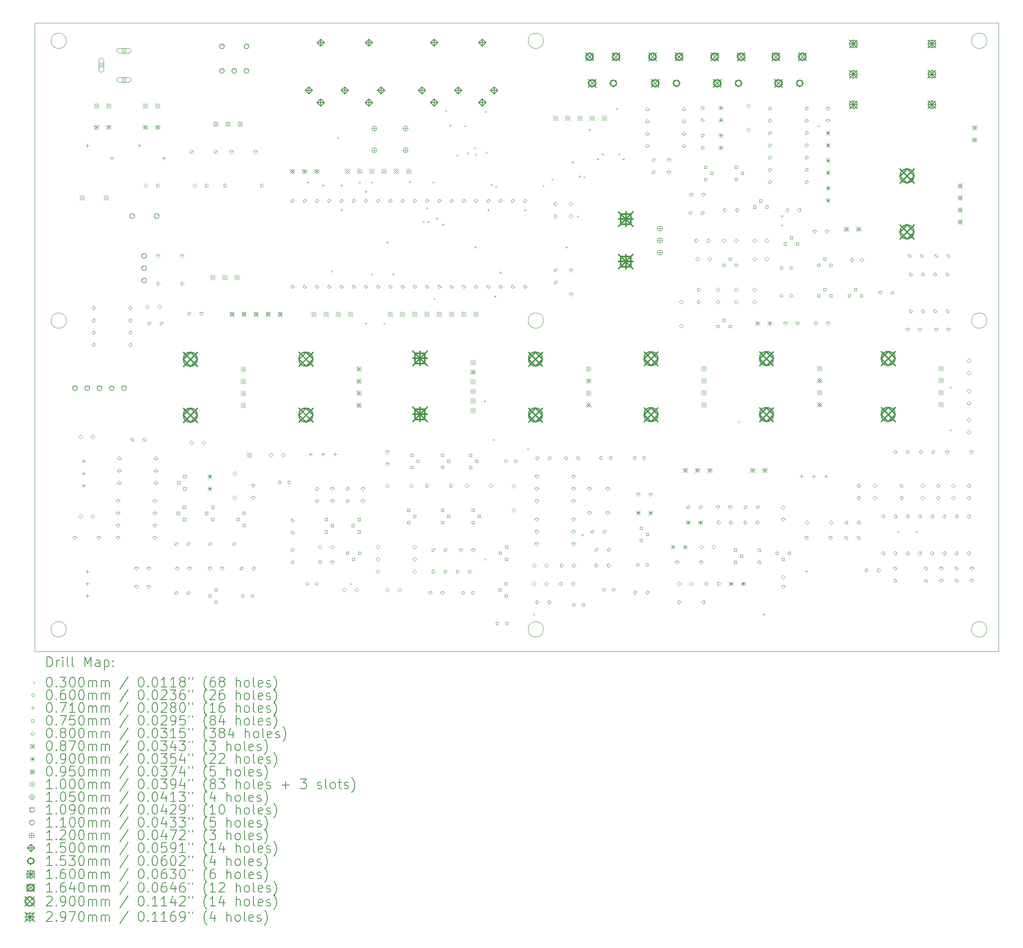
<source format=gbr>
%TF.GenerationSoftware,KiCad,Pcbnew,8.0.8*%
%TF.CreationDate,2025-04-29T10:44:17+09:00*%
%TF.ProjectId,mainBorad_R1,6d61696e-426f-4726-9164-5f52312e6b69,rev?*%
%TF.SameCoordinates,Original*%
%TF.FileFunction,Drillmap*%
%TF.FilePolarity,Positive*%
%FSLAX45Y45*%
G04 Gerber Fmt 4.5, Leading zero omitted, Abs format (unit mm)*
G04 Created by KiCad (PCBNEW 8.0.8) date 2025-04-29 10:44:17*
%MOMM*%
%LPD*%
G01*
G04 APERTURE LIST*
%ADD10C,0.050000*%
%ADD11C,0.200000*%
%ADD12C,0.100000*%
%ADD13C,0.105000*%
%ADD14C,0.109000*%
%ADD15C,0.110000*%
%ADD16C,0.120000*%
%ADD17C,0.150000*%
%ADD18C,0.153000*%
%ADD19C,0.160000*%
%ADD20C,0.164000*%
%ADD21C,0.290000*%
%ADD22C,0.297000*%
G04 APERTURE END LIST*
D10*
X3060000Y-8200000D02*
G75*
G02*
X2740000Y-8200000I-160000J0D01*
G01*
X2740000Y-8200000D02*
G75*
G02*
X3060000Y-8200000I160000J0D01*
G01*
X22160000Y-14600000D02*
G75*
G02*
X21840000Y-14600000I-160000J0D01*
G01*
X21840000Y-14600000D02*
G75*
G02*
X22160000Y-14600000I160000J0D01*
G01*
X22160000Y-2400000D02*
G75*
G02*
X21840000Y-2400000I-160000J0D01*
G01*
X21840000Y-2400000D02*
G75*
G02*
X22160000Y-2400000I160000J0D01*
G01*
X12960000Y-2400000D02*
G75*
G02*
X12640000Y-2400000I-160000J0D01*
G01*
X12640000Y-2400000D02*
G75*
G02*
X12960000Y-2400000I160000J0D01*
G01*
X2400000Y-2027000D02*
X22400000Y-2027000D01*
X22400000Y-15058500D01*
X2400000Y-15058500D01*
X2400000Y-2027000D01*
X12960000Y-14600000D02*
G75*
G02*
X12640000Y-14600000I-160000J0D01*
G01*
X12640000Y-14600000D02*
G75*
G02*
X12960000Y-14600000I160000J0D01*
G01*
X3060000Y-2400000D02*
G75*
G02*
X2740000Y-2400000I-160000J0D01*
G01*
X2740000Y-2400000D02*
G75*
G02*
X3060000Y-2400000I160000J0D01*
G01*
X22160000Y-8200000D02*
G75*
G02*
X21840000Y-8200000I-160000J0D01*
G01*
X21840000Y-8200000D02*
G75*
G02*
X22160000Y-8200000I160000J0D01*
G01*
X12960000Y-8200000D02*
G75*
G02*
X12640000Y-8200000I-160000J0D01*
G01*
X12640000Y-8200000D02*
G75*
G02*
X12960000Y-8200000I160000J0D01*
G01*
X3060000Y-14600000D02*
G75*
G02*
X2740000Y-14600000I-160000J0D01*
G01*
X2740000Y-14600000D02*
G75*
G02*
X3060000Y-14600000I160000J0D01*
G01*
D11*
D12*
X8049500Y-5319000D02*
X8079500Y-5349000D01*
X8079500Y-5319000D02*
X8049500Y-5349000D01*
X8367000Y-5382500D02*
X8397000Y-5412500D01*
X8397000Y-5382500D02*
X8367000Y-5412500D01*
X8557500Y-7160500D02*
X8587500Y-7190500D01*
X8587500Y-7160500D02*
X8557500Y-7190500D01*
X8684500Y-4391900D02*
X8714500Y-4421900D01*
X8714500Y-4391900D02*
X8684500Y-4421900D01*
X8748000Y-5382500D02*
X8778000Y-5412500D01*
X8778000Y-5382500D02*
X8748000Y-5412500D01*
X8748000Y-5890500D02*
X8778000Y-5920500D01*
X8778000Y-5890500D02*
X8748000Y-5920500D01*
X8938500Y-13637500D02*
X8968500Y-13667500D01*
X8968500Y-13637500D02*
X8938500Y-13667500D01*
X9129000Y-5319000D02*
X9159000Y-5349000D01*
X9159000Y-5319000D02*
X9129000Y-5349000D01*
X9256000Y-5509500D02*
X9286000Y-5539500D01*
X9286000Y-5509500D02*
X9256000Y-5539500D01*
X9256000Y-8240000D02*
X9286000Y-8270000D01*
X9286000Y-8240000D02*
X9256000Y-8270000D01*
X9383000Y-5319000D02*
X9413000Y-5349000D01*
X9413000Y-5319000D02*
X9383000Y-5349000D01*
X9383000Y-7224000D02*
X9413000Y-7254000D01*
X9413000Y-7224000D02*
X9383000Y-7254000D01*
X9637000Y-8240000D02*
X9667000Y-8270000D01*
X9667000Y-8240000D02*
X9637000Y-8270000D01*
X9700500Y-6565750D02*
X9730500Y-6595750D01*
X9730500Y-6565750D02*
X9700500Y-6595750D01*
X9827500Y-7224000D02*
X9857500Y-7254000D01*
X9857500Y-7224000D02*
X9827500Y-7254000D01*
X10170400Y-5306300D02*
X10200400Y-5336300D01*
X10200400Y-5306300D02*
X10170400Y-5336300D01*
X10454100Y-6136110D02*
X10484100Y-6166110D01*
X10484100Y-6136110D02*
X10454100Y-6166110D01*
X10526000Y-5852400D02*
X10556000Y-5882400D01*
X10556000Y-5852400D02*
X10526000Y-5882400D01*
X10551400Y-6136110D02*
X10581400Y-6166110D01*
X10581400Y-6136110D02*
X10551400Y-6166110D01*
X10653000Y-5319000D02*
X10683000Y-5349000D01*
X10683000Y-5319000D02*
X10653000Y-5349000D01*
X10678400Y-7732000D02*
X10708400Y-7762000D01*
X10708400Y-7732000D02*
X10678400Y-7762000D01*
X10728900Y-6068600D02*
X10758900Y-6098600D01*
X10758900Y-6068600D02*
X10728900Y-6098600D01*
X10856600Y-6196280D02*
X10886600Y-6226280D01*
X10886600Y-6196280D02*
X10856600Y-6226280D01*
X10919700Y-3833100D02*
X10949700Y-3863100D01*
X10949700Y-3833100D02*
X10919700Y-3863100D01*
X11008600Y-4137900D02*
X11038600Y-4167900D01*
X11038600Y-4137900D02*
X11008600Y-4167900D01*
X11157700Y-4756880D02*
X11187700Y-4786880D01*
X11187700Y-4756880D02*
X11157700Y-4786880D01*
X11313400Y-4150600D02*
X11343400Y-4180600D01*
X11343400Y-4150600D02*
X11313400Y-4180600D01*
X11371200Y-4714610D02*
X11401200Y-4744610D01*
X11401200Y-4714610D02*
X11371200Y-4744610D01*
X11516900Y-4609600D02*
X11546900Y-4639600D01*
X11546900Y-4609600D02*
X11516900Y-4639600D01*
X11530600Y-6666800D02*
X11560600Y-6696800D01*
X11560600Y-6666800D02*
X11530600Y-6696800D01*
X11540900Y-4738440D02*
X11570900Y-4768440D01*
X11570900Y-4738440D02*
X11540900Y-4768440D01*
X11719800Y-9852900D02*
X11749800Y-9882900D01*
X11749800Y-9852900D02*
X11719800Y-9882900D01*
X11732500Y-13129500D02*
X11762500Y-13159500D01*
X11762500Y-13129500D02*
X11732500Y-13159500D01*
X11739700Y-3854720D02*
X11769700Y-3884720D01*
X11769700Y-3854720D02*
X11739700Y-3884720D01*
X11757900Y-4696700D02*
X11787900Y-4726700D01*
X11787900Y-4696700D02*
X11757900Y-4726700D01*
X11796000Y-5890500D02*
X11826000Y-5920500D01*
X11826000Y-5890500D02*
X11796000Y-5920500D01*
X11859500Y-5369800D02*
X11889500Y-5399800D01*
X11889500Y-5369800D02*
X11859500Y-5399800D01*
X11908800Y-10653000D02*
X11938800Y-10683000D01*
X11938800Y-10653000D02*
X11908800Y-10683000D01*
X11935700Y-7681200D02*
X11965700Y-7711200D01*
X11965700Y-7681200D02*
X11935700Y-7711200D01*
X11961100Y-5407900D02*
X11991100Y-5437900D01*
X11991100Y-5407900D02*
X11961100Y-5437900D01*
X12050000Y-7185900D02*
X12080000Y-7215900D01*
X12080000Y-7185900D02*
X12050000Y-7215900D01*
X12558000Y-5890500D02*
X12588000Y-5920500D01*
X12588000Y-5890500D02*
X12558000Y-5920500D01*
X12621500Y-10843500D02*
X12651500Y-10873500D01*
X12651500Y-10843500D02*
X12621500Y-10873500D01*
X12748500Y-14272500D02*
X12778500Y-14302500D01*
X12778500Y-14272500D02*
X12748500Y-14302500D01*
X12939000Y-5395200D02*
X12969000Y-5425200D01*
X12969000Y-5395200D02*
X12939000Y-5425200D01*
X13130200Y-5256150D02*
X13160200Y-5286150D01*
X13160200Y-5256150D02*
X13130200Y-5286150D01*
X13419000Y-6665650D02*
X13449000Y-6695650D01*
X13449000Y-6665650D02*
X13419000Y-6695650D01*
X13549900Y-4898690D02*
X13579900Y-4928690D01*
X13579900Y-4898690D02*
X13549900Y-4928690D01*
X13660100Y-6023190D02*
X13690100Y-6053190D01*
X13690100Y-6023190D02*
X13660100Y-6053190D01*
X13693500Y-5195870D02*
X13723500Y-5225870D01*
X13723500Y-5195870D02*
X13693500Y-5225870D01*
X13752900Y-12631300D02*
X13782900Y-12661300D01*
X13782900Y-12631300D02*
X13752900Y-12661300D01*
X13788600Y-5209960D02*
X13818600Y-5239960D01*
X13818600Y-5209960D02*
X13788600Y-5239960D01*
X13891500Y-4226800D02*
X13921500Y-4256800D01*
X13921500Y-4226800D02*
X13891500Y-4256800D01*
X14069300Y-4836400D02*
X14099300Y-4866400D01*
X14099300Y-4836400D02*
X14069300Y-4866400D01*
X14170900Y-4734800D02*
X14200900Y-4764800D01*
X14200900Y-4734800D02*
X14170900Y-4764800D01*
X14463000Y-3795000D02*
X14493000Y-3825000D01*
X14493000Y-3795000D02*
X14463000Y-3825000D01*
X14513800Y-4734800D02*
X14543800Y-4764800D01*
X14543800Y-4734800D02*
X14513800Y-4764800D01*
X14602700Y-4836400D02*
X14632700Y-4866400D01*
X14632700Y-4836400D02*
X14602700Y-4866400D01*
X16999100Y-10286700D02*
X17029100Y-10316700D01*
X17029100Y-10286700D02*
X16999100Y-10316700D01*
X17511000Y-14272500D02*
X17541000Y-14302500D01*
X17541000Y-14272500D02*
X17511000Y-14302500D01*
X17892000Y-6017500D02*
X17922000Y-6047500D01*
X17922000Y-6017500D02*
X17892000Y-6047500D01*
X17892000Y-6208000D02*
X17922000Y-6238000D01*
X17922000Y-6208000D02*
X17892000Y-6238000D01*
X18398500Y-13379200D02*
X18428500Y-13409200D01*
X18428500Y-13379200D02*
X18398500Y-13409200D01*
X18654000Y-4150600D02*
X18684000Y-4180600D01*
X18684000Y-4150600D02*
X18654000Y-4180600D01*
X20305000Y-12558000D02*
X20335000Y-12588000D01*
X20335000Y-12558000D02*
X20305000Y-12588000D01*
X20686000Y-12558000D02*
X20716000Y-12588000D01*
X20716000Y-12558000D02*
X20686000Y-12588000D01*
X21395800Y-9565840D02*
X21425800Y-9595840D01*
X21425800Y-9565840D02*
X21395800Y-9595840D01*
X21395800Y-10455700D02*
X21425800Y-10485700D01*
X21425800Y-10455700D02*
X21395800Y-10485700D01*
X6751500Y-13906500D02*
G75*
G02*
X6691500Y-13906500I-30000J0D01*
G01*
X6691500Y-13906500D02*
G75*
G02*
X6751500Y-13906500I30000J0D01*
G01*
X6951500Y-13906500D02*
G75*
G02*
X6891500Y-13906500I-30000J0D01*
G01*
X6891500Y-13906500D02*
G75*
G02*
X6951500Y-13906500I30000J0D01*
G01*
X7513500Y-11557000D02*
G75*
G02*
X7453500Y-11557000I-30000J0D01*
G01*
X7453500Y-11557000D02*
G75*
G02*
X7513500Y-11557000I30000J0D01*
G01*
X7713500Y-11557000D02*
G75*
G02*
X7653500Y-11557000I-30000J0D01*
G01*
X7653500Y-11557000D02*
G75*
G02*
X7713500Y-11557000I30000J0D01*
G01*
X8085000Y-13652500D02*
G75*
G02*
X8025000Y-13652500I-30000J0D01*
G01*
X8025000Y-13652500D02*
G75*
G02*
X8085000Y-13652500I30000J0D01*
G01*
X8285000Y-13652500D02*
G75*
G02*
X8225000Y-13652500I-30000J0D01*
G01*
X8225000Y-13652500D02*
G75*
G02*
X8285000Y-13652500I30000J0D01*
G01*
X11323500Y-13843000D02*
G75*
G02*
X11263500Y-13843000I-30000J0D01*
G01*
X11263500Y-13843000D02*
G75*
G02*
X11323500Y-13843000I30000J0D01*
G01*
X11523500Y-13843000D02*
G75*
G02*
X11463500Y-13843000I-30000J0D01*
G01*
X11463500Y-13843000D02*
G75*
G02*
X11523500Y-13843000I30000J0D01*
G01*
X12031500Y-14478000D02*
G75*
G02*
X11971500Y-14478000I-30000J0D01*
G01*
X11971500Y-14478000D02*
G75*
G02*
X12031500Y-14478000I30000J0D01*
G01*
X12212500Y-11112500D02*
G75*
G02*
X12152500Y-11112500I-30000J0D01*
G01*
X12152500Y-11112500D02*
G75*
G02*
X12212500Y-11112500I30000J0D01*
G01*
X12231500Y-14478000D02*
G75*
G02*
X12171500Y-14478000I-30000J0D01*
G01*
X12171500Y-14478000D02*
G75*
G02*
X12231500Y-14478000I30000J0D01*
G01*
X12412500Y-11112500D02*
G75*
G02*
X12352500Y-11112500I-30000J0D01*
G01*
X12352500Y-11112500D02*
G75*
G02*
X12412500Y-11112500I30000J0D01*
G01*
X13619000Y-14097000D02*
G75*
G02*
X13559000Y-14097000I-30000J0D01*
G01*
X13559000Y-14097000D02*
G75*
G02*
X13619000Y-14097000I30000J0D01*
G01*
X13819000Y-14097000D02*
G75*
G02*
X13759000Y-14097000I-30000J0D01*
G01*
X13759000Y-14097000D02*
G75*
G02*
X13819000Y-14097000I30000J0D01*
G01*
X14181000Y-11049000D02*
G75*
G02*
X14121000Y-11049000I-30000J0D01*
G01*
X14121000Y-11049000D02*
G75*
G02*
X14181000Y-11049000I30000J0D01*
G01*
X14244500Y-13779500D02*
G75*
G02*
X14184500Y-13779500I-30000J0D01*
G01*
X14184500Y-13779500D02*
G75*
G02*
X14244500Y-13779500I30000J0D01*
G01*
X14381000Y-11049000D02*
G75*
G02*
X14321000Y-11049000I-30000J0D01*
G01*
X14321000Y-11049000D02*
G75*
G02*
X14381000Y-11049000I30000J0D01*
G01*
X14444500Y-13779500D02*
G75*
G02*
X14384500Y-13779500I-30000J0D01*
G01*
X14384500Y-13779500D02*
G75*
G02*
X14444500Y-13779500I30000J0D01*
G01*
X14879500Y-11049000D02*
G75*
G02*
X14819500Y-11049000I-30000J0D01*
G01*
X14819500Y-11049000D02*
G75*
G02*
X14879500Y-11049000I30000J0D01*
G01*
X14943000Y-13263500D02*
G75*
G02*
X14883000Y-13263500I-30000J0D01*
G01*
X14883000Y-13263500D02*
G75*
G02*
X14943000Y-13263500I30000J0D01*
G01*
X15079500Y-11049000D02*
G75*
G02*
X15019500Y-11049000I-30000J0D01*
G01*
X15019500Y-11049000D02*
G75*
G02*
X15079500Y-11049000I30000J0D01*
G01*
X15143000Y-13263500D02*
G75*
G02*
X15083000Y-13263500I-30000J0D01*
G01*
X15083000Y-13263500D02*
G75*
G02*
X15143000Y-13263500I30000J0D01*
G01*
X17927500Y-7112000D02*
G75*
G02*
X17867500Y-7112000I-30000J0D01*
G01*
X17867500Y-7112000D02*
G75*
G02*
X17927500Y-7112000I30000J0D01*
G01*
X17927500Y-7683500D02*
G75*
G02*
X17867500Y-7683500I-30000J0D01*
G01*
X17867500Y-7683500D02*
G75*
G02*
X17927500Y-7683500I30000J0D01*
G01*
X18127500Y-7112000D02*
G75*
G02*
X18067500Y-7112000I-30000J0D01*
G01*
X18067500Y-7112000D02*
G75*
G02*
X18127500Y-7112000I30000J0D01*
G01*
X18127500Y-7683500D02*
G75*
G02*
X18067500Y-7683500I-30000J0D01*
G01*
X18067500Y-7683500D02*
G75*
G02*
X18127500Y-7683500I30000J0D01*
G01*
X3414500Y-11077000D02*
X3414500Y-11148000D01*
X3379000Y-11112500D02*
X3450000Y-11112500D01*
X3414500Y-11331000D02*
X3414500Y-11402000D01*
X3379000Y-11366500D02*
X3450000Y-11366500D01*
X3414500Y-11585000D02*
X3414500Y-11656000D01*
X3379000Y-11620500D02*
X3450000Y-11620500D01*
X3492500Y-4536500D02*
X3492500Y-4607500D01*
X3457000Y-4572000D02*
X3528000Y-4572000D01*
X3492500Y-13363000D02*
X3492500Y-13434000D01*
X3457000Y-13398500D02*
X3528000Y-13398500D01*
X3492500Y-13617000D02*
X3492500Y-13688000D01*
X3457000Y-13652500D02*
X3528000Y-13652500D01*
X3492500Y-13871000D02*
X3492500Y-13942000D01*
X3457000Y-13906500D02*
X3528000Y-13906500D01*
X4002500Y-4795500D02*
X4002500Y-4866500D01*
X3967000Y-4831000D02*
X4038000Y-4831000D01*
X4571000Y-4534000D02*
X4571000Y-4605000D01*
X4535500Y-4569500D02*
X4606500Y-4569500D01*
X5081000Y-4793000D02*
X5081000Y-4864000D01*
X5045500Y-4828500D02*
X5116500Y-4828500D01*
X8128000Y-10935500D02*
X8128000Y-11006500D01*
X8092500Y-10971000D02*
X8163500Y-10971000D01*
X8382000Y-10935500D02*
X8382000Y-11006500D01*
X8346500Y-10971000D02*
X8417500Y-10971000D01*
X8636000Y-10935500D02*
X8636000Y-11006500D01*
X8600500Y-10971000D02*
X8671500Y-10971000D01*
X18310500Y-11394500D02*
X18310500Y-11465500D01*
X18275000Y-11430000D02*
X18346000Y-11430000D01*
X18564500Y-11394500D02*
X18564500Y-11465500D01*
X18529000Y-11430000D02*
X18600000Y-11430000D01*
X18818500Y-11394500D02*
X18818500Y-11465500D01*
X18783000Y-11430000D02*
X18854000Y-11430000D01*
X5405017Y-12218517D02*
X5405017Y-12165483D01*
X5351983Y-12165483D01*
X5351983Y-12218517D01*
X5405017Y-12218517D01*
X5412517Y-11583517D02*
X5412517Y-11530483D01*
X5359483Y-11530483D01*
X5359483Y-11583517D01*
X5412517Y-11583517D01*
X5532017Y-12091517D02*
X5532017Y-12038483D01*
X5478983Y-12038483D01*
X5478983Y-12091517D01*
X5532017Y-12091517D01*
X5532017Y-12345517D02*
X5532017Y-12292483D01*
X5478983Y-12292483D01*
X5478983Y-12345517D01*
X5532017Y-12345517D01*
X5539517Y-11456517D02*
X5539517Y-11403483D01*
X5486483Y-11403483D01*
X5486483Y-11456517D01*
X5539517Y-11456517D01*
X5539517Y-11710517D02*
X5539517Y-11657483D01*
X5486483Y-11657483D01*
X5486483Y-11710517D01*
X5539517Y-11710517D01*
X5995517Y-12218517D02*
X5995517Y-12165483D01*
X5942483Y-12165483D01*
X5942483Y-12218517D01*
X5995517Y-12218517D01*
X6059017Y-13933017D02*
X6059017Y-13879983D01*
X6005983Y-13879983D01*
X6005983Y-13933017D01*
X6059017Y-13933017D01*
X6122517Y-12091517D02*
X6122517Y-12038483D01*
X6069483Y-12038483D01*
X6069483Y-12091517D01*
X6122517Y-12091517D01*
X6122517Y-12345517D02*
X6122517Y-12292483D01*
X6069483Y-12292483D01*
X6069483Y-12345517D01*
X6122517Y-12345517D01*
X6186017Y-13806017D02*
X6186017Y-13752983D01*
X6132983Y-13752983D01*
X6132983Y-13806017D01*
X6186017Y-13806017D01*
X6186017Y-14060017D02*
X6186017Y-14006983D01*
X6132983Y-14006983D01*
X6132983Y-14060017D01*
X6186017Y-14060017D01*
X6642017Y-12341517D02*
X6642017Y-12288483D01*
X6588983Y-12288483D01*
X6588983Y-12341517D01*
X6642017Y-12341517D01*
X6769017Y-12214517D02*
X6769017Y-12161483D01*
X6715983Y-12161483D01*
X6715983Y-12214517D01*
X6769017Y-12214517D01*
X6769017Y-12468517D02*
X6769017Y-12415483D01*
X6715983Y-12415483D01*
X6715983Y-12468517D01*
X6769017Y-12468517D01*
X8472017Y-12345517D02*
X8472017Y-12292483D01*
X8418983Y-12292483D01*
X8418983Y-12345517D01*
X8472017Y-12345517D01*
X8472017Y-12599517D02*
X8472017Y-12546483D01*
X8418983Y-12546483D01*
X8418983Y-12599517D01*
X8472017Y-12599517D01*
X8599017Y-12472517D02*
X8599017Y-12419483D01*
X8545983Y-12419483D01*
X8545983Y-12472517D01*
X8599017Y-12472517D01*
X8916517Y-13044017D02*
X8916517Y-12990983D01*
X8863483Y-12990983D01*
X8863483Y-13044017D01*
X8916517Y-13044017D01*
X9032017Y-12472517D02*
X9032017Y-12419483D01*
X8978983Y-12419483D01*
X8978983Y-12472517D01*
X9032017Y-12472517D01*
X9043517Y-13171017D02*
X9043517Y-13117983D01*
X8990483Y-13117983D01*
X8990483Y-13171017D01*
X9043517Y-13171017D01*
X9159017Y-12345517D02*
X9159017Y-12292483D01*
X9105983Y-12292483D01*
X9105983Y-12345517D01*
X9159017Y-12345517D01*
X9159017Y-12599517D02*
X9159017Y-12546483D01*
X9105983Y-12546483D01*
X9105983Y-12599517D01*
X9159017Y-12599517D01*
X9170517Y-13044017D02*
X9170517Y-12990983D01*
X9117483Y-12990983D01*
X9117483Y-13044017D01*
X9170517Y-13044017D01*
X10186517Y-12155017D02*
X10186517Y-12101983D01*
X10133483Y-12101983D01*
X10133483Y-12155017D01*
X10186517Y-12155017D01*
X10186517Y-12409017D02*
X10186517Y-12355983D01*
X10133483Y-12355983D01*
X10133483Y-12409017D01*
X10186517Y-12409017D01*
X10250017Y-11012017D02*
X10250017Y-10958983D01*
X10196983Y-10958983D01*
X10196983Y-11012017D01*
X10250017Y-11012017D01*
X10250017Y-11266017D02*
X10250017Y-11212983D01*
X10196983Y-11212983D01*
X10196983Y-11266017D01*
X10250017Y-11266017D01*
X10313517Y-12282017D02*
X10313517Y-12228983D01*
X10260483Y-12228983D01*
X10260483Y-12282017D01*
X10313517Y-12282017D01*
X10377017Y-11139017D02*
X10377017Y-11085983D01*
X10323983Y-11085983D01*
X10323983Y-11139017D01*
X10377017Y-11139017D01*
X10885017Y-11012017D02*
X10885017Y-10958983D01*
X10831983Y-10958983D01*
X10831983Y-11012017D01*
X10885017Y-11012017D01*
X10885017Y-11266017D02*
X10885017Y-11212983D01*
X10831983Y-11212983D01*
X10831983Y-11266017D01*
X10885017Y-11266017D01*
X10885017Y-12155017D02*
X10885017Y-12101983D01*
X10831983Y-12101983D01*
X10831983Y-12155017D01*
X10885017Y-12155017D01*
X10885017Y-12409017D02*
X10885017Y-12355983D01*
X10831983Y-12355983D01*
X10831983Y-12409017D01*
X10885017Y-12409017D01*
X11012017Y-11139017D02*
X11012017Y-11085983D01*
X10958983Y-11085983D01*
X10958983Y-11139017D01*
X11012017Y-11139017D01*
X11012017Y-12282017D02*
X11012017Y-12228983D01*
X10958983Y-12228983D01*
X10958983Y-12282017D01*
X11012017Y-12282017D01*
X11472517Y-11012017D02*
X11472517Y-10958983D01*
X11419483Y-10958983D01*
X11419483Y-11012017D01*
X11472517Y-11012017D01*
X11472517Y-11266017D02*
X11472517Y-11212983D01*
X11419483Y-11212983D01*
X11419483Y-11266017D01*
X11472517Y-11266017D01*
X11520017Y-12155017D02*
X11520017Y-12101983D01*
X11466983Y-12101983D01*
X11466983Y-12155017D01*
X11520017Y-12155017D01*
X11520017Y-12409017D02*
X11520017Y-12355983D01*
X11466983Y-12355983D01*
X11466983Y-12409017D01*
X11520017Y-12409017D01*
X11599517Y-11139017D02*
X11599517Y-11085983D01*
X11546483Y-11085983D01*
X11546483Y-11139017D01*
X11599517Y-11139017D01*
X11647017Y-12282017D02*
X11647017Y-12228983D01*
X11593983Y-12228983D01*
X11593983Y-12282017D01*
X11647017Y-12282017D01*
X12080017Y-13806017D02*
X12080017Y-13752983D01*
X12026983Y-13752983D01*
X12026983Y-13806017D01*
X12080017Y-13806017D01*
X12091517Y-13044017D02*
X12091517Y-12990983D01*
X12038483Y-12990983D01*
X12038483Y-13044017D01*
X12091517Y-13044017D01*
X12207017Y-13679017D02*
X12207017Y-13625983D01*
X12153983Y-13625983D01*
X12153983Y-13679017D01*
X12207017Y-13679017D01*
X12207017Y-13933017D02*
X12207017Y-13879983D01*
X12153983Y-13879983D01*
X12153983Y-13933017D01*
X12207017Y-13933017D01*
X12218517Y-12917017D02*
X12218517Y-12863983D01*
X12165483Y-12863983D01*
X12165483Y-12917017D01*
X12218517Y-12917017D01*
X12218517Y-13171017D02*
X12218517Y-13117983D01*
X12165483Y-13117983D01*
X12165483Y-13171017D01*
X12218517Y-13171017D01*
X15012517Y-12528017D02*
X15012517Y-12474983D01*
X14959483Y-12474983D01*
X14959483Y-12528017D01*
X15012517Y-12528017D01*
X15012517Y-12782017D02*
X15012517Y-12728983D01*
X14959483Y-12728983D01*
X14959483Y-12782017D01*
X15012517Y-12782017D01*
X15139517Y-12655017D02*
X15139517Y-12601983D01*
X15086483Y-12601983D01*
X15086483Y-12655017D01*
X15139517Y-12655017D01*
X16346017Y-5043017D02*
X16346017Y-4989983D01*
X16292983Y-4989983D01*
X16292983Y-5043017D01*
X16346017Y-5043017D01*
X16346017Y-5297017D02*
X16346017Y-5243983D01*
X16292983Y-5243983D01*
X16292983Y-5297017D01*
X16346017Y-5297017D01*
X16473017Y-5170017D02*
X16473017Y-5116983D01*
X16419983Y-5116983D01*
X16419983Y-5170017D01*
X16473017Y-5170017D01*
X16600017Y-8345017D02*
X16600017Y-8291983D01*
X16546983Y-8291983D01*
X16546983Y-8345017D01*
X16600017Y-8345017D01*
X16727017Y-7075017D02*
X16727017Y-7021983D01*
X16673983Y-7021983D01*
X16673983Y-7075017D01*
X16727017Y-7075017D01*
X16727017Y-8218017D02*
X16727017Y-8164983D01*
X16673983Y-8164983D01*
X16673983Y-8218017D01*
X16727017Y-8218017D01*
X16854017Y-6948017D02*
X16854017Y-6894983D01*
X16800983Y-6894983D01*
X16800983Y-6948017D01*
X16854017Y-6948017D01*
X16854017Y-8345017D02*
X16854017Y-8291983D01*
X16800983Y-8291983D01*
X16800983Y-8345017D01*
X16854017Y-8345017D01*
X16962517Y-12980517D02*
X16962517Y-12927483D01*
X16909483Y-12927483D01*
X16909483Y-12980517D01*
X16962517Y-12980517D01*
X16962517Y-13234517D02*
X16962517Y-13181483D01*
X16909483Y-13181483D01*
X16909483Y-13234517D01*
X16962517Y-13234517D01*
X16981017Y-5043017D02*
X16981017Y-4989983D01*
X16927983Y-4989983D01*
X16927983Y-5043017D01*
X16981017Y-5043017D01*
X16981017Y-5297017D02*
X16981017Y-5243983D01*
X16927983Y-5243983D01*
X16927983Y-5297017D01*
X16981017Y-5297017D01*
X16981017Y-7075017D02*
X16981017Y-7021983D01*
X16927983Y-7021983D01*
X16927983Y-7075017D01*
X16981017Y-7075017D01*
X17089517Y-13107517D02*
X17089517Y-13054483D01*
X17036483Y-13054483D01*
X17036483Y-13107517D01*
X17089517Y-13107517D01*
X17108017Y-5170017D02*
X17108017Y-5116983D01*
X17054983Y-5116983D01*
X17054983Y-5170017D01*
X17108017Y-5170017D01*
X17362017Y-5868517D02*
X17362017Y-5815483D01*
X17308983Y-5815483D01*
X17308983Y-5868517D01*
X17362017Y-5868517D01*
X17489017Y-5741517D02*
X17489017Y-5688483D01*
X17435983Y-5688483D01*
X17435983Y-5741517D01*
X17489017Y-5741517D01*
X17616017Y-5868517D02*
X17616017Y-5815483D01*
X17562983Y-5815483D01*
X17562983Y-5868517D01*
X17616017Y-5868517D01*
X17829017Y-13044017D02*
X17829017Y-12990983D01*
X17775983Y-12990983D01*
X17775983Y-13044017D01*
X17829017Y-13044017D01*
X17956017Y-13171017D02*
X17956017Y-13117983D01*
X17902983Y-13117983D01*
X17902983Y-13171017D01*
X17956017Y-13171017D01*
X17997017Y-6630517D02*
X17997017Y-6577483D01*
X17943983Y-6577483D01*
X17943983Y-6630517D01*
X17997017Y-6630517D01*
X18083017Y-13044017D02*
X18083017Y-12990983D01*
X18029983Y-12990983D01*
X18029983Y-13044017D01*
X18083017Y-13044017D01*
X18124017Y-6503517D02*
X18124017Y-6450483D01*
X18070983Y-6450483D01*
X18070983Y-6503517D01*
X18124017Y-6503517D01*
X18251017Y-6630517D02*
X18251017Y-6577483D01*
X18197983Y-6577483D01*
X18197983Y-6630517D01*
X18251017Y-6630517D01*
X18695517Y-7075017D02*
X18695517Y-7021983D01*
X18642483Y-7021983D01*
X18642483Y-7075017D01*
X18695517Y-7075017D01*
X18695517Y-7710017D02*
X18695517Y-7656983D01*
X18642483Y-7656983D01*
X18642483Y-7710017D01*
X18695517Y-7710017D01*
X18822517Y-6948017D02*
X18822517Y-6894983D01*
X18769483Y-6894983D01*
X18769483Y-6948017D01*
X18822517Y-6948017D01*
X18822517Y-7583017D02*
X18822517Y-7529983D01*
X18769483Y-7529983D01*
X18769483Y-7583017D01*
X18822517Y-7583017D01*
X18949517Y-7075017D02*
X18949517Y-7021983D01*
X18896483Y-7021983D01*
X18896483Y-7075017D01*
X18949517Y-7075017D01*
X18949517Y-7710017D02*
X18949517Y-7656983D01*
X18896483Y-7656983D01*
X18896483Y-7710017D01*
X18949517Y-7710017D01*
X19330517Y-7710017D02*
X19330517Y-7656983D01*
X19277483Y-7656983D01*
X19277483Y-7710017D01*
X19330517Y-7710017D01*
X19457517Y-7583017D02*
X19457517Y-7529983D01*
X19404483Y-7529983D01*
X19404483Y-7583017D01*
X19457517Y-7583017D01*
X19584517Y-7710017D02*
X19584517Y-7656983D01*
X19531483Y-7656983D01*
X19531483Y-7710017D01*
X19584517Y-7710017D01*
X3232000Y-12740000D02*
X3272000Y-12700000D01*
X3232000Y-12660000D01*
X3192000Y-12700000D01*
X3232000Y-12740000D01*
X3351000Y-10644500D02*
X3391000Y-10604500D01*
X3351000Y-10564500D01*
X3311000Y-10604500D01*
X3351000Y-10644500D01*
X3351000Y-12295500D02*
X3391000Y-12255500D01*
X3351000Y-12215500D01*
X3311000Y-12255500D01*
X3351000Y-12295500D01*
X3605000Y-10644500D02*
X3645000Y-10604500D01*
X3605000Y-10564500D01*
X3565000Y-10604500D01*
X3605000Y-10644500D01*
X3605000Y-12295500D02*
X3645000Y-12255500D01*
X3605000Y-12215500D01*
X3565000Y-12255500D01*
X3605000Y-12295500D01*
X3618000Y-7978500D02*
X3658000Y-7938500D01*
X3618000Y-7898500D01*
X3578000Y-7938500D01*
X3618000Y-7978500D01*
X3618000Y-8232500D02*
X3658000Y-8192500D01*
X3618000Y-8152500D01*
X3578000Y-8192500D01*
X3618000Y-8232500D01*
X3618000Y-8486500D02*
X3658000Y-8446500D01*
X3618000Y-8406500D01*
X3578000Y-8446500D01*
X3618000Y-8486500D01*
X3618000Y-8740500D02*
X3658000Y-8700500D01*
X3618000Y-8660500D01*
X3578000Y-8700500D01*
X3618000Y-8740500D01*
X3732000Y-12740000D02*
X3772000Y-12700000D01*
X3732000Y-12660000D01*
X3692000Y-12700000D01*
X3732000Y-12740000D01*
X4127500Y-11978000D02*
X4167500Y-11938000D01*
X4127500Y-11898000D01*
X4087500Y-11938000D01*
X4127500Y-11978000D01*
X4127500Y-12232000D02*
X4167500Y-12192000D01*
X4127500Y-12152000D01*
X4087500Y-12192000D01*
X4127500Y-12232000D01*
X4127500Y-12486000D02*
X4167500Y-12446000D01*
X4127500Y-12406000D01*
X4087500Y-12446000D01*
X4127500Y-12486000D01*
X4127500Y-12740000D02*
X4167500Y-12700000D01*
X4127500Y-12660000D01*
X4087500Y-12700000D01*
X4127500Y-12740000D01*
X4155000Y-11092000D02*
X4195000Y-11052000D01*
X4155000Y-11012000D01*
X4115000Y-11052000D01*
X4155000Y-11092000D01*
X4155000Y-11346000D02*
X4195000Y-11306000D01*
X4155000Y-11266000D01*
X4115000Y-11306000D01*
X4155000Y-11346000D01*
X4155000Y-11600000D02*
X4195000Y-11560000D01*
X4155000Y-11520000D01*
X4115000Y-11560000D01*
X4155000Y-11600000D01*
X4380000Y-7978500D02*
X4420000Y-7938500D01*
X4380000Y-7898500D01*
X4340000Y-7938500D01*
X4380000Y-7978500D01*
X4380000Y-8232500D02*
X4420000Y-8192500D01*
X4380000Y-8152500D01*
X4340000Y-8192500D01*
X4380000Y-8232500D01*
X4380000Y-8486500D02*
X4420000Y-8446500D01*
X4380000Y-8406500D01*
X4340000Y-8446500D01*
X4380000Y-8486500D01*
X4380000Y-8740500D02*
X4420000Y-8700500D01*
X4380000Y-8660500D01*
X4340000Y-8700500D01*
X4380000Y-8740500D01*
X4422500Y-10708000D02*
X4462500Y-10668000D01*
X4422500Y-10628000D01*
X4382500Y-10668000D01*
X4422500Y-10708000D01*
X4508500Y-13375000D02*
X4548500Y-13335000D01*
X4508500Y-13295000D01*
X4468500Y-13335000D01*
X4508500Y-13375000D01*
X4508500Y-13756000D02*
X4548500Y-13716000D01*
X4508500Y-13676000D01*
X4468500Y-13716000D01*
X4508500Y-13756000D01*
X4676500Y-10708000D02*
X4716500Y-10668000D01*
X4676500Y-10628000D01*
X4636500Y-10668000D01*
X4676500Y-10708000D01*
X4703000Y-5437500D02*
X4743000Y-5397500D01*
X4703000Y-5357500D01*
X4663000Y-5397500D01*
X4703000Y-5437500D01*
X4737100Y-7952100D02*
X4777100Y-7912100D01*
X4737100Y-7872100D01*
X4697100Y-7912100D01*
X4737100Y-7952100D01*
X4762500Y-13375000D02*
X4802500Y-13335000D01*
X4762500Y-13295000D01*
X4722500Y-13335000D01*
X4762500Y-13375000D01*
X4762500Y-13756000D02*
X4802500Y-13716000D01*
X4762500Y-13676000D01*
X4722500Y-13716000D01*
X4762500Y-13756000D01*
X4775200Y-8295000D02*
X4815200Y-8255000D01*
X4775200Y-8215000D01*
X4735200Y-8255000D01*
X4775200Y-8295000D01*
X4889500Y-11978000D02*
X4929500Y-11938000D01*
X4889500Y-11898000D01*
X4849500Y-11938000D01*
X4889500Y-11978000D01*
X4889500Y-12232000D02*
X4929500Y-12192000D01*
X4889500Y-12152000D01*
X4849500Y-12192000D01*
X4889500Y-12232000D01*
X4889500Y-12486000D02*
X4929500Y-12446000D01*
X4889500Y-12406000D01*
X4849500Y-12446000D01*
X4889500Y-12486000D01*
X4889500Y-12740000D02*
X4929500Y-12700000D01*
X4889500Y-12660000D01*
X4849500Y-12700000D01*
X4889500Y-12740000D01*
X4917000Y-11092000D02*
X4957000Y-11052000D01*
X4917000Y-11012000D01*
X4877000Y-11052000D01*
X4917000Y-11092000D01*
X4917000Y-11346000D02*
X4957000Y-11306000D01*
X4917000Y-11266000D01*
X4877000Y-11306000D01*
X4917000Y-11346000D01*
X4917000Y-11600000D02*
X4957000Y-11560000D01*
X4917000Y-11520000D01*
X4877000Y-11560000D01*
X4917000Y-11600000D01*
X4953000Y-5437500D02*
X4993000Y-5397500D01*
X4953000Y-5357500D01*
X4913000Y-5397500D01*
X4953000Y-5437500D01*
X4957000Y-6898000D02*
X4997000Y-6858000D01*
X4957000Y-6818000D01*
X4917000Y-6858000D01*
X4957000Y-6898000D01*
X4961000Y-7469500D02*
X5001000Y-7429500D01*
X4961000Y-7389500D01*
X4921000Y-7429500D01*
X4961000Y-7469500D01*
X4991100Y-7952100D02*
X5031100Y-7912100D01*
X4991100Y-7872100D01*
X4951100Y-7912100D01*
X4991100Y-7952100D01*
X5029200Y-8295000D02*
X5069200Y-8255000D01*
X5029200Y-8215000D01*
X4989200Y-8255000D01*
X5029200Y-8295000D01*
X5334000Y-12867000D02*
X5374000Y-12827000D01*
X5334000Y-12787000D01*
X5294000Y-12827000D01*
X5334000Y-12867000D01*
X5334000Y-13883000D02*
X5374000Y-13843000D01*
X5334000Y-13803000D01*
X5294000Y-13843000D01*
X5334000Y-13883000D01*
X5356500Y-13375000D02*
X5396500Y-13335000D01*
X5356500Y-13295000D01*
X5316500Y-13335000D01*
X5356500Y-13375000D01*
X5457000Y-6898000D02*
X5497000Y-6858000D01*
X5457000Y-6818000D01*
X5417000Y-6858000D01*
X5457000Y-6898000D01*
X5461000Y-7469500D02*
X5501000Y-7429500D01*
X5461000Y-7389500D01*
X5421000Y-7429500D01*
X5461000Y-7469500D01*
X5588000Y-12867000D02*
X5628000Y-12827000D01*
X5588000Y-12787000D01*
X5548000Y-12827000D01*
X5588000Y-12867000D01*
X5588000Y-13883000D02*
X5628000Y-13843000D01*
X5588000Y-13803000D01*
X5548000Y-13843000D01*
X5588000Y-13883000D01*
X5604700Y-8091800D02*
X5644700Y-8051800D01*
X5604700Y-8011800D01*
X5564700Y-8051800D01*
X5604700Y-8091800D01*
X5610500Y-13375000D02*
X5650500Y-13335000D01*
X5610500Y-13295000D01*
X5570500Y-13335000D01*
X5610500Y-13375000D01*
X5651500Y-10771500D02*
X5691500Y-10731500D01*
X5651500Y-10691500D01*
X5611500Y-10731500D01*
X5651500Y-10771500D01*
X5655500Y-4739000D02*
X5695500Y-4699000D01*
X5655500Y-4659000D01*
X5615500Y-4699000D01*
X5655500Y-4739000D01*
X5719000Y-5437500D02*
X5759000Y-5397500D01*
X5719000Y-5357500D01*
X5679000Y-5397500D01*
X5719000Y-5437500D01*
X5854700Y-8091800D02*
X5894700Y-8051800D01*
X5854700Y-8011800D01*
X5814700Y-8051800D01*
X5854700Y-8091800D01*
X5905500Y-10771500D02*
X5945500Y-10731500D01*
X5905500Y-10691500D01*
X5865500Y-10731500D01*
X5905500Y-10771500D01*
X5969000Y-5437500D02*
X6009000Y-5397500D01*
X5969000Y-5357500D01*
X5929000Y-5397500D01*
X5969000Y-5437500D01*
X6032500Y-13375000D02*
X6072500Y-13335000D01*
X6032500Y-13295000D01*
X5992500Y-13335000D01*
X6032500Y-13375000D01*
X6036500Y-12867000D02*
X6076500Y-12827000D01*
X6036500Y-12787000D01*
X5996500Y-12827000D01*
X6036500Y-12867000D01*
X6155500Y-4739000D02*
X6195500Y-4699000D01*
X6155500Y-4659000D01*
X6115500Y-4699000D01*
X6155500Y-4739000D01*
X6286500Y-13375000D02*
X6326500Y-13335000D01*
X6286500Y-13295000D01*
X6246500Y-13335000D01*
X6286500Y-13375000D01*
X6350000Y-5437500D02*
X6390000Y-5397500D01*
X6350000Y-5357500D01*
X6310000Y-5397500D01*
X6350000Y-5437500D01*
X6481000Y-4739000D02*
X6521000Y-4699000D01*
X6481000Y-4659000D01*
X6441000Y-4699000D01*
X6481000Y-4739000D01*
X6536500Y-12867000D02*
X6576500Y-12827000D01*
X6536500Y-12787000D01*
X6496500Y-12827000D01*
X6536500Y-12867000D01*
X6552000Y-11406500D02*
X6592000Y-11366500D01*
X6552000Y-11326500D01*
X6512000Y-11366500D01*
X6552000Y-11406500D01*
X6552000Y-11906500D02*
X6592000Y-11866500D01*
X6552000Y-11826500D01*
X6512000Y-11866500D01*
X6552000Y-11906500D01*
X6690000Y-13375000D02*
X6730000Y-13335000D01*
X6690000Y-13295000D01*
X6650000Y-13335000D01*
X6690000Y-13375000D01*
X6933000Y-11656500D02*
X6973000Y-11616500D01*
X6933000Y-11576500D01*
X6893000Y-11616500D01*
X6933000Y-11656500D01*
X6933000Y-11910500D02*
X6973000Y-11870500D01*
X6933000Y-11830500D01*
X6893000Y-11870500D01*
X6933000Y-11910500D01*
X6944000Y-13375000D02*
X6984000Y-13335000D01*
X6944000Y-13295000D01*
X6904000Y-13335000D01*
X6944000Y-13375000D01*
X6981000Y-4739000D02*
X7021000Y-4699000D01*
X6981000Y-4659000D01*
X6941000Y-4699000D01*
X6981000Y-4739000D01*
X7112000Y-5437500D02*
X7152000Y-5397500D01*
X7112000Y-5357500D01*
X7072000Y-5397500D01*
X7112000Y-5437500D01*
X7302500Y-11025500D02*
X7342500Y-10985500D01*
X7302500Y-10945500D01*
X7262500Y-10985500D01*
X7302500Y-11025500D01*
X7556500Y-11025500D02*
X7596500Y-10985500D01*
X7556500Y-10945500D01*
X7516500Y-10985500D01*
X7556500Y-11025500D01*
X7747000Y-5755000D02*
X7787000Y-5715000D01*
X7747000Y-5675000D01*
X7707000Y-5715000D01*
X7747000Y-5755000D01*
X7747000Y-7535000D02*
X7787000Y-7495000D01*
X7747000Y-7455000D01*
X7707000Y-7495000D01*
X7747000Y-7535000D01*
X7747000Y-12377500D02*
X7787000Y-12337500D01*
X7747000Y-12297500D01*
X7707000Y-12337500D01*
X7747000Y-12377500D01*
X7747000Y-12631500D02*
X7787000Y-12591500D01*
X7747000Y-12551500D01*
X7707000Y-12591500D01*
X7747000Y-12631500D01*
X7747000Y-12994000D02*
X7787000Y-12954000D01*
X7747000Y-12914000D01*
X7707000Y-12954000D01*
X7747000Y-12994000D01*
X7747000Y-13248000D02*
X7787000Y-13208000D01*
X7747000Y-13168000D01*
X7707000Y-13208000D01*
X7747000Y-13248000D01*
X8001000Y-5755000D02*
X8041000Y-5715000D01*
X8001000Y-5675000D01*
X7961000Y-5715000D01*
X8001000Y-5755000D01*
X8001000Y-7535000D02*
X8041000Y-7495000D01*
X8001000Y-7455000D01*
X7961000Y-7495000D01*
X8001000Y-7535000D01*
X8255000Y-5755000D02*
X8295000Y-5715000D01*
X8255000Y-5675000D01*
X8215000Y-5715000D01*
X8255000Y-5755000D01*
X8255000Y-7535000D02*
X8295000Y-7495000D01*
X8255000Y-7455000D01*
X8215000Y-7495000D01*
X8255000Y-7535000D01*
X8255000Y-11724000D02*
X8295000Y-11684000D01*
X8255000Y-11644000D01*
X8215000Y-11684000D01*
X8255000Y-11724000D01*
X8255000Y-11978000D02*
X8295000Y-11938000D01*
X8255000Y-11898000D01*
X8215000Y-11938000D01*
X8255000Y-11978000D01*
X8318500Y-12930500D02*
X8358500Y-12890500D01*
X8318500Y-12850500D01*
X8278500Y-12890500D01*
X8318500Y-12930500D01*
X8318500Y-13248000D02*
X8358500Y-13208000D01*
X8318500Y-13168000D01*
X8278500Y-13208000D01*
X8318500Y-13248000D01*
X8509000Y-5755000D02*
X8549000Y-5715000D01*
X8509000Y-5675000D01*
X8469000Y-5715000D01*
X8509000Y-5755000D01*
X8509000Y-7535000D02*
X8549000Y-7495000D01*
X8509000Y-7455000D01*
X8469000Y-7495000D01*
X8509000Y-7535000D01*
X8572500Y-11724000D02*
X8612500Y-11684000D01*
X8572500Y-11644000D01*
X8532500Y-11684000D01*
X8572500Y-11724000D01*
X8572500Y-11978000D02*
X8612500Y-11938000D01*
X8572500Y-11898000D01*
X8532500Y-11938000D01*
X8572500Y-11978000D01*
X8572500Y-12930500D02*
X8612500Y-12890500D01*
X8572500Y-12850500D01*
X8532500Y-12890500D01*
X8572500Y-12930500D01*
X8572500Y-13248000D02*
X8612500Y-13208000D01*
X8572500Y-13168000D01*
X8532500Y-13208000D01*
X8572500Y-13248000D01*
X8763000Y-5755000D02*
X8803000Y-5715000D01*
X8763000Y-5675000D01*
X8723000Y-5715000D01*
X8763000Y-5755000D01*
X8763000Y-7535000D02*
X8803000Y-7495000D01*
X8763000Y-7455000D01*
X8723000Y-7495000D01*
X8763000Y-7535000D01*
X8826500Y-13819500D02*
X8866500Y-13779500D01*
X8826500Y-13739500D01*
X8786500Y-13779500D01*
X8826500Y-13819500D01*
X8890000Y-11724000D02*
X8930000Y-11684000D01*
X8890000Y-11644000D01*
X8850000Y-11684000D01*
X8890000Y-11724000D01*
X8890000Y-11978000D02*
X8930000Y-11938000D01*
X8890000Y-11898000D01*
X8850000Y-11938000D01*
X8890000Y-11978000D01*
X9017000Y-5755000D02*
X9057000Y-5715000D01*
X9017000Y-5675000D01*
X8977000Y-5715000D01*
X9017000Y-5755000D01*
X9017000Y-7535000D02*
X9057000Y-7495000D01*
X9017000Y-7455000D01*
X8977000Y-7495000D01*
X9017000Y-7535000D01*
X9080500Y-13819500D02*
X9120500Y-13779500D01*
X9080500Y-13739500D01*
X9040500Y-13779500D01*
X9080500Y-13819500D01*
X9207500Y-11724000D02*
X9247500Y-11684000D01*
X9207500Y-11644000D01*
X9167500Y-11684000D01*
X9207500Y-11724000D01*
X9207500Y-11978000D02*
X9247500Y-11938000D01*
X9207500Y-11898000D01*
X9167500Y-11938000D01*
X9207500Y-11978000D01*
X9271000Y-5755000D02*
X9311000Y-5715000D01*
X9271000Y-5675000D01*
X9231000Y-5715000D01*
X9271000Y-5755000D01*
X9271000Y-7535000D02*
X9311000Y-7495000D01*
X9271000Y-7455000D01*
X9231000Y-7495000D01*
X9271000Y-7535000D01*
X9521000Y-12932000D02*
X9561000Y-12892000D01*
X9521000Y-12852000D01*
X9481000Y-12892000D01*
X9521000Y-12932000D01*
X9521000Y-13186000D02*
X9561000Y-13146000D01*
X9521000Y-13106000D01*
X9481000Y-13146000D01*
X9521000Y-13186000D01*
X9521000Y-13440000D02*
X9561000Y-13400000D01*
X9521000Y-13360000D01*
X9481000Y-13400000D01*
X9521000Y-13440000D01*
X9525000Y-5755000D02*
X9565000Y-5715000D01*
X9525000Y-5675000D01*
X9485000Y-5715000D01*
X9525000Y-5755000D01*
X9525000Y-7535000D02*
X9565000Y-7495000D01*
X9525000Y-7455000D01*
X9485000Y-7495000D01*
X9525000Y-7535000D01*
X9715500Y-10962000D02*
X9755500Y-10922000D01*
X9715500Y-10882000D01*
X9675500Y-10922000D01*
X9715500Y-10962000D01*
X9715500Y-11216000D02*
X9755500Y-11176000D01*
X9715500Y-11136000D01*
X9675500Y-11176000D01*
X9715500Y-11216000D01*
X9715500Y-11660500D02*
X9755500Y-11620500D01*
X9715500Y-11580500D01*
X9675500Y-11620500D01*
X9715500Y-11660500D01*
X9715500Y-13819500D02*
X9755500Y-13779500D01*
X9715500Y-13739500D01*
X9675500Y-13779500D01*
X9715500Y-13819500D01*
X9779000Y-5755000D02*
X9819000Y-5715000D01*
X9779000Y-5675000D01*
X9739000Y-5715000D01*
X9779000Y-5755000D01*
X9779000Y-7535000D02*
X9819000Y-7495000D01*
X9779000Y-7455000D01*
X9739000Y-7495000D01*
X9779000Y-7535000D01*
X9969500Y-13819500D02*
X10009500Y-13779500D01*
X9969500Y-13739500D01*
X9929500Y-13779500D01*
X9969500Y-13819500D01*
X10033000Y-5755000D02*
X10073000Y-5715000D01*
X10033000Y-5675000D01*
X9993000Y-5715000D01*
X10033000Y-5755000D01*
X10033000Y-7535000D02*
X10073000Y-7495000D01*
X10033000Y-7455000D01*
X9993000Y-7495000D01*
X10033000Y-7535000D01*
X10215500Y-11660500D02*
X10255500Y-11620500D01*
X10215500Y-11580500D01*
X10175500Y-11620500D01*
X10215500Y-11660500D01*
X10283000Y-12932000D02*
X10323000Y-12892000D01*
X10283000Y-12852000D01*
X10243000Y-12892000D01*
X10283000Y-12932000D01*
X10283000Y-13186000D02*
X10323000Y-13146000D01*
X10283000Y-13106000D01*
X10243000Y-13146000D01*
X10283000Y-13186000D01*
X10283000Y-13440000D02*
X10323000Y-13400000D01*
X10283000Y-13360000D01*
X10243000Y-13400000D01*
X10283000Y-13440000D01*
X10287000Y-5755000D02*
X10327000Y-5715000D01*
X10287000Y-5675000D01*
X10247000Y-5715000D01*
X10287000Y-5755000D01*
X10287000Y-7535000D02*
X10327000Y-7495000D01*
X10287000Y-7455000D01*
X10247000Y-7495000D01*
X10287000Y-7535000D01*
X10541000Y-5755000D02*
X10581000Y-5715000D01*
X10541000Y-5675000D01*
X10501000Y-5715000D01*
X10541000Y-5755000D01*
X10541000Y-7535000D02*
X10581000Y-7495000D01*
X10541000Y-7455000D01*
X10501000Y-7495000D01*
X10541000Y-7535000D01*
X10541000Y-11660500D02*
X10581000Y-11620500D01*
X10541000Y-11580500D01*
X10501000Y-11620500D01*
X10541000Y-11660500D01*
X10604500Y-13883000D02*
X10644500Y-13843000D01*
X10604500Y-13803000D01*
X10564500Y-13843000D01*
X10604500Y-13883000D01*
X10668000Y-12994000D02*
X10708000Y-12954000D01*
X10668000Y-12914000D01*
X10628000Y-12954000D01*
X10668000Y-12994000D01*
X10668000Y-13438500D02*
X10708000Y-13398500D01*
X10668000Y-13358500D01*
X10628000Y-13398500D01*
X10668000Y-13438500D01*
X10795000Y-5755000D02*
X10835000Y-5715000D01*
X10795000Y-5675000D01*
X10755000Y-5715000D01*
X10795000Y-5755000D01*
X10795000Y-7535000D02*
X10835000Y-7495000D01*
X10795000Y-7455000D01*
X10755000Y-7495000D01*
X10795000Y-7535000D01*
X10858500Y-13883000D02*
X10898500Y-13843000D01*
X10858500Y-13803000D01*
X10818500Y-13843000D01*
X10858500Y-13883000D01*
X10922000Y-12994000D02*
X10962000Y-12954000D01*
X10922000Y-12914000D01*
X10882000Y-12954000D01*
X10922000Y-12994000D01*
X10922000Y-13438500D02*
X10962000Y-13398500D01*
X10922000Y-13358500D01*
X10882000Y-13398500D01*
X10922000Y-13438500D01*
X11041000Y-11660500D02*
X11081000Y-11620500D01*
X11041000Y-11580500D01*
X11001000Y-11620500D01*
X11041000Y-11660500D01*
X11049000Y-5755000D02*
X11089000Y-5715000D01*
X11049000Y-5675000D01*
X11009000Y-5715000D01*
X11049000Y-5755000D01*
X11049000Y-7535000D02*
X11089000Y-7495000D01*
X11049000Y-7455000D01*
X11009000Y-7495000D01*
X11049000Y-7535000D01*
X11176000Y-13438500D02*
X11216000Y-13398500D01*
X11176000Y-13358500D01*
X11136000Y-13398500D01*
X11176000Y-13438500D01*
X11239500Y-12994000D02*
X11279500Y-12954000D01*
X11239500Y-12914000D01*
X11199500Y-12954000D01*
X11239500Y-12994000D01*
X11303000Y-5755000D02*
X11343000Y-5715000D01*
X11303000Y-5675000D01*
X11263000Y-5715000D01*
X11303000Y-5755000D01*
X11303000Y-7535000D02*
X11343000Y-7495000D01*
X11303000Y-7455000D01*
X11263000Y-7495000D01*
X11303000Y-7535000D01*
X11366500Y-11660500D02*
X11406500Y-11620500D01*
X11366500Y-11580500D01*
X11326500Y-11620500D01*
X11366500Y-11660500D01*
X11430000Y-13438500D02*
X11470000Y-13398500D01*
X11430000Y-13358500D01*
X11390000Y-13398500D01*
X11430000Y-13438500D01*
X11493500Y-12994000D02*
X11533500Y-12954000D01*
X11493500Y-12914000D01*
X11453500Y-12954000D01*
X11493500Y-12994000D01*
X11557000Y-5755000D02*
X11597000Y-5715000D01*
X11557000Y-5675000D01*
X11517000Y-5715000D01*
X11557000Y-5755000D01*
X11557000Y-7535000D02*
X11597000Y-7495000D01*
X11557000Y-7455000D01*
X11517000Y-7495000D01*
X11557000Y-7535000D01*
X11811000Y-5755000D02*
X11851000Y-5715000D01*
X11811000Y-5675000D01*
X11771000Y-5715000D01*
X11811000Y-5755000D01*
X11811000Y-7535000D02*
X11851000Y-7495000D01*
X11811000Y-7455000D01*
X11771000Y-7495000D01*
X11811000Y-7535000D01*
X11866500Y-11660500D02*
X11906500Y-11620500D01*
X11866500Y-11580500D01*
X11826500Y-11620500D01*
X11866500Y-11660500D01*
X12065000Y-5755000D02*
X12105000Y-5715000D01*
X12065000Y-5675000D01*
X12025000Y-5715000D01*
X12065000Y-5755000D01*
X12065000Y-7535000D02*
X12105000Y-7495000D01*
X12065000Y-7455000D01*
X12025000Y-7495000D01*
X12065000Y-7535000D01*
X12319000Y-5755000D02*
X12359000Y-5715000D01*
X12319000Y-5675000D01*
X12279000Y-5715000D01*
X12319000Y-5755000D01*
X12319000Y-7535000D02*
X12359000Y-7495000D01*
X12319000Y-7455000D01*
X12279000Y-7495000D01*
X12319000Y-7535000D01*
X12343260Y-11668500D02*
X12383260Y-11628500D01*
X12343260Y-11588500D01*
X12303260Y-11628500D01*
X12343260Y-11668500D01*
X12343260Y-12168500D02*
X12383260Y-12128500D01*
X12343260Y-12088500D01*
X12303260Y-12128500D01*
X12343260Y-12168500D01*
X12573000Y-5755000D02*
X12613000Y-5715000D01*
X12573000Y-5675000D01*
X12533000Y-5715000D01*
X12573000Y-5755000D01*
X12573000Y-7535000D02*
X12613000Y-7495000D01*
X12573000Y-7455000D01*
X12533000Y-7495000D01*
X12573000Y-7535000D01*
X12763500Y-13311500D02*
X12803500Y-13271500D01*
X12763500Y-13231500D01*
X12723500Y-13271500D01*
X12763500Y-13311500D01*
X12763500Y-13692500D02*
X12803500Y-13652500D01*
X12763500Y-13612500D01*
X12723500Y-13652500D01*
X12763500Y-13692500D01*
X12815760Y-11470000D02*
X12855760Y-11430000D01*
X12815760Y-11390000D01*
X12775760Y-11430000D01*
X12815760Y-11470000D01*
X12815760Y-11724000D02*
X12855760Y-11684000D01*
X12815760Y-11644000D01*
X12775760Y-11684000D01*
X12815760Y-11724000D01*
X12815760Y-11978000D02*
X12855760Y-11938000D01*
X12815760Y-11898000D01*
X12775760Y-11938000D01*
X12815760Y-11978000D01*
X12815760Y-12359000D02*
X12855760Y-12319000D01*
X12815760Y-12279000D01*
X12775760Y-12319000D01*
X12815760Y-12359000D01*
X12815760Y-12613000D02*
X12855760Y-12573000D01*
X12815760Y-12533000D01*
X12775760Y-12573000D01*
X12815760Y-12613000D01*
X12815760Y-12867000D02*
X12855760Y-12827000D01*
X12815760Y-12787000D01*
X12775760Y-12827000D01*
X12815760Y-12867000D01*
X12827000Y-11089000D02*
X12867000Y-11049000D01*
X12827000Y-11009000D01*
X12787000Y-11049000D01*
X12827000Y-11089000D01*
X12827000Y-14073500D02*
X12867000Y-14033500D01*
X12827000Y-13993500D01*
X12787000Y-14033500D01*
X12827000Y-14073500D01*
X13017500Y-13311500D02*
X13057500Y-13271500D01*
X13017500Y-13231500D01*
X12977500Y-13271500D01*
X13017500Y-13311500D01*
X13017500Y-13692500D02*
X13057500Y-13652500D01*
X13017500Y-13612500D01*
X12977500Y-13652500D01*
X13017500Y-13692500D01*
X13081000Y-11089000D02*
X13121000Y-11049000D01*
X13081000Y-11009000D01*
X13041000Y-11049000D01*
X13081000Y-11089000D01*
X13081000Y-14073500D02*
X13121000Y-14033500D01*
X13081000Y-13993500D01*
X13041000Y-14033500D01*
X13081000Y-14073500D01*
X13208000Y-5818500D02*
X13248000Y-5778500D01*
X13208000Y-5738500D01*
X13168000Y-5778500D01*
X13208000Y-5818500D01*
X13208000Y-6072500D02*
X13248000Y-6032500D01*
X13208000Y-5992500D01*
X13168000Y-6032500D01*
X13208000Y-6072500D01*
X13208000Y-7193000D02*
X13248000Y-7153000D01*
X13208000Y-7113000D01*
X13168000Y-7153000D01*
X13208000Y-7193000D01*
X13208000Y-7447000D02*
X13248000Y-7407000D01*
X13208000Y-7367000D01*
X13168000Y-7407000D01*
X13208000Y-7447000D01*
X13312500Y-13692500D02*
X13352500Y-13652500D01*
X13312500Y-13612500D01*
X13272500Y-13652500D01*
X13312500Y-13692500D01*
X13335000Y-13311500D02*
X13375000Y-13271500D01*
X13335000Y-13231500D01*
X13295000Y-13271500D01*
X13335000Y-13311500D01*
X13422760Y-11089000D02*
X13462760Y-11049000D01*
X13422760Y-11009000D01*
X13382760Y-11049000D01*
X13422760Y-11089000D01*
X13525500Y-5818500D02*
X13565500Y-5778500D01*
X13525500Y-5738500D01*
X13485500Y-5778500D01*
X13525500Y-5818500D01*
X13525500Y-6072500D02*
X13565500Y-6032500D01*
X13525500Y-5992500D01*
X13485500Y-6032500D01*
X13525500Y-6072500D01*
X13525500Y-7193000D02*
X13565500Y-7153000D01*
X13525500Y-7113000D01*
X13485500Y-7153000D01*
X13525500Y-7193000D01*
X13525500Y-7693000D02*
X13565500Y-7653000D01*
X13525500Y-7613000D01*
X13485500Y-7653000D01*
X13525500Y-7693000D01*
X13566500Y-13692500D02*
X13606500Y-13652500D01*
X13566500Y-13612500D01*
X13526500Y-13652500D01*
X13566500Y-13692500D01*
X13577760Y-11470000D02*
X13617760Y-11430000D01*
X13577760Y-11390000D01*
X13537760Y-11430000D01*
X13577760Y-11470000D01*
X13577760Y-11724000D02*
X13617760Y-11684000D01*
X13577760Y-11644000D01*
X13537760Y-11684000D01*
X13577760Y-11724000D01*
X13577760Y-11978000D02*
X13617760Y-11938000D01*
X13577760Y-11898000D01*
X13537760Y-11938000D01*
X13577760Y-11978000D01*
X13577760Y-12359000D02*
X13617760Y-12319000D01*
X13577760Y-12279000D01*
X13537760Y-12319000D01*
X13577760Y-12359000D01*
X13577760Y-12613000D02*
X13617760Y-12573000D01*
X13577760Y-12533000D01*
X13537760Y-12573000D01*
X13577760Y-12613000D01*
X13577760Y-12867000D02*
X13617760Y-12827000D01*
X13577760Y-12787000D01*
X13537760Y-12827000D01*
X13577760Y-12867000D01*
X13589000Y-13311500D02*
X13629000Y-13271500D01*
X13589000Y-13231500D01*
X13549000Y-13271500D01*
X13589000Y-13311500D01*
X13676760Y-11089000D02*
X13716760Y-11049000D01*
X13676760Y-11009000D01*
X13636760Y-11049000D01*
X13676760Y-11089000D01*
X13906500Y-11724000D02*
X13946500Y-11684000D01*
X13906500Y-11644000D01*
X13866500Y-11684000D01*
X13906500Y-11724000D01*
X13906500Y-12224000D02*
X13946500Y-12184000D01*
X13906500Y-12144000D01*
X13866500Y-12184000D01*
X13906500Y-12224000D01*
X13970000Y-12613000D02*
X14010000Y-12573000D01*
X13970000Y-12533000D01*
X13930000Y-12573000D01*
X13970000Y-12613000D01*
X14056000Y-12986000D02*
X14096000Y-12946000D01*
X14056000Y-12906000D01*
X14016000Y-12946000D01*
X14056000Y-12986000D01*
X14056000Y-13311500D02*
X14096000Y-13271500D01*
X14056000Y-13231500D01*
X14016000Y-13271500D01*
X14056000Y-13311500D01*
X14224000Y-12613000D02*
X14264000Y-12573000D01*
X14224000Y-12533000D01*
X14184000Y-12573000D01*
X14224000Y-12613000D01*
X14287500Y-11724000D02*
X14327500Y-11684000D01*
X14287500Y-11644000D01*
X14247500Y-11684000D01*
X14287500Y-11724000D01*
X14287500Y-12224000D02*
X14327500Y-12184000D01*
X14287500Y-12144000D01*
X14247500Y-12184000D01*
X14287500Y-12224000D01*
X14310000Y-12986000D02*
X14350000Y-12946000D01*
X14310000Y-12906000D01*
X14270000Y-12946000D01*
X14310000Y-12986000D01*
X14310000Y-13311500D02*
X14350000Y-13271500D01*
X14310000Y-13231500D01*
X14270000Y-13271500D01*
X14310000Y-13311500D01*
X14859000Y-13875000D02*
X14899000Y-13835000D01*
X14859000Y-13795000D01*
X14819000Y-13835000D01*
X14859000Y-13875000D01*
X14922500Y-11843000D02*
X14962500Y-11803000D01*
X14922500Y-11763000D01*
X14882500Y-11803000D01*
X14922500Y-11843000D01*
X15111500Y-3851000D02*
X15151500Y-3811000D01*
X15111500Y-3771000D01*
X15071500Y-3811000D01*
X15111500Y-3851000D01*
X15111500Y-4105000D02*
X15151500Y-4065000D01*
X15111500Y-4025000D01*
X15071500Y-4065000D01*
X15111500Y-4105000D01*
X15111500Y-4359000D02*
X15151500Y-4319000D01*
X15111500Y-4279000D01*
X15071500Y-4319000D01*
X15111500Y-4359000D01*
X15111500Y-4613000D02*
X15151500Y-4573000D01*
X15111500Y-4533000D01*
X15071500Y-4573000D01*
X15111500Y-4613000D01*
X15113000Y-13875000D02*
X15153000Y-13835000D01*
X15113000Y-13795000D01*
X15073000Y-13835000D01*
X15113000Y-13875000D01*
X15176500Y-11843000D02*
X15216500Y-11803000D01*
X15176500Y-11763000D01*
X15136500Y-11803000D01*
X15176500Y-11843000D01*
X15240000Y-4907000D02*
X15280000Y-4867000D01*
X15240000Y-4827000D01*
X15200000Y-4867000D01*
X15240000Y-4907000D01*
X15240000Y-5161000D02*
X15280000Y-5121000D01*
X15240000Y-5081000D01*
X15200000Y-5121000D01*
X15240000Y-5161000D01*
X15557500Y-4907000D02*
X15597500Y-4867000D01*
X15557500Y-4827000D01*
X15517500Y-4867000D01*
X15557500Y-4907000D01*
X15557500Y-5161000D02*
X15597500Y-5121000D01*
X15557500Y-5081000D01*
X15517500Y-5121000D01*
X15557500Y-5161000D01*
X15729500Y-13248000D02*
X15769500Y-13208000D01*
X15729500Y-13168000D01*
X15689500Y-13208000D01*
X15729500Y-13248000D01*
X15770500Y-13692500D02*
X15810500Y-13652500D01*
X15770500Y-13612500D01*
X15730500Y-13652500D01*
X15770500Y-13692500D01*
X15774500Y-14073500D02*
X15814500Y-14033500D01*
X15774500Y-13993500D01*
X15734500Y-14033500D01*
X15774500Y-14073500D01*
X15811500Y-7850500D02*
X15851500Y-7810500D01*
X15811500Y-7770500D01*
X15771500Y-7810500D01*
X15811500Y-7850500D01*
X15811500Y-8350500D02*
X15851500Y-8310500D01*
X15811500Y-8270500D01*
X15771500Y-8310500D01*
X15811500Y-8350500D01*
X15873500Y-3851000D02*
X15913500Y-3811000D01*
X15873500Y-3771000D01*
X15833500Y-3811000D01*
X15873500Y-3851000D01*
X15873500Y-4105000D02*
X15913500Y-4065000D01*
X15873500Y-4025000D01*
X15833500Y-4065000D01*
X15873500Y-4105000D01*
X15873500Y-4359000D02*
X15913500Y-4319000D01*
X15873500Y-4279000D01*
X15833500Y-4319000D01*
X15873500Y-4359000D01*
X15873500Y-4613000D02*
X15913500Y-4573000D01*
X15873500Y-4533000D01*
X15833500Y-4573000D01*
X15873500Y-4613000D01*
X15961000Y-12105000D02*
X16001000Y-12065000D01*
X15961000Y-12025000D01*
X15921000Y-12065000D01*
X15961000Y-12105000D01*
X16002000Y-6009000D02*
X16042000Y-5969000D01*
X16002000Y-5929000D01*
X15962000Y-5969000D01*
X16002000Y-6009000D01*
X16024500Y-5628000D02*
X16064500Y-5588000D01*
X16024500Y-5548000D01*
X15984500Y-5588000D01*
X16024500Y-5628000D01*
X16024500Y-13692500D02*
X16064500Y-13652500D01*
X16024500Y-13612500D01*
X15984500Y-13652500D01*
X16024500Y-13692500D01*
X16129000Y-6580500D02*
X16169000Y-6540500D01*
X16129000Y-6500500D01*
X16089000Y-6540500D01*
X16129000Y-6580500D01*
X16151500Y-6961500D02*
X16191500Y-6921500D01*
X16151500Y-6881500D01*
X16111500Y-6921500D01*
X16151500Y-6961500D01*
X16181000Y-7596500D02*
X16221000Y-7556500D01*
X16181000Y-7516500D01*
X16141000Y-7556500D01*
X16181000Y-7596500D01*
X16181000Y-7850500D02*
X16221000Y-7810500D01*
X16181000Y-7770500D01*
X16141000Y-7810500D01*
X16181000Y-7850500D01*
X16215000Y-12105000D02*
X16255000Y-12065000D01*
X16215000Y-12025000D01*
X16175000Y-12065000D01*
X16215000Y-12105000D01*
X16229500Y-13248000D02*
X16269500Y-13208000D01*
X16229500Y-13168000D01*
X16189500Y-13208000D01*
X16229500Y-13248000D01*
X16237500Y-12930500D02*
X16277500Y-12890500D01*
X16237500Y-12850500D01*
X16197500Y-12890500D01*
X16237500Y-12930500D01*
X16256000Y-3827500D02*
X16296000Y-3787500D01*
X16256000Y-3747500D01*
X16216000Y-3787500D01*
X16256000Y-3827500D01*
X16256000Y-4081500D02*
X16296000Y-4041500D01*
X16256000Y-4001500D01*
X16216000Y-4041500D01*
X16256000Y-4081500D01*
X16256000Y-4399000D02*
X16296000Y-4359000D01*
X16256000Y-4319000D01*
X16216000Y-4359000D01*
X16256000Y-4399000D01*
X16256000Y-4653000D02*
X16296000Y-4613000D01*
X16256000Y-4573000D01*
X16216000Y-4613000D01*
X16256000Y-4653000D01*
X16256000Y-6009000D02*
X16296000Y-5969000D01*
X16256000Y-5929000D01*
X16216000Y-5969000D01*
X16256000Y-6009000D01*
X16274500Y-14073500D02*
X16314500Y-14033500D01*
X16274500Y-13993500D01*
X16234500Y-14033500D01*
X16274500Y-14073500D01*
X16278500Y-5628000D02*
X16318500Y-5588000D01*
X16278500Y-5548000D01*
X16238500Y-5588000D01*
X16278500Y-5628000D01*
X16342000Y-13692500D02*
X16382000Y-13652500D01*
X16342000Y-13612500D01*
X16302000Y-13652500D01*
X16342000Y-13692500D01*
X16383000Y-6580500D02*
X16423000Y-6540500D01*
X16383000Y-6500500D01*
X16343000Y-6540500D01*
X16383000Y-6580500D01*
X16405500Y-6961500D02*
X16445500Y-6921500D01*
X16405500Y-6881500D01*
X16365500Y-6921500D01*
X16405500Y-6961500D01*
X16491500Y-12930500D02*
X16531500Y-12890500D01*
X16491500Y-12850500D01*
X16451500Y-12890500D01*
X16491500Y-12930500D01*
X16573500Y-7596500D02*
X16613500Y-7556500D01*
X16573500Y-7516500D01*
X16533500Y-7556500D01*
X16573500Y-7596500D01*
X16573500Y-7850500D02*
X16613500Y-7810500D01*
X16573500Y-7770500D01*
X16533500Y-7810500D01*
X16573500Y-7850500D01*
X16573500Y-12105000D02*
X16613500Y-12065000D01*
X16573500Y-12025000D01*
X16533500Y-12065000D01*
X16573500Y-12105000D01*
X16596000Y-12422500D02*
X16636000Y-12382500D01*
X16596000Y-12342500D01*
X16556000Y-12382500D01*
X16596000Y-12422500D01*
X16596000Y-13692500D02*
X16636000Y-13652500D01*
X16596000Y-13612500D01*
X16556000Y-13652500D01*
X16596000Y-13692500D01*
X16700500Y-6580500D02*
X16740500Y-6540500D01*
X16700500Y-6500500D01*
X16660500Y-6540500D01*
X16700500Y-6580500D01*
X16723000Y-5945500D02*
X16763000Y-5905500D01*
X16723000Y-5865500D01*
X16683000Y-5905500D01*
X16723000Y-5945500D01*
X16827500Y-12105000D02*
X16867500Y-12065000D01*
X16827500Y-12025000D01*
X16787500Y-12065000D01*
X16827500Y-12105000D01*
X16850000Y-12422500D02*
X16890000Y-12382500D01*
X16850000Y-12342500D01*
X16810000Y-12382500D01*
X16850000Y-12422500D01*
X16954500Y-6580500D02*
X16994500Y-6540500D01*
X16954500Y-6500500D01*
X16914500Y-6540500D01*
X16954500Y-6580500D01*
X16954500Y-7596500D02*
X16994500Y-7556500D01*
X16954500Y-7516500D01*
X16914500Y-7556500D01*
X16954500Y-7596500D01*
X16954500Y-7850500D02*
X16994500Y-7810500D01*
X16954500Y-7770500D01*
X16914500Y-7810500D01*
X16954500Y-7850500D01*
X16977000Y-5945500D02*
X17017000Y-5905500D01*
X16977000Y-5865500D01*
X16937000Y-5905500D01*
X16977000Y-5945500D01*
X17145000Y-12105000D02*
X17185000Y-12065000D01*
X17145000Y-12025000D01*
X17105000Y-12065000D01*
X17145000Y-12105000D01*
X17145000Y-12422500D02*
X17185000Y-12382500D01*
X17145000Y-12342500D01*
X17105000Y-12382500D01*
X17145000Y-12422500D01*
X17208500Y-3786500D02*
X17248500Y-3746500D01*
X17208500Y-3706500D01*
X17168500Y-3746500D01*
X17208500Y-3786500D01*
X17208500Y-4286500D02*
X17248500Y-4246500D01*
X17208500Y-4206500D01*
X17168500Y-4246500D01*
X17208500Y-4286500D01*
X17335500Y-6580500D02*
X17375500Y-6540500D01*
X17335500Y-6500500D01*
X17295500Y-6540500D01*
X17335500Y-6580500D01*
X17335500Y-6961500D02*
X17375500Y-6921500D01*
X17335500Y-6881500D01*
X17295500Y-6921500D01*
X17335500Y-6961500D01*
X17335500Y-7596500D02*
X17375500Y-7556500D01*
X17335500Y-7516500D01*
X17295500Y-7556500D01*
X17335500Y-7596500D01*
X17335500Y-7850500D02*
X17375500Y-7810500D01*
X17335500Y-7770500D01*
X17295500Y-7810500D01*
X17335500Y-7850500D01*
X17399000Y-12105000D02*
X17439000Y-12065000D01*
X17399000Y-12025000D01*
X17359000Y-12065000D01*
X17399000Y-12105000D01*
X17399000Y-12422500D02*
X17439000Y-12382500D01*
X17399000Y-12342500D01*
X17359000Y-12382500D01*
X17399000Y-12422500D01*
X17436000Y-12994000D02*
X17476000Y-12954000D01*
X17436000Y-12914000D01*
X17396000Y-12954000D01*
X17436000Y-12994000D01*
X17436000Y-13248000D02*
X17476000Y-13208000D01*
X17436000Y-13168000D01*
X17396000Y-13208000D01*
X17436000Y-13248000D01*
X17589500Y-6580500D02*
X17629500Y-6540500D01*
X17589500Y-6500500D01*
X17549500Y-6540500D01*
X17589500Y-6580500D01*
X17589500Y-6961500D02*
X17629500Y-6921500D01*
X17589500Y-6881500D01*
X17549500Y-6921500D01*
X17589500Y-6961500D01*
X17653000Y-3840500D02*
X17693000Y-3800500D01*
X17653000Y-3760500D01*
X17613000Y-3800500D01*
X17653000Y-3840500D01*
X17653000Y-4094500D02*
X17693000Y-4054500D01*
X17653000Y-4014500D01*
X17613000Y-4054500D01*
X17653000Y-4094500D01*
X17653000Y-4348500D02*
X17693000Y-4308500D01*
X17653000Y-4268500D01*
X17613000Y-4308500D01*
X17653000Y-4348500D01*
X17653000Y-4602500D02*
X17693000Y-4562500D01*
X17653000Y-4522500D01*
X17613000Y-4562500D01*
X17653000Y-4602500D01*
X17653000Y-4856500D02*
X17693000Y-4816500D01*
X17653000Y-4776500D01*
X17613000Y-4816500D01*
X17653000Y-4856500D01*
X17653000Y-5110500D02*
X17693000Y-5070500D01*
X17653000Y-5030500D01*
X17613000Y-5070500D01*
X17653000Y-5110500D01*
X17653000Y-5364500D02*
X17693000Y-5324500D01*
X17653000Y-5284500D01*
X17613000Y-5324500D01*
X17653000Y-5364500D01*
X17929500Y-12109000D02*
X17969500Y-12069000D01*
X17929500Y-12029000D01*
X17889500Y-12069000D01*
X17929500Y-12109000D01*
X17929500Y-12359000D02*
X17969500Y-12319000D01*
X17929500Y-12279000D01*
X17889500Y-12319000D01*
X17929500Y-12359000D01*
X17929500Y-13556000D02*
X17969500Y-13516000D01*
X17929500Y-13476000D01*
X17889500Y-13516000D01*
X17929500Y-13556000D01*
X17929500Y-13756000D02*
X17969500Y-13716000D01*
X17929500Y-13676000D01*
X17889500Y-13716000D01*
X17929500Y-13756000D01*
X17970500Y-8295000D02*
X18010500Y-8255000D01*
X17970500Y-8215000D01*
X17930500Y-8255000D01*
X17970500Y-8295000D01*
X18011500Y-5945500D02*
X18051500Y-5905500D01*
X18011500Y-5865500D01*
X17971500Y-5905500D01*
X18011500Y-5945500D01*
X18224500Y-8295000D02*
X18264500Y-8255000D01*
X18224500Y-8215000D01*
X18184500Y-8255000D01*
X18224500Y-8295000D01*
X18265500Y-5945500D02*
X18305500Y-5905500D01*
X18265500Y-5865500D01*
X18225500Y-5905500D01*
X18265500Y-5945500D01*
X18413500Y-12740000D02*
X18453500Y-12700000D01*
X18413500Y-12660000D01*
X18373500Y-12700000D01*
X18413500Y-12740000D01*
X18415000Y-3840500D02*
X18455000Y-3800500D01*
X18415000Y-3760500D01*
X18375000Y-3800500D01*
X18415000Y-3840500D01*
X18415000Y-4094500D02*
X18455000Y-4054500D01*
X18415000Y-4014500D01*
X18375000Y-4054500D01*
X18415000Y-4094500D01*
X18415000Y-4348500D02*
X18455000Y-4308500D01*
X18415000Y-4268500D01*
X18375000Y-4308500D01*
X18415000Y-4348500D01*
X18415000Y-4602500D02*
X18455000Y-4562500D01*
X18415000Y-4522500D01*
X18375000Y-4562500D01*
X18415000Y-4602500D01*
X18415000Y-4856500D02*
X18455000Y-4816500D01*
X18415000Y-4776500D01*
X18375000Y-4816500D01*
X18415000Y-4856500D01*
X18415000Y-5110500D02*
X18455000Y-5070500D01*
X18415000Y-5030500D01*
X18375000Y-5070500D01*
X18415000Y-5110500D01*
X18415000Y-5364500D02*
X18455000Y-5324500D01*
X18415000Y-5284500D01*
X18375000Y-5324500D01*
X18415000Y-5364500D01*
X18421500Y-12422500D02*
X18461500Y-12382500D01*
X18421500Y-12342500D01*
X18381500Y-12382500D01*
X18421500Y-12422500D01*
X18583000Y-6390000D02*
X18623000Y-6350000D01*
X18583000Y-6310000D01*
X18543000Y-6350000D01*
X18583000Y-6390000D01*
X18605500Y-8295000D02*
X18645500Y-8255000D01*
X18605500Y-8215000D01*
X18565500Y-8255000D01*
X18605500Y-8295000D01*
X18837000Y-6390000D02*
X18877000Y-6350000D01*
X18837000Y-6310000D01*
X18797000Y-6350000D01*
X18837000Y-6390000D01*
X18859500Y-3840500D02*
X18899500Y-3800500D01*
X18859500Y-3760500D01*
X18819500Y-3800500D01*
X18859500Y-3840500D01*
X18859500Y-4094500D02*
X18899500Y-4054500D01*
X18859500Y-4014500D01*
X18819500Y-4054500D01*
X18859500Y-4094500D01*
X18859500Y-8295000D02*
X18899500Y-8255000D01*
X18859500Y-8215000D01*
X18819500Y-8255000D01*
X18859500Y-8295000D01*
X18913500Y-12740000D02*
X18953500Y-12700000D01*
X18913500Y-12660000D01*
X18873500Y-12700000D01*
X18913500Y-12740000D01*
X18921500Y-12422500D02*
X18961500Y-12382500D01*
X18921500Y-12342500D01*
X18881500Y-12382500D01*
X18921500Y-12422500D01*
X19239000Y-12422500D02*
X19279000Y-12382500D01*
X19239000Y-12342500D01*
X19199000Y-12382500D01*
X19239000Y-12422500D01*
X19239000Y-12740000D02*
X19279000Y-12700000D01*
X19239000Y-12660000D01*
X19199000Y-12700000D01*
X19239000Y-12740000D01*
X19363500Y-6978000D02*
X19403500Y-6938000D01*
X19363500Y-6898000D01*
X19323500Y-6938000D01*
X19363500Y-6978000D01*
X19493000Y-11660500D02*
X19533000Y-11620500D01*
X19493000Y-11580500D01*
X19453000Y-11620500D01*
X19493000Y-11660500D01*
X19493000Y-11914500D02*
X19533000Y-11874500D01*
X19493000Y-11834500D01*
X19453000Y-11874500D01*
X19493000Y-11914500D01*
X19493000Y-12422500D02*
X19533000Y-12382500D01*
X19493000Y-12342500D01*
X19453000Y-12382500D01*
X19493000Y-12422500D01*
X19493000Y-12740000D02*
X19533000Y-12700000D01*
X19493000Y-12660000D01*
X19453000Y-12700000D01*
X19493000Y-12740000D01*
X19563500Y-6978000D02*
X19603500Y-6938000D01*
X19563500Y-6898000D01*
X19523500Y-6938000D01*
X19563500Y-6978000D01*
X19659600Y-13413100D02*
X19699600Y-13373100D01*
X19659600Y-13333100D01*
X19619600Y-13373100D01*
X19659600Y-13413100D01*
X19834500Y-11660500D02*
X19874500Y-11620500D01*
X19834500Y-11580500D01*
X19794500Y-11620500D01*
X19834500Y-11660500D01*
X19834500Y-11914500D02*
X19874500Y-11874500D01*
X19834500Y-11834500D01*
X19794500Y-11874500D01*
X19834500Y-11914500D01*
X19913600Y-13413100D02*
X19953600Y-13373100D01*
X19913600Y-13333100D01*
X19873600Y-13373100D01*
X19913600Y-13413100D01*
X19943000Y-7660000D02*
X19983000Y-7620000D01*
X19943000Y-7580000D01*
X19903000Y-7620000D01*
X19943000Y-7660000D01*
X20001000Y-12295500D02*
X20041000Y-12255500D01*
X20001000Y-12215500D01*
X19961000Y-12255500D01*
X20001000Y-12295500D01*
X20001000Y-13057500D02*
X20041000Y-13017500D01*
X20001000Y-12977500D01*
X19961000Y-13017500D01*
X20001000Y-13057500D01*
X20193000Y-7660000D02*
X20233000Y-7620000D01*
X20193000Y-7580000D01*
X20153000Y-7620000D01*
X20193000Y-7660000D01*
X20255000Y-10962000D02*
X20295000Y-10922000D01*
X20255000Y-10882000D01*
X20215000Y-10922000D01*
X20255000Y-10962000D01*
X20255000Y-12295500D02*
X20295000Y-12255500D01*
X20255000Y-12215500D01*
X20215000Y-12255500D01*
X20255000Y-12295500D01*
X20255000Y-13057500D02*
X20295000Y-13017500D01*
X20255000Y-12977500D01*
X20215000Y-13017500D01*
X20255000Y-13057500D01*
X20255000Y-13375000D02*
X20295000Y-13335000D01*
X20255000Y-13295000D01*
X20215000Y-13335000D01*
X20255000Y-13375000D01*
X20255000Y-13629000D02*
X20295000Y-13589000D01*
X20255000Y-13549000D01*
X20215000Y-13589000D01*
X20255000Y-13629000D01*
X20382000Y-11664500D02*
X20422000Y-11624500D01*
X20382000Y-11584500D01*
X20342000Y-11624500D01*
X20382000Y-11664500D01*
X20382000Y-11914500D02*
X20422000Y-11874500D01*
X20382000Y-11834500D01*
X20342000Y-11874500D01*
X20382000Y-11914500D01*
X20509000Y-10962000D02*
X20549000Y-10922000D01*
X20509000Y-10882000D01*
X20469000Y-10922000D01*
X20509000Y-10962000D01*
X20509000Y-12295500D02*
X20549000Y-12255500D01*
X20509000Y-12215500D01*
X20469000Y-12255500D01*
X20509000Y-12295500D01*
X20509000Y-13057500D02*
X20549000Y-13017500D01*
X20509000Y-12977500D01*
X20469000Y-13017500D01*
X20509000Y-13057500D01*
X20510500Y-8422000D02*
X20550500Y-8382000D01*
X20510500Y-8342000D01*
X20470500Y-8382000D01*
X20510500Y-8422000D01*
X20551500Y-6898000D02*
X20591500Y-6858000D01*
X20551500Y-6818000D01*
X20511500Y-6858000D01*
X20551500Y-6898000D01*
X20575000Y-7280500D02*
X20615000Y-7240500D01*
X20575000Y-7200500D01*
X20535000Y-7240500D01*
X20575000Y-7280500D01*
X20575000Y-8042500D02*
X20615000Y-8002500D01*
X20575000Y-7962500D01*
X20535000Y-8002500D01*
X20575000Y-8042500D01*
X20763000Y-12295500D02*
X20803000Y-12255500D01*
X20763000Y-12215500D01*
X20723000Y-12255500D01*
X20763000Y-12295500D01*
X20763000Y-13057500D02*
X20803000Y-13017500D01*
X20763000Y-12977500D01*
X20723000Y-13017500D01*
X20763000Y-13057500D01*
X20764500Y-8422000D02*
X20804500Y-8382000D01*
X20764500Y-8342000D01*
X20724500Y-8382000D01*
X20764500Y-8422000D01*
X20785500Y-10962000D02*
X20825500Y-10922000D01*
X20785500Y-10882000D01*
X20745500Y-10922000D01*
X20785500Y-10962000D01*
X20805500Y-6898000D02*
X20845500Y-6858000D01*
X20805500Y-6818000D01*
X20765500Y-6858000D01*
X20805500Y-6898000D01*
X20826500Y-11660500D02*
X20866500Y-11620500D01*
X20826500Y-11580500D01*
X20786500Y-11620500D01*
X20826500Y-11660500D01*
X20826500Y-11914500D02*
X20866500Y-11874500D01*
X20826500Y-11834500D01*
X20786500Y-11874500D01*
X20826500Y-11914500D01*
X20829000Y-7280500D02*
X20869000Y-7240500D01*
X20829000Y-7200500D01*
X20789000Y-7240500D01*
X20829000Y-7280500D01*
X20829000Y-8042500D02*
X20869000Y-8002500D01*
X20829000Y-7962500D01*
X20789000Y-8002500D01*
X20829000Y-8042500D01*
X20890000Y-13375000D02*
X20930000Y-13335000D01*
X20890000Y-13295000D01*
X20850000Y-13335000D01*
X20890000Y-13375000D01*
X20890000Y-13629000D02*
X20930000Y-13589000D01*
X20890000Y-13549000D01*
X20850000Y-13589000D01*
X20890000Y-13629000D01*
X21017000Y-12295500D02*
X21057000Y-12255500D01*
X21017000Y-12215500D01*
X20977000Y-12255500D01*
X21017000Y-12295500D01*
X21017000Y-13057500D02*
X21057000Y-13017500D01*
X21017000Y-12977500D01*
X20977000Y-13017500D01*
X21017000Y-13057500D01*
X21039500Y-10962000D02*
X21079500Y-10922000D01*
X21039500Y-10882000D01*
X20999500Y-10922000D01*
X21039500Y-10962000D01*
X21083000Y-7280500D02*
X21123000Y-7240500D01*
X21083000Y-7200500D01*
X21043000Y-7240500D01*
X21083000Y-7280500D01*
X21083000Y-8042500D02*
X21123000Y-8002500D01*
X21083000Y-7962500D01*
X21043000Y-8002500D01*
X21083000Y-8042500D01*
X21100500Y-6898000D02*
X21140500Y-6858000D01*
X21100500Y-6818000D01*
X21060500Y-6858000D01*
X21100500Y-6898000D01*
X21104500Y-8422000D02*
X21144500Y-8382000D01*
X21104500Y-8342000D01*
X21064500Y-8382000D01*
X21104500Y-8422000D01*
X21144000Y-11660500D02*
X21184000Y-11620500D01*
X21144000Y-11580500D01*
X21104000Y-11620500D01*
X21144000Y-11660500D01*
X21144000Y-11914500D02*
X21184000Y-11874500D01*
X21144000Y-11834500D01*
X21104000Y-11874500D01*
X21144000Y-11914500D01*
X21207500Y-13375000D02*
X21247500Y-13335000D01*
X21207500Y-13295000D01*
X21167500Y-13335000D01*
X21207500Y-13375000D01*
X21207500Y-13629000D02*
X21247500Y-13589000D01*
X21207500Y-13549000D01*
X21167500Y-13589000D01*
X21207500Y-13629000D01*
X21271000Y-12295500D02*
X21311000Y-12255500D01*
X21271000Y-12215500D01*
X21231000Y-12255500D01*
X21271000Y-12295500D01*
X21271000Y-13057500D02*
X21311000Y-13017500D01*
X21271000Y-12977500D01*
X21231000Y-13017500D01*
X21271000Y-13057500D01*
X21334500Y-10962000D02*
X21374500Y-10922000D01*
X21334500Y-10882000D01*
X21294500Y-10922000D01*
X21334500Y-10962000D01*
X21337000Y-7280500D02*
X21377000Y-7240500D01*
X21337000Y-7200500D01*
X21297000Y-7240500D01*
X21337000Y-7280500D01*
X21337000Y-8042500D02*
X21377000Y-8002500D01*
X21337000Y-7962500D01*
X21297000Y-8002500D01*
X21337000Y-8042500D01*
X21354500Y-6898000D02*
X21394500Y-6858000D01*
X21354500Y-6818000D01*
X21314500Y-6858000D01*
X21354500Y-6898000D01*
X21358500Y-8422000D02*
X21398500Y-8382000D01*
X21358500Y-8342000D01*
X21318500Y-8382000D01*
X21358500Y-8422000D01*
X21461500Y-11660500D02*
X21501500Y-11620500D01*
X21461500Y-11580500D01*
X21421500Y-11620500D01*
X21461500Y-11660500D01*
X21461500Y-11914500D02*
X21501500Y-11874500D01*
X21461500Y-11834500D01*
X21421500Y-11874500D01*
X21461500Y-11914500D01*
X21525000Y-12295500D02*
X21565000Y-12255500D01*
X21525000Y-12215500D01*
X21485000Y-12255500D01*
X21525000Y-12295500D01*
X21525000Y-13057500D02*
X21565000Y-13017500D01*
X21525000Y-12977500D01*
X21485000Y-13017500D01*
X21525000Y-13057500D01*
X21525000Y-13375000D02*
X21565000Y-13335000D01*
X21525000Y-13295000D01*
X21485000Y-13335000D01*
X21525000Y-13375000D01*
X21525000Y-13629000D02*
X21565000Y-13589000D01*
X21525000Y-13549000D01*
X21485000Y-13589000D01*
X21525000Y-13629000D01*
X21779000Y-11660500D02*
X21819000Y-11620500D01*
X21779000Y-11580500D01*
X21739000Y-11620500D01*
X21779000Y-11660500D01*
X21779000Y-11914500D02*
X21819000Y-11874500D01*
X21779000Y-11834500D01*
X21739000Y-11874500D01*
X21779000Y-11914500D01*
X21779000Y-12295500D02*
X21819000Y-12255500D01*
X21779000Y-12215500D01*
X21739000Y-12255500D01*
X21779000Y-12295500D01*
X21779000Y-13057500D02*
X21819000Y-13017500D01*
X21779000Y-12977500D01*
X21739000Y-13017500D01*
X21779000Y-13057500D01*
X21780500Y-9069700D02*
X21820500Y-9029700D01*
X21780500Y-8989700D01*
X21740500Y-9029700D01*
X21780500Y-9069700D01*
X21780500Y-9323700D02*
X21820500Y-9283700D01*
X21780500Y-9243700D01*
X21740500Y-9283700D01*
X21780500Y-9323700D01*
X21780500Y-9698490D02*
X21820500Y-9658490D01*
X21780500Y-9618490D01*
X21740500Y-9658490D01*
X21780500Y-9698490D01*
X21780500Y-9948490D02*
X21820500Y-9908490D01*
X21780500Y-9868490D01*
X21740500Y-9908490D01*
X21780500Y-9948490D01*
X21780500Y-10298700D02*
X21820500Y-10258700D01*
X21780500Y-10218700D01*
X21740500Y-10258700D01*
X21780500Y-10298700D01*
X21780500Y-10552700D02*
X21820500Y-10512700D01*
X21780500Y-10472700D01*
X21740500Y-10512700D01*
X21780500Y-10552700D01*
X21834500Y-10962000D02*
X21874500Y-10922000D01*
X21834500Y-10882000D01*
X21794500Y-10922000D01*
X21834500Y-10962000D01*
X21842500Y-13375000D02*
X21882500Y-13335000D01*
X21842500Y-13295000D01*
X21802500Y-13335000D01*
X21842500Y-13375000D01*
X21842500Y-13629000D02*
X21882500Y-13589000D01*
X21842500Y-13549000D01*
X21802500Y-13589000D01*
X21842500Y-13629000D01*
X6116000Y-4084000D02*
X6203000Y-4171000D01*
X6203000Y-4084000D02*
X6116000Y-4171000D01*
X6203000Y-4127500D02*
G75*
G02*
X6116000Y-4127500I-43500J0D01*
G01*
X6116000Y-4127500D02*
G75*
G02*
X6203000Y-4127500I43500J0D01*
G01*
X6370000Y-4084000D02*
X6457000Y-4171000D01*
X6457000Y-4084000D02*
X6370000Y-4171000D01*
X6457000Y-4127500D02*
G75*
G02*
X6370000Y-4127500I-43500J0D01*
G01*
X6370000Y-4127500D02*
G75*
G02*
X6457000Y-4127500I43500J0D01*
G01*
X6624000Y-4084000D02*
X6711000Y-4171000D01*
X6711000Y-4084000D02*
X6624000Y-4171000D01*
X6711000Y-4127500D02*
G75*
G02*
X6624000Y-4127500I-43500J0D01*
G01*
X6624000Y-4127500D02*
G75*
G02*
X6711000Y-4127500I43500J0D01*
G01*
X5987500Y-11385000D02*
X6077500Y-11475000D01*
X6077500Y-11385000D02*
X5987500Y-11475000D01*
X6032500Y-11385000D02*
X6032500Y-11475000D01*
X5987500Y-11430000D02*
X6077500Y-11430000D01*
X5987500Y-11639000D02*
X6077500Y-11729000D01*
X6077500Y-11639000D02*
X5987500Y-11729000D01*
X6032500Y-11639000D02*
X6032500Y-11729000D01*
X5987500Y-11684000D02*
X6077500Y-11684000D01*
X14877500Y-12139000D02*
X14967500Y-12229000D01*
X14967500Y-12139000D02*
X14877500Y-12229000D01*
X14922500Y-12139000D02*
X14922500Y-12229000D01*
X14877500Y-12184000D02*
X14967500Y-12184000D01*
X15131500Y-12139000D02*
X15221500Y-12229000D01*
X15221500Y-12139000D02*
X15131500Y-12229000D01*
X15176500Y-12139000D02*
X15176500Y-12229000D01*
X15131500Y-12184000D02*
X15221500Y-12184000D01*
X15598500Y-12845500D02*
X15688500Y-12935500D01*
X15688500Y-12845500D02*
X15598500Y-12935500D01*
X15643500Y-12845500D02*
X15643500Y-12935500D01*
X15598500Y-12890500D02*
X15688500Y-12890500D01*
X15852500Y-12845500D02*
X15942500Y-12935500D01*
X15942500Y-12845500D02*
X15852500Y-12935500D01*
X15897500Y-12845500D02*
X15897500Y-12935500D01*
X15852500Y-12890500D02*
X15942500Y-12890500D01*
X15916000Y-12337500D02*
X16006000Y-12427500D01*
X16006000Y-12337500D02*
X15916000Y-12427500D01*
X15961000Y-12337500D02*
X15961000Y-12427500D01*
X15916000Y-12382500D02*
X16006000Y-12382500D01*
X16170000Y-12337500D02*
X16260000Y-12427500D01*
X16260000Y-12337500D02*
X16170000Y-12427500D01*
X16215000Y-12337500D02*
X16215000Y-12427500D01*
X16170000Y-12382500D02*
X16260000Y-12382500D01*
X16592000Y-3742500D02*
X16682000Y-3832500D01*
X16682000Y-3742500D02*
X16592000Y-3832500D01*
X16637000Y-3742500D02*
X16637000Y-3832500D01*
X16592000Y-3787500D02*
X16682000Y-3787500D01*
X16592000Y-3996500D02*
X16682000Y-4086500D01*
X16682000Y-3996500D02*
X16592000Y-4086500D01*
X16637000Y-3996500D02*
X16637000Y-4086500D01*
X16592000Y-4041500D02*
X16682000Y-4041500D01*
X16592000Y-4314000D02*
X16682000Y-4404000D01*
X16682000Y-4314000D02*
X16592000Y-4404000D01*
X16637000Y-4314000D02*
X16637000Y-4404000D01*
X16592000Y-4359000D02*
X16682000Y-4359000D01*
X16592000Y-4568000D02*
X16682000Y-4658000D01*
X16682000Y-4568000D02*
X16592000Y-4658000D01*
X16637000Y-4568000D02*
X16637000Y-4658000D01*
X16592000Y-4613000D02*
X16682000Y-4613000D01*
X16805000Y-13607500D02*
X16895000Y-13697500D01*
X16895000Y-13607500D02*
X16805000Y-13697500D01*
X16850000Y-13607500D02*
X16850000Y-13697500D01*
X16805000Y-13652500D02*
X16895000Y-13652500D01*
X17059000Y-13607500D02*
X17149000Y-13697500D01*
X17149000Y-13607500D02*
X17059000Y-13697500D01*
X17104000Y-13607500D02*
X17104000Y-13697500D01*
X17059000Y-13652500D02*
X17149000Y-13652500D01*
X17354000Y-8210000D02*
X17444000Y-8300000D01*
X17444000Y-8210000D02*
X17354000Y-8300000D01*
X17399000Y-8210000D02*
X17399000Y-8300000D01*
X17354000Y-8255000D02*
X17444000Y-8255000D01*
X17608000Y-8210000D02*
X17698000Y-8300000D01*
X17698000Y-8210000D02*
X17608000Y-8300000D01*
X17653000Y-8210000D02*
X17653000Y-8300000D01*
X17608000Y-8255000D02*
X17698000Y-8255000D01*
X18814500Y-4263500D02*
X18904500Y-4353500D01*
X18904500Y-4263500D02*
X18814500Y-4353500D01*
X18859500Y-4263500D02*
X18859500Y-4353500D01*
X18814500Y-4308500D02*
X18904500Y-4308500D01*
X18814500Y-4517500D02*
X18904500Y-4607500D01*
X18904500Y-4517500D02*
X18814500Y-4607500D01*
X18859500Y-4517500D02*
X18859500Y-4607500D01*
X18814500Y-4562500D02*
X18904500Y-4562500D01*
X18814500Y-4835000D02*
X18904500Y-4925000D01*
X18904500Y-4835000D02*
X18814500Y-4925000D01*
X18859500Y-4835000D02*
X18859500Y-4925000D01*
X18814500Y-4880000D02*
X18904500Y-4880000D01*
X18814500Y-5089000D02*
X18904500Y-5179000D01*
X18904500Y-5089000D02*
X18814500Y-5179000D01*
X18859500Y-5089000D02*
X18859500Y-5179000D01*
X18814500Y-5134000D02*
X18904500Y-5134000D01*
X18814500Y-5406500D02*
X18904500Y-5496500D01*
X18904500Y-5406500D02*
X18814500Y-5496500D01*
X18859500Y-5406500D02*
X18859500Y-5496500D01*
X18814500Y-5451500D02*
X18904500Y-5451500D01*
X18814500Y-5660500D02*
X18904500Y-5750500D01*
X18904500Y-5660500D02*
X18814500Y-5750500D01*
X18859500Y-5660500D02*
X18859500Y-5750500D01*
X18814500Y-5705500D02*
X18904500Y-5705500D01*
X6445500Y-8017000D02*
X6540500Y-8112000D01*
X6540500Y-8017000D02*
X6445500Y-8112000D01*
X6526588Y-8098088D02*
X6526588Y-8030912D01*
X6459412Y-8030912D01*
X6459412Y-8098088D01*
X6526588Y-8098088D01*
X6695500Y-8017000D02*
X6790500Y-8112000D01*
X6790500Y-8017000D02*
X6695500Y-8112000D01*
X6776588Y-8098088D02*
X6776588Y-8030912D01*
X6709412Y-8030912D01*
X6709412Y-8098088D01*
X6776588Y-8098088D01*
X6945500Y-8017000D02*
X7040500Y-8112000D01*
X7040500Y-8017000D02*
X6945500Y-8112000D01*
X7026588Y-8098088D02*
X7026588Y-8030912D01*
X6959412Y-8030912D01*
X6959412Y-8098088D01*
X7026588Y-8098088D01*
X7195500Y-8017000D02*
X7290500Y-8112000D01*
X7290500Y-8017000D02*
X7195500Y-8112000D01*
X7276588Y-8098088D02*
X7276588Y-8030912D01*
X7209412Y-8030912D01*
X7209412Y-8098088D01*
X7276588Y-8098088D01*
X7445500Y-8017000D02*
X7540500Y-8112000D01*
X7540500Y-8017000D02*
X7445500Y-8112000D01*
X7526588Y-8098088D02*
X7526588Y-8030912D01*
X7459412Y-8030912D01*
X7459412Y-8098088D01*
X7526588Y-8098088D01*
X3332730Y-5601500D02*
X3432730Y-5701500D01*
X3432730Y-5601500D02*
X3332730Y-5701500D01*
X3382730Y-5701500D02*
X3432730Y-5651500D01*
X3382730Y-5601500D01*
X3332730Y-5651500D01*
X3382730Y-5701500D01*
X3632500Y-4141000D02*
X3732500Y-4241000D01*
X3732500Y-4141000D02*
X3632500Y-4241000D01*
X3682500Y-4241000D02*
X3732500Y-4191000D01*
X3682500Y-4141000D01*
X3632500Y-4191000D01*
X3682500Y-4241000D01*
X3633000Y-3696500D02*
X3733000Y-3796500D01*
X3733000Y-3696500D02*
X3633000Y-3796500D01*
X3683000Y-3796500D02*
X3733000Y-3746500D01*
X3683000Y-3696500D01*
X3633000Y-3746500D01*
X3683000Y-3796500D01*
X3734500Y-2853500D02*
X3834500Y-2953500D01*
X3834500Y-2853500D02*
X3734500Y-2953500D01*
X3784500Y-2953500D02*
X3834500Y-2903500D01*
X3784500Y-2853500D01*
X3734500Y-2903500D01*
X3784500Y-2953500D01*
X3734500Y-2803500D02*
X3734500Y-3003500D01*
X3834500Y-3003500D02*
G75*
G02*
X3734500Y-3003500I-50000J0D01*
G01*
X3834500Y-3003500D02*
X3834500Y-2803500D01*
X3834500Y-2803500D02*
G75*
G03*
X3734500Y-2803500I-50000J0D01*
G01*
X3832730Y-5601500D02*
X3932730Y-5701500D01*
X3932730Y-5601500D02*
X3832730Y-5701500D01*
X3882730Y-5701500D02*
X3932730Y-5651500D01*
X3882730Y-5601500D01*
X3832730Y-5651500D01*
X3882730Y-5701500D01*
X3886500Y-4141000D02*
X3986500Y-4241000D01*
X3986500Y-4141000D02*
X3886500Y-4241000D01*
X3936500Y-4241000D02*
X3986500Y-4191000D01*
X3936500Y-4141000D01*
X3886500Y-4191000D01*
X3936500Y-4241000D01*
X3887000Y-3696500D02*
X3987000Y-3796500D01*
X3987000Y-3696500D02*
X3887000Y-3796500D01*
X3937000Y-3796500D02*
X3987000Y-3746500D01*
X3937000Y-3696500D01*
X3887000Y-3746500D01*
X3937000Y-3796500D01*
X4204500Y-2553500D02*
X4304500Y-2653500D01*
X4304500Y-2553500D02*
X4204500Y-2653500D01*
X4254500Y-2653500D02*
X4304500Y-2603500D01*
X4254500Y-2553500D01*
X4204500Y-2603500D01*
X4254500Y-2653500D01*
X4354500Y-2553500D02*
X4154500Y-2553500D01*
X4154500Y-2653500D02*
G75*
G02*
X4154500Y-2553500I0J50000D01*
G01*
X4154500Y-2653500D02*
X4354500Y-2653500D01*
X4354500Y-2653500D02*
G75*
G03*
X4354500Y-2553500I0J50000D01*
G01*
X4204500Y-3153500D02*
X4304500Y-3253500D01*
X4304500Y-3153500D02*
X4204500Y-3253500D01*
X4254500Y-3253500D02*
X4304500Y-3203500D01*
X4254500Y-3153500D01*
X4204500Y-3203500D01*
X4254500Y-3253500D01*
X4354500Y-3153500D02*
X4154500Y-3153500D01*
X4154500Y-3253500D02*
G75*
G02*
X4154500Y-3153500I0J50000D01*
G01*
X4154500Y-3253500D02*
X4354500Y-3253500D01*
X4354500Y-3253500D02*
G75*
G03*
X4354500Y-3153500I0J50000D01*
G01*
X4649000Y-3696500D02*
X4749000Y-3796500D01*
X4749000Y-3696500D02*
X4649000Y-3796500D01*
X4699000Y-3796500D02*
X4749000Y-3746500D01*
X4699000Y-3696500D01*
X4649000Y-3746500D01*
X4699000Y-3796500D01*
X4649000Y-4141000D02*
X4749000Y-4241000D01*
X4749000Y-4141000D02*
X4649000Y-4241000D01*
X4699000Y-4241000D02*
X4749000Y-4191000D01*
X4699000Y-4141000D01*
X4649000Y-4191000D01*
X4699000Y-4241000D01*
X4903000Y-3696500D02*
X5003000Y-3796500D01*
X5003000Y-3696500D02*
X4903000Y-3796500D01*
X4953000Y-3796500D02*
X5003000Y-3746500D01*
X4953000Y-3696500D01*
X4903000Y-3746500D01*
X4953000Y-3796500D01*
X4903000Y-4141000D02*
X5003000Y-4241000D01*
X5003000Y-4141000D02*
X4903000Y-4241000D01*
X4953000Y-4241000D02*
X5003000Y-4191000D01*
X4953000Y-4141000D01*
X4903000Y-4191000D01*
X4953000Y-4241000D01*
X6046000Y-7252500D02*
X6146000Y-7352500D01*
X6146000Y-7252500D02*
X6046000Y-7352500D01*
X6096000Y-7352500D02*
X6146000Y-7302500D01*
X6096000Y-7252500D01*
X6046000Y-7302500D01*
X6096000Y-7352500D01*
X6300000Y-7252500D02*
X6400000Y-7352500D01*
X6400000Y-7252500D02*
X6300000Y-7352500D01*
X6350000Y-7352500D02*
X6400000Y-7302500D01*
X6350000Y-7252500D01*
X6300000Y-7302500D01*
X6350000Y-7352500D01*
X6554000Y-7252500D02*
X6654000Y-7352500D01*
X6654000Y-7252500D02*
X6554000Y-7352500D01*
X6604000Y-7352500D02*
X6654000Y-7302500D01*
X6604000Y-7252500D01*
X6554000Y-7302500D01*
X6604000Y-7352500D01*
X6681000Y-9155000D02*
X6781000Y-9255000D01*
X6781000Y-9155000D02*
X6681000Y-9255000D01*
X6731000Y-9255000D02*
X6781000Y-9205000D01*
X6731000Y-9155000D01*
X6681000Y-9205000D01*
X6731000Y-9255000D01*
X6681000Y-9405000D02*
X6781000Y-9505000D01*
X6781000Y-9405000D02*
X6681000Y-9505000D01*
X6731000Y-9505000D02*
X6781000Y-9455000D01*
X6731000Y-9405000D01*
X6681000Y-9455000D01*
X6731000Y-9505000D01*
X6681000Y-9655000D02*
X6781000Y-9755000D01*
X6781000Y-9655000D02*
X6681000Y-9755000D01*
X6731000Y-9755000D02*
X6781000Y-9705000D01*
X6731000Y-9655000D01*
X6681000Y-9705000D01*
X6731000Y-9755000D01*
X6681000Y-9905000D02*
X6781000Y-10005000D01*
X6781000Y-9905000D02*
X6681000Y-10005000D01*
X6731000Y-10005000D02*
X6781000Y-9955000D01*
X6731000Y-9905000D01*
X6681000Y-9955000D01*
X6731000Y-10005000D01*
X6808000Y-10935500D02*
X6908000Y-11035500D01*
X6908000Y-10935500D02*
X6808000Y-11035500D01*
X6858000Y-11035500D02*
X6908000Y-10985500D01*
X6858000Y-10935500D01*
X6808000Y-10985500D01*
X6858000Y-11035500D01*
X7697000Y-5056000D02*
X7797000Y-5156000D01*
X7797000Y-5056000D02*
X7697000Y-5156000D01*
X7747000Y-5156000D02*
X7797000Y-5106000D01*
X7747000Y-5056000D01*
X7697000Y-5106000D01*
X7747000Y-5156000D01*
X7951000Y-5056000D02*
X8051000Y-5156000D01*
X8051000Y-5056000D02*
X7951000Y-5156000D01*
X8001000Y-5156000D02*
X8051000Y-5106000D01*
X8001000Y-5056000D01*
X7951000Y-5106000D01*
X8001000Y-5156000D01*
X8141500Y-8014500D02*
X8241500Y-8114500D01*
X8241500Y-8014500D02*
X8141500Y-8114500D01*
X8191500Y-8114500D02*
X8241500Y-8064500D01*
X8191500Y-8014500D01*
X8141500Y-8064500D01*
X8191500Y-8114500D01*
X8205000Y-5056000D02*
X8305000Y-5156000D01*
X8305000Y-5056000D02*
X8205000Y-5156000D01*
X8255000Y-5156000D02*
X8305000Y-5106000D01*
X8255000Y-5056000D01*
X8205000Y-5106000D01*
X8255000Y-5156000D01*
X8395500Y-8014500D02*
X8495500Y-8114500D01*
X8495500Y-8014500D02*
X8395500Y-8114500D01*
X8445500Y-8114500D02*
X8495500Y-8064500D01*
X8445500Y-8014500D01*
X8395500Y-8064500D01*
X8445500Y-8114500D01*
X8649500Y-8014500D02*
X8749500Y-8114500D01*
X8749500Y-8014500D02*
X8649500Y-8114500D01*
X8699500Y-8114500D02*
X8749500Y-8064500D01*
X8699500Y-8014500D01*
X8649500Y-8064500D01*
X8699500Y-8114500D01*
X8840000Y-5054000D02*
X8940000Y-5154000D01*
X8940000Y-5054000D02*
X8840000Y-5154000D01*
X8890000Y-5154000D02*
X8940000Y-5104000D01*
X8890000Y-5054000D01*
X8840000Y-5104000D01*
X8890000Y-5154000D01*
X8903500Y-8014500D02*
X9003500Y-8114500D01*
X9003500Y-8014500D02*
X8903500Y-8114500D01*
X8953500Y-8114500D02*
X9003500Y-8064500D01*
X8953500Y-8014500D01*
X8903500Y-8064500D01*
X8953500Y-8114500D01*
X9077830Y-9152250D02*
X9177830Y-9252250D01*
X9177830Y-9152250D02*
X9077830Y-9252250D01*
X9127830Y-9252250D02*
X9177830Y-9202250D01*
X9127830Y-9152250D01*
X9077830Y-9202250D01*
X9127830Y-9252250D01*
X9077830Y-9402250D02*
X9177830Y-9502250D01*
X9177830Y-9402250D02*
X9077830Y-9502250D01*
X9127830Y-9502250D02*
X9177830Y-9452250D01*
X9127830Y-9402250D01*
X9077830Y-9452250D01*
X9127830Y-9502250D01*
X9077830Y-9652250D02*
X9177830Y-9752250D01*
X9177830Y-9652250D02*
X9077830Y-9752250D01*
X9127830Y-9752250D02*
X9177830Y-9702250D01*
X9127830Y-9652250D01*
X9077830Y-9702250D01*
X9127830Y-9752250D01*
X9077830Y-9902250D02*
X9177830Y-10002250D01*
X9177830Y-9902250D02*
X9077830Y-10002250D01*
X9127830Y-10002250D02*
X9177830Y-9952250D01*
X9127830Y-9902250D01*
X9077830Y-9952250D01*
X9127830Y-10002250D01*
X9094000Y-5054000D02*
X9194000Y-5154000D01*
X9194000Y-5054000D02*
X9094000Y-5154000D01*
X9144000Y-5154000D02*
X9194000Y-5104000D01*
X9144000Y-5054000D01*
X9094000Y-5104000D01*
X9144000Y-5154000D01*
X9348000Y-5054000D02*
X9448000Y-5154000D01*
X9448000Y-5054000D02*
X9348000Y-5154000D01*
X9398000Y-5154000D02*
X9448000Y-5104000D01*
X9398000Y-5054000D01*
X9348000Y-5104000D01*
X9398000Y-5154000D01*
X9602000Y-5054000D02*
X9702000Y-5154000D01*
X9702000Y-5054000D02*
X9602000Y-5154000D01*
X9652000Y-5154000D02*
X9702000Y-5104000D01*
X9652000Y-5054000D01*
X9602000Y-5104000D01*
X9652000Y-5154000D01*
X9729000Y-8016500D02*
X9829000Y-8116500D01*
X9829000Y-8016500D02*
X9729000Y-8116500D01*
X9779000Y-8116500D02*
X9829000Y-8066500D01*
X9779000Y-8016500D01*
X9729000Y-8066500D01*
X9779000Y-8116500D01*
X9856000Y-5054000D02*
X9956000Y-5154000D01*
X9956000Y-5054000D02*
X9856000Y-5154000D01*
X9906000Y-5154000D02*
X9956000Y-5104000D01*
X9906000Y-5054000D01*
X9856000Y-5104000D01*
X9906000Y-5154000D01*
X9983000Y-8016500D02*
X10083000Y-8116500D01*
X10083000Y-8016500D02*
X9983000Y-8116500D01*
X10033000Y-8116500D02*
X10083000Y-8066500D01*
X10033000Y-8016500D01*
X9983000Y-8066500D01*
X10033000Y-8116500D01*
X10110000Y-5054000D02*
X10210000Y-5154000D01*
X10210000Y-5054000D02*
X10110000Y-5154000D01*
X10160000Y-5154000D02*
X10210000Y-5104000D01*
X10160000Y-5054000D01*
X10110000Y-5104000D01*
X10160000Y-5154000D01*
X10237000Y-8016500D02*
X10337000Y-8116500D01*
X10337000Y-8016500D02*
X10237000Y-8116500D01*
X10287000Y-8116500D02*
X10337000Y-8066500D01*
X10287000Y-8016500D01*
X10237000Y-8066500D01*
X10287000Y-8116500D01*
X10491000Y-8016500D02*
X10591000Y-8116500D01*
X10591000Y-8016500D02*
X10491000Y-8116500D01*
X10541000Y-8116500D02*
X10591000Y-8066500D01*
X10541000Y-8016500D01*
X10491000Y-8066500D01*
X10541000Y-8116500D01*
X10745000Y-8016500D02*
X10845000Y-8116500D01*
X10845000Y-8016500D02*
X10745000Y-8116500D01*
X10795000Y-8116500D02*
X10845000Y-8066500D01*
X10795000Y-8016500D01*
X10745000Y-8066500D01*
X10795000Y-8116500D01*
X10999000Y-8016500D02*
X11099000Y-8116500D01*
X11099000Y-8016500D02*
X10999000Y-8116500D01*
X11049000Y-8116500D02*
X11099000Y-8066500D01*
X11049000Y-8016500D01*
X10999000Y-8066500D01*
X11049000Y-8116500D01*
X11253000Y-8016500D02*
X11353000Y-8116500D01*
X11353000Y-8016500D02*
X11253000Y-8116500D01*
X11303000Y-8116500D02*
X11353000Y-8066500D01*
X11303000Y-8016500D01*
X11253000Y-8066500D01*
X11303000Y-8116500D01*
X11444670Y-9013500D02*
X11544670Y-9113500D01*
X11544670Y-9013500D02*
X11444670Y-9113500D01*
X11494670Y-9113500D02*
X11544670Y-9063500D01*
X11494670Y-9013500D01*
X11444670Y-9063500D01*
X11494670Y-9113500D01*
X11444670Y-9213500D02*
X11544670Y-9313500D01*
X11544670Y-9213500D02*
X11444670Y-9313500D01*
X11494670Y-9313500D02*
X11544670Y-9263500D01*
X11494670Y-9213500D01*
X11444670Y-9263500D01*
X11494670Y-9313500D01*
X11444670Y-9413500D02*
X11544670Y-9513500D01*
X11544670Y-9413500D02*
X11444670Y-9513500D01*
X11494670Y-9513500D02*
X11544670Y-9463500D01*
X11494670Y-9413500D01*
X11444670Y-9463500D01*
X11494670Y-9513500D01*
X11444670Y-9613500D02*
X11544670Y-9713500D01*
X11544670Y-9613500D02*
X11444670Y-9713500D01*
X11494670Y-9713500D02*
X11544670Y-9663500D01*
X11494670Y-9613500D01*
X11444670Y-9663500D01*
X11494670Y-9713500D01*
X11444670Y-9813500D02*
X11544670Y-9913500D01*
X11544670Y-9813500D02*
X11444670Y-9913500D01*
X11494670Y-9913500D02*
X11544670Y-9863500D01*
X11494670Y-9813500D01*
X11444670Y-9863500D01*
X11494670Y-9913500D01*
X11444670Y-10013500D02*
X11544670Y-10113500D01*
X11544670Y-10013500D02*
X11444670Y-10113500D01*
X11494670Y-10113500D02*
X11544670Y-10063500D01*
X11494670Y-10013500D01*
X11444670Y-10063500D01*
X11494670Y-10113500D01*
X11507000Y-8016500D02*
X11607000Y-8116500D01*
X11607000Y-8016500D02*
X11507000Y-8116500D01*
X11557000Y-8116500D02*
X11607000Y-8066500D01*
X11557000Y-8016500D01*
X11507000Y-8066500D01*
X11557000Y-8116500D01*
X13157500Y-3950500D02*
X13257500Y-4050500D01*
X13257500Y-3950500D02*
X13157500Y-4050500D01*
X13207500Y-4050500D02*
X13257500Y-4000500D01*
X13207500Y-3950500D01*
X13157500Y-4000500D01*
X13207500Y-4050500D01*
X13411500Y-3950500D02*
X13511500Y-4050500D01*
X13511500Y-3950500D02*
X13411500Y-4050500D01*
X13461500Y-4050500D02*
X13511500Y-4000500D01*
X13461500Y-3950500D01*
X13411500Y-4000500D01*
X13461500Y-4050500D01*
X13665500Y-3950500D02*
X13765500Y-4050500D01*
X13765500Y-3950500D02*
X13665500Y-4050500D01*
X13715500Y-4050500D02*
X13765500Y-4000500D01*
X13715500Y-3950500D01*
X13665500Y-4000500D01*
X13715500Y-4050500D01*
X13841500Y-9149500D02*
X13941500Y-9249500D01*
X13941500Y-9149500D02*
X13841500Y-9249500D01*
X13891500Y-9249500D02*
X13941500Y-9199500D01*
X13891500Y-9149500D01*
X13841500Y-9199500D01*
X13891500Y-9249500D01*
X13841500Y-9399500D02*
X13941500Y-9499500D01*
X13941500Y-9399500D02*
X13841500Y-9499500D01*
X13891500Y-9499500D02*
X13941500Y-9449500D01*
X13891500Y-9399500D01*
X13841500Y-9449500D01*
X13891500Y-9499500D01*
X13841500Y-9649500D02*
X13941500Y-9749500D01*
X13941500Y-9649500D02*
X13841500Y-9749500D01*
X13891500Y-9749500D02*
X13941500Y-9699500D01*
X13891500Y-9649500D01*
X13841500Y-9699500D01*
X13891500Y-9749500D01*
X13841500Y-9899500D02*
X13941500Y-9999500D01*
X13941500Y-9899500D02*
X13841500Y-9999500D01*
X13891500Y-9999500D02*
X13941500Y-9949500D01*
X13891500Y-9899500D01*
X13841500Y-9949500D01*
X13891500Y-9999500D01*
X13919500Y-3950500D02*
X14019500Y-4050500D01*
X14019500Y-3950500D02*
X13919500Y-4050500D01*
X13969500Y-4050500D02*
X14019500Y-4000500D01*
X13969500Y-3950500D01*
X13919500Y-4000500D01*
X13969500Y-4050500D01*
X14173500Y-3950500D02*
X14273500Y-4050500D01*
X14273500Y-3950500D02*
X14173500Y-4050500D01*
X14223500Y-4050500D02*
X14273500Y-4000500D01*
X14223500Y-3950500D01*
X14173500Y-4000500D01*
X14223500Y-4050500D01*
X15847500Y-11253000D02*
X15947500Y-11353000D01*
X15947500Y-11253000D02*
X15847500Y-11353000D01*
X15897500Y-11353000D02*
X15947500Y-11303000D01*
X15897500Y-11253000D01*
X15847500Y-11303000D01*
X15897500Y-11353000D01*
X16101500Y-11253000D02*
X16201500Y-11353000D01*
X16201500Y-11253000D02*
X16101500Y-11353000D01*
X16151500Y-11353000D02*
X16201500Y-11303000D01*
X16151500Y-11253000D01*
X16101500Y-11303000D01*
X16151500Y-11353000D01*
X16238330Y-9144000D02*
X16338330Y-9244000D01*
X16338330Y-9144000D02*
X16238330Y-9244000D01*
X16288330Y-9244000D02*
X16338330Y-9194000D01*
X16288330Y-9144000D01*
X16238330Y-9194000D01*
X16288330Y-9244000D01*
X16238330Y-9394000D02*
X16338330Y-9494000D01*
X16338330Y-9394000D02*
X16238330Y-9494000D01*
X16288330Y-9494000D02*
X16338330Y-9444000D01*
X16288330Y-9394000D01*
X16238330Y-9444000D01*
X16288330Y-9494000D01*
X16238330Y-9644000D02*
X16338330Y-9744000D01*
X16338330Y-9644000D02*
X16238330Y-9744000D01*
X16288330Y-9744000D02*
X16338330Y-9694000D01*
X16288330Y-9644000D01*
X16238330Y-9694000D01*
X16288330Y-9744000D01*
X16238330Y-9894000D02*
X16338330Y-9994000D01*
X16338330Y-9894000D02*
X16238330Y-9994000D01*
X16288330Y-9994000D02*
X16338330Y-9944000D01*
X16288330Y-9894000D01*
X16238330Y-9944000D01*
X16288330Y-9994000D01*
X16355500Y-11253000D02*
X16455500Y-11353000D01*
X16455500Y-11253000D02*
X16355500Y-11353000D01*
X16405500Y-11353000D02*
X16455500Y-11303000D01*
X16405500Y-11253000D01*
X16355500Y-11303000D01*
X16405500Y-11353000D01*
X17244500Y-11253000D02*
X17344500Y-11353000D01*
X17344500Y-11253000D02*
X17244500Y-11353000D01*
X17294500Y-11353000D02*
X17344500Y-11303000D01*
X17294500Y-11253000D01*
X17244500Y-11303000D01*
X17294500Y-11353000D01*
X17498500Y-11253000D02*
X17598500Y-11353000D01*
X17598500Y-11253000D02*
X17498500Y-11353000D01*
X17548500Y-11353000D02*
X17598500Y-11303000D01*
X17548500Y-11253000D01*
X17498500Y-11303000D01*
X17548500Y-11353000D01*
X18635170Y-9141250D02*
X18735170Y-9241250D01*
X18735170Y-9141250D02*
X18635170Y-9241250D01*
X18685170Y-9241250D02*
X18735170Y-9191250D01*
X18685170Y-9141250D01*
X18635170Y-9191250D01*
X18685170Y-9241250D01*
X18635170Y-9391250D02*
X18735170Y-9491250D01*
X18735170Y-9391250D02*
X18635170Y-9491250D01*
X18685170Y-9491250D02*
X18735170Y-9441250D01*
X18685170Y-9391250D01*
X18635170Y-9441250D01*
X18685170Y-9491250D01*
X18635170Y-9641250D02*
X18735170Y-9741250D01*
X18735170Y-9641250D02*
X18635170Y-9741250D01*
X18685170Y-9741250D02*
X18735170Y-9691250D01*
X18685170Y-9641250D01*
X18635170Y-9691250D01*
X18685170Y-9741250D01*
X18635170Y-9891250D02*
X18735170Y-9991250D01*
X18735170Y-9891250D02*
X18635170Y-9991250D01*
X18685170Y-9991250D02*
X18735170Y-9941250D01*
X18685170Y-9891250D01*
X18635170Y-9941250D01*
X18685170Y-9991250D01*
X19190500Y-6250000D02*
X19290500Y-6350000D01*
X19290500Y-6250000D02*
X19190500Y-6350000D01*
X19240500Y-6350000D02*
X19290500Y-6300000D01*
X19240500Y-6250000D01*
X19190500Y-6300000D01*
X19240500Y-6350000D01*
X19444500Y-6250000D02*
X19544500Y-6350000D01*
X19544500Y-6250000D02*
X19444500Y-6350000D01*
X19494500Y-6350000D02*
X19544500Y-6300000D01*
X19494500Y-6250000D01*
X19444500Y-6300000D01*
X19494500Y-6350000D01*
X21159000Y-9138000D02*
X21259000Y-9238000D01*
X21259000Y-9138000D02*
X21159000Y-9238000D01*
X21209000Y-9238000D02*
X21259000Y-9188000D01*
X21209000Y-9138000D01*
X21159000Y-9188000D01*
X21209000Y-9238000D01*
X21159000Y-9388000D02*
X21259000Y-9488000D01*
X21259000Y-9388000D02*
X21159000Y-9488000D01*
X21209000Y-9488000D02*
X21259000Y-9438000D01*
X21209000Y-9388000D01*
X21159000Y-9438000D01*
X21209000Y-9488000D01*
X21159000Y-9638000D02*
X21259000Y-9738000D01*
X21259000Y-9638000D02*
X21159000Y-9738000D01*
X21209000Y-9738000D02*
X21259000Y-9688000D01*
X21209000Y-9638000D01*
X21159000Y-9688000D01*
X21209000Y-9738000D01*
X21159000Y-9888000D02*
X21259000Y-9988000D01*
X21259000Y-9888000D02*
X21159000Y-9988000D01*
X21209000Y-9988000D02*
X21259000Y-9938000D01*
X21209000Y-9888000D01*
X21159000Y-9938000D01*
X21209000Y-9988000D01*
X21550000Y-5355000D02*
X21650000Y-5455000D01*
X21650000Y-5355000D02*
X21550000Y-5455000D01*
X21600000Y-5455000D02*
X21650000Y-5405000D01*
X21600000Y-5355000D01*
X21550000Y-5405000D01*
X21600000Y-5455000D01*
X21550000Y-5605000D02*
X21650000Y-5705000D01*
X21650000Y-5605000D02*
X21550000Y-5705000D01*
X21600000Y-5705000D02*
X21650000Y-5655000D01*
X21600000Y-5605000D01*
X21550000Y-5655000D01*
X21600000Y-5705000D01*
X21550000Y-5855000D02*
X21650000Y-5955000D01*
X21650000Y-5855000D02*
X21550000Y-5955000D01*
X21600000Y-5955000D02*
X21650000Y-5905000D01*
X21600000Y-5855000D01*
X21550000Y-5905000D01*
X21600000Y-5955000D01*
X21550000Y-6105000D02*
X21650000Y-6205000D01*
X21650000Y-6105000D02*
X21550000Y-6205000D01*
X21600000Y-6205000D02*
X21650000Y-6155000D01*
X21600000Y-6105000D01*
X21550000Y-6155000D01*
X21600000Y-6205000D01*
X21850000Y-4150000D02*
X21950000Y-4250000D01*
X21950000Y-4150000D02*
X21850000Y-4250000D01*
X21900000Y-4250000D02*
X21950000Y-4200000D01*
X21900000Y-4150000D01*
X21850000Y-4200000D01*
X21900000Y-4250000D01*
X21850000Y-4404000D02*
X21950000Y-4504000D01*
X21950000Y-4404000D02*
X21850000Y-4504000D01*
X21900000Y-4504000D02*
X21950000Y-4454000D01*
X21900000Y-4404000D01*
X21850000Y-4454000D01*
X21900000Y-4504000D01*
D13*
X9446500Y-4164500D02*
X9446500Y-4269500D01*
X9394000Y-4217000D02*
X9499000Y-4217000D01*
X9499000Y-4217000D02*
G75*
G02*
X9394000Y-4217000I-52500J0D01*
G01*
X9394000Y-4217000D02*
G75*
G02*
X9499000Y-4217000I52500J0D01*
G01*
X9446500Y-4614500D02*
X9446500Y-4719500D01*
X9394000Y-4667000D02*
X9499000Y-4667000D01*
X9499000Y-4667000D02*
G75*
G02*
X9394000Y-4667000I-52500J0D01*
G01*
X9394000Y-4667000D02*
G75*
G02*
X9499000Y-4667000I52500J0D01*
G01*
X10096500Y-4164500D02*
X10096500Y-4269500D01*
X10044000Y-4217000D02*
X10149000Y-4217000D01*
X10149000Y-4217000D02*
G75*
G02*
X10044000Y-4217000I-52500J0D01*
G01*
X10044000Y-4217000D02*
G75*
G02*
X10149000Y-4217000I52500J0D01*
G01*
X10096500Y-4614500D02*
X10096500Y-4719500D01*
X10044000Y-4667000D02*
X10149000Y-4667000D01*
X10149000Y-4667000D02*
G75*
G02*
X10044000Y-4667000I-52500J0D01*
G01*
X10044000Y-4667000D02*
G75*
G02*
X10149000Y-4667000I52500J0D01*
G01*
D14*
X3277038Y-9638538D02*
X3277038Y-9561462D01*
X3199962Y-9561462D01*
X3199962Y-9638538D01*
X3277038Y-9638538D01*
X3293000Y-9600000D02*
G75*
G02*
X3184000Y-9600000I-54500J0D01*
G01*
X3184000Y-9600000D02*
G75*
G02*
X3293000Y-9600000I54500J0D01*
G01*
X3531038Y-9638538D02*
X3531038Y-9561462D01*
X3453962Y-9561462D01*
X3453962Y-9638538D01*
X3531038Y-9638538D01*
X3547000Y-9600000D02*
G75*
G02*
X3438000Y-9600000I-54500J0D01*
G01*
X3438000Y-9600000D02*
G75*
G02*
X3547000Y-9600000I54500J0D01*
G01*
X3785038Y-9638538D02*
X3785038Y-9561462D01*
X3707962Y-9561462D01*
X3707962Y-9638538D01*
X3785038Y-9638538D01*
X3801000Y-9600000D02*
G75*
G02*
X3692000Y-9600000I-54500J0D01*
G01*
X3692000Y-9600000D02*
G75*
G02*
X3801000Y-9600000I54500J0D01*
G01*
X4039038Y-9638538D02*
X4039038Y-9561462D01*
X3961962Y-9561462D01*
X3961962Y-9638538D01*
X4039038Y-9638538D01*
X4055000Y-9600000D02*
G75*
G02*
X3946000Y-9600000I-54500J0D01*
G01*
X3946000Y-9600000D02*
G75*
G02*
X4055000Y-9600000I54500J0D01*
G01*
X4293038Y-9638538D02*
X4293038Y-9561462D01*
X4215962Y-9561462D01*
X4215962Y-9638538D01*
X4293038Y-9638538D01*
X4309000Y-9600000D02*
G75*
G02*
X4200000Y-9600000I-54500J0D01*
G01*
X4200000Y-9600000D02*
G75*
G02*
X4309000Y-9600000I54500J0D01*
G01*
X6325038Y-2553038D02*
X6325038Y-2475962D01*
X6247962Y-2475962D01*
X6247962Y-2553038D01*
X6325038Y-2553038D01*
X6341000Y-2514500D02*
G75*
G02*
X6232000Y-2514500I-54500J0D01*
G01*
X6232000Y-2514500D02*
G75*
G02*
X6341000Y-2514500I54500J0D01*
G01*
X6325038Y-3061038D02*
X6325038Y-2983962D01*
X6247962Y-2983962D01*
X6247962Y-3061038D01*
X6325038Y-3061038D01*
X6341000Y-3022500D02*
G75*
G02*
X6232000Y-3022500I-54500J0D01*
G01*
X6232000Y-3022500D02*
G75*
G02*
X6341000Y-3022500I54500J0D01*
G01*
X6579038Y-3061038D02*
X6579038Y-2983962D01*
X6501962Y-2983962D01*
X6501962Y-3061038D01*
X6579038Y-3061038D01*
X6595000Y-3022500D02*
G75*
G02*
X6486000Y-3022500I-54500J0D01*
G01*
X6486000Y-3022500D02*
G75*
G02*
X6595000Y-3022500I54500J0D01*
G01*
X6833038Y-2553038D02*
X6833038Y-2475962D01*
X6755962Y-2475962D01*
X6755962Y-2553038D01*
X6833038Y-2553038D01*
X6849000Y-2514500D02*
G75*
G02*
X6740000Y-2514500I-54500J0D01*
G01*
X6740000Y-2514500D02*
G75*
G02*
X6849000Y-2514500I54500J0D01*
G01*
X6833038Y-3061038D02*
X6833038Y-2983962D01*
X6755962Y-2983962D01*
X6755962Y-3061038D01*
X6833038Y-3061038D01*
X6849000Y-3022500D02*
G75*
G02*
X6740000Y-3022500I-54500J0D01*
G01*
X6740000Y-3022500D02*
G75*
G02*
X6849000Y-3022500I54500J0D01*
G01*
D15*
X4423220Y-6087500D02*
X4478220Y-6032500D01*
X4423220Y-5977500D01*
X4368220Y-6032500D01*
X4423220Y-6087500D01*
X4478220Y-6032500D02*
G75*
G02*
X4368220Y-6032500I-55000J0D01*
G01*
X4368220Y-6032500D02*
G75*
G02*
X4478220Y-6032500I55000J0D01*
G01*
X4669500Y-6913000D02*
X4724500Y-6858000D01*
X4669500Y-6803000D01*
X4614500Y-6858000D01*
X4669500Y-6913000D01*
X4724500Y-6858000D02*
G75*
G02*
X4614500Y-6858000I-55000J0D01*
G01*
X4614500Y-6858000D02*
G75*
G02*
X4724500Y-6858000I55000J0D01*
G01*
X4669500Y-7167000D02*
X4724500Y-7112000D01*
X4669500Y-7057000D01*
X4614500Y-7112000D01*
X4669500Y-7167000D01*
X4724500Y-7112000D02*
G75*
G02*
X4614500Y-7112000I-55000J0D01*
G01*
X4614500Y-7112000D02*
G75*
G02*
X4724500Y-7112000I55000J0D01*
G01*
X4669500Y-7421000D02*
X4724500Y-7366000D01*
X4669500Y-7311000D01*
X4614500Y-7366000D01*
X4669500Y-7421000D01*
X4724500Y-7366000D02*
G75*
G02*
X4614500Y-7366000I-55000J0D01*
G01*
X4614500Y-7366000D02*
G75*
G02*
X4724500Y-7366000I55000J0D01*
G01*
X4931220Y-6087500D02*
X4986220Y-6032500D01*
X4931220Y-5977500D01*
X4876220Y-6032500D01*
X4931220Y-6087500D01*
X4986220Y-6032500D02*
G75*
G02*
X4876220Y-6032500I-55000J0D01*
G01*
X4876220Y-6032500D02*
G75*
G02*
X4986220Y-6032500I55000J0D01*
G01*
D16*
X15368500Y-6226500D02*
X15368500Y-6346500D01*
X15308500Y-6286500D02*
X15428500Y-6286500D01*
X15410927Y-6328927D02*
X15410927Y-6244073D01*
X15326073Y-6244073D01*
X15326073Y-6328927D01*
X15410927Y-6328927D01*
X15368500Y-6476500D02*
X15368500Y-6596500D01*
X15308500Y-6536500D02*
X15428500Y-6536500D01*
X15410927Y-6578927D02*
X15410927Y-6494073D01*
X15326073Y-6494073D01*
X15326073Y-6578927D01*
X15410927Y-6578927D01*
X15368500Y-6726500D02*
X15368500Y-6846500D01*
X15308500Y-6786500D02*
X15428500Y-6786500D01*
X15410927Y-6828927D02*
X15410927Y-6744073D01*
X15326073Y-6744073D01*
X15326073Y-6828927D01*
X15410927Y-6828927D01*
D17*
X8088500Y-3354000D02*
X8088500Y-3504000D01*
X8013500Y-3429000D02*
X8163500Y-3429000D01*
X8088500Y-3504000D02*
X8163500Y-3429000D01*
X8088500Y-3354000D01*
X8013500Y-3429000D01*
X8088500Y-3504000D01*
X8338500Y-2364000D02*
X8338500Y-2514000D01*
X8263500Y-2439000D02*
X8413500Y-2439000D01*
X8338500Y-2514000D02*
X8413500Y-2439000D01*
X8338500Y-2364000D01*
X8263500Y-2439000D01*
X8338500Y-2514000D01*
X8338500Y-3604000D02*
X8338500Y-3754000D01*
X8263500Y-3679000D02*
X8413500Y-3679000D01*
X8338500Y-3754000D02*
X8413500Y-3679000D01*
X8338500Y-3604000D01*
X8263500Y-3679000D01*
X8338500Y-3754000D01*
X8838500Y-3354000D02*
X8838500Y-3504000D01*
X8763500Y-3429000D02*
X8913500Y-3429000D01*
X8838500Y-3504000D02*
X8913500Y-3429000D01*
X8838500Y-3354000D01*
X8763500Y-3429000D01*
X8838500Y-3504000D01*
X9338500Y-2364000D02*
X9338500Y-2514000D01*
X9263500Y-2439000D02*
X9413500Y-2439000D01*
X9338500Y-2514000D02*
X9413500Y-2439000D01*
X9338500Y-2364000D01*
X9263500Y-2439000D01*
X9338500Y-2514000D01*
X9338500Y-3604000D02*
X9338500Y-3754000D01*
X9263500Y-3679000D02*
X9413500Y-3679000D01*
X9338500Y-3754000D02*
X9413500Y-3679000D01*
X9338500Y-3604000D01*
X9263500Y-3679000D01*
X9338500Y-3754000D01*
X9588500Y-3354000D02*
X9588500Y-3504000D01*
X9513500Y-3429000D02*
X9663500Y-3429000D01*
X9588500Y-3504000D02*
X9663500Y-3429000D01*
X9588500Y-3354000D01*
X9513500Y-3429000D01*
X9588500Y-3504000D01*
X10438000Y-3354000D02*
X10438000Y-3504000D01*
X10363000Y-3429000D02*
X10513000Y-3429000D01*
X10438000Y-3504000D02*
X10513000Y-3429000D01*
X10438000Y-3354000D01*
X10363000Y-3429000D01*
X10438000Y-3504000D01*
X10688000Y-2364000D02*
X10688000Y-2514000D01*
X10613000Y-2439000D02*
X10763000Y-2439000D01*
X10688000Y-2514000D02*
X10763000Y-2439000D01*
X10688000Y-2364000D01*
X10613000Y-2439000D01*
X10688000Y-2514000D01*
X10688000Y-3604000D02*
X10688000Y-3754000D01*
X10613000Y-3679000D02*
X10763000Y-3679000D01*
X10688000Y-3754000D02*
X10763000Y-3679000D01*
X10688000Y-3604000D01*
X10613000Y-3679000D01*
X10688000Y-3754000D01*
X11188000Y-3354000D02*
X11188000Y-3504000D01*
X11113000Y-3429000D02*
X11263000Y-3429000D01*
X11188000Y-3504000D02*
X11263000Y-3429000D01*
X11188000Y-3354000D01*
X11113000Y-3429000D01*
X11188000Y-3504000D01*
X11688000Y-2364000D02*
X11688000Y-2514000D01*
X11613000Y-2439000D02*
X11763000Y-2439000D01*
X11688000Y-2514000D02*
X11763000Y-2439000D01*
X11688000Y-2364000D01*
X11613000Y-2439000D01*
X11688000Y-2514000D01*
X11688000Y-3604000D02*
X11688000Y-3754000D01*
X11613000Y-3679000D02*
X11763000Y-3679000D01*
X11688000Y-3754000D02*
X11763000Y-3679000D01*
X11688000Y-3604000D01*
X11613000Y-3679000D01*
X11688000Y-3754000D01*
X11938000Y-3354000D02*
X11938000Y-3504000D01*
X11863000Y-3429000D02*
X12013000Y-3429000D01*
X11938000Y-3504000D02*
X12013000Y-3429000D01*
X11938000Y-3354000D01*
X11863000Y-3429000D01*
X11938000Y-3504000D01*
D18*
X14410000Y-3357000D02*
X14486500Y-3280500D01*
X14410000Y-3204000D01*
X14333500Y-3280500D01*
X14410000Y-3357000D01*
X14464094Y-3334594D02*
X14464094Y-3226406D01*
X14355906Y-3226406D01*
X14355906Y-3334594D01*
X14464094Y-3334594D01*
X15717000Y-3357000D02*
X15793500Y-3280500D01*
X15717000Y-3204000D01*
X15640500Y-3280500D01*
X15717000Y-3357000D01*
X15771094Y-3334594D02*
X15771094Y-3226406D01*
X15662906Y-3226406D01*
X15662906Y-3334594D01*
X15771094Y-3334594D01*
X17005000Y-3357000D02*
X17081500Y-3280500D01*
X17005000Y-3204000D01*
X16928500Y-3280500D01*
X17005000Y-3357000D01*
X17059094Y-3334594D02*
X17059094Y-3226406D01*
X16950906Y-3226406D01*
X16950906Y-3334594D01*
X17059094Y-3334594D01*
X18275000Y-3357000D02*
X18351500Y-3280500D01*
X18275000Y-3204000D01*
X18198500Y-3280500D01*
X18275000Y-3357000D01*
X18329094Y-3334594D02*
X18329094Y-3226406D01*
X18220906Y-3226406D01*
X18220906Y-3334594D01*
X18329094Y-3334594D01*
D19*
X19308500Y-2384500D02*
X19468500Y-2544500D01*
X19468500Y-2384500D02*
X19308500Y-2544500D01*
X19388500Y-2384500D02*
X19388500Y-2544500D01*
X19308500Y-2464500D02*
X19468500Y-2464500D01*
X19468500Y-2464500D02*
G75*
G02*
X19308500Y-2464500I-80000J0D01*
G01*
X19308500Y-2464500D02*
G75*
G02*
X19468500Y-2464500I80000J0D01*
G01*
X19308500Y-3014500D02*
X19468500Y-3174500D01*
X19468500Y-3014500D02*
X19308500Y-3174500D01*
X19388500Y-3014500D02*
X19388500Y-3174500D01*
X19308500Y-3094500D02*
X19468500Y-3094500D01*
X19468500Y-3094500D02*
G75*
G02*
X19308500Y-3094500I-80000J0D01*
G01*
X19308500Y-3094500D02*
G75*
G02*
X19468500Y-3094500I80000J0D01*
G01*
X19308500Y-3644500D02*
X19468500Y-3804500D01*
X19468500Y-3644500D02*
X19308500Y-3804500D01*
X19388500Y-3644500D02*
X19388500Y-3804500D01*
X19308500Y-3724500D02*
X19468500Y-3724500D01*
X19468500Y-3724500D02*
G75*
G02*
X19308500Y-3724500I-80000J0D01*
G01*
X19308500Y-3724500D02*
G75*
G02*
X19468500Y-3724500I80000J0D01*
G01*
X20938500Y-2384500D02*
X21098500Y-2544500D01*
X21098500Y-2384500D02*
X20938500Y-2544500D01*
X21018500Y-2384500D02*
X21018500Y-2544500D01*
X20938500Y-2464500D02*
X21098500Y-2464500D01*
X21098500Y-2464500D02*
G75*
G02*
X20938500Y-2464500I-80000J0D01*
G01*
X20938500Y-2464500D02*
G75*
G02*
X21098500Y-2464500I80000J0D01*
G01*
X20938500Y-3014500D02*
X21098500Y-3174500D01*
X21098500Y-3014500D02*
X20938500Y-3174500D01*
X21018500Y-3014500D02*
X21018500Y-3174500D01*
X20938500Y-3094500D02*
X21098500Y-3094500D01*
X21098500Y-3094500D02*
G75*
G02*
X20938500Y-3094500I-80000J0D01*
G01*
X20938500Y-3094500D02*
G75*
G02*
X21098500Y-3094500I80000J0D01*
G01*
X20938500Y-3644500D02*
X21098500Y-3804500D01*
X21098500Y-3644500D02*
X20938500Y-3804500D01*
X21018500Y-3644500D02*
X21018500Y-3804500D01*
X20938500Y-3724500D02*
X21098500Y-3724500D01*
X21098500Y-3724500D02*
G75*
G02*
X20938500Y-3724500I-80000J0D01*
G01*
X20938500Y-3724500D02*
G75*
G02*
X21098500Y-3724500I80000J0D01*
G01*
D20*
X13833000Y-2648500D02*
X13997000Y-2812500D01*
X13997000Y-2648500D02*
X13833000Y-2812500D01*
X13972983Y-2788483D02*
X13972983Y-2672517D01*
X13857017Y-2672517D01*
X13857017Y-2788483D01*
X13972983Y-2788483D01*
X13997000Y-2730500D02*
G75*
G02*
X13833000Y-2730500I-82000J0D01*
G01*
X13833000Y-2730500D02*
G75*
G02*
X13997000Y-2730500I82000J0D01*
G01*
X13888000Y-3198500D02*
X14052000Y-3362500D01*
X14052000Y-3198500D02*
X13888000Y-3362500D01*
X14027983Y-3338483D02*
X14027983Y-3222517D01*
X13912017Y-3222517D01*
X13912017Y-3338483D01*
X14027983Y-3338483D01*
X14052000Y-3280500D02*
G75*
G02*
X13888000Y-3280500I-82000J0D01*
G01*
X13888000Y-3280500D02*
G75*
G02*
X14052000Y-3280500I82000J0D01*
G01*
X14383000Y-2648500D02*
X14547000Y-2812500D01*
X14547000Y-2648500D02*
X14383000Y-2812500D01*
X14522983Y-2788483D02*
X14522983Y-2672517D01*
X14407017Y-2672517D01*
X14407017Y-2788483D01*
X14522983Y-2788483D01*
X14547000Y-2730500D02*
G75*
G02*
X14383000Y-2730500I-82000J0D01*
G01*
X14383000Y-2730500D02*
G75*
G02*
X14547000Y-2730500I82000J0D01*
G01*
X15140000Y-2648500D02*
X15304000Y-2812500D01*
X15304000Y-2648500D02*
X15140000Y-2812500D01*
X15279983Y-2788483D02*
X15279983Y-2672517D01*
X15164017Y-2672517D01*
X15164017Y-2788483D01*
X15279983Y-2788483D01*
X15304000Y-2730500D02*
G75*
G02*
X15140000Y-2730500I-82000J0D01*
G01*
X15140000Y-2730500D02*
G75*
G02*
X15304000Y-2730500I82000J0D01*
G01*
X15195000Y-3198500D02*
X15359000Y-3362500D01*
X15359000Y-3198500D02*
X15195000Y-3362500D01*
X15334983Y-3338483D02*
X15334983Y-3222517D01*
X15219017Y-3222517D01*
X15219017Y-3338483D01*
X15334983Y-3338483D01*
X15359000Y-3280500D02*
G75*
G02*
X15195000Y-3280500I-82000J0D01*
G01*
X15195000Y-3280500D02*
G75*
G02*
X15359000Y-3280500I82000J0D01*
G01*
X15690000Y-2648500D02*
X15854000Y-2812500D01*
X15854000Y-2648500D02*
X15690000Y-2812500D01*
X15829983Y-2788483D02*
X15829983Y-2672517D01*
X15714017Y-2672517D01*
X15714017Y-2788483D01*
X15829983Y-2788483D01*
X15854000Y-2730500D02*
G75*
G02*
X15690000Y-2730500I-82000J0D01*
G01*
X15690000Y-2730500D02*
G75*
G02*
X15854000Y-2730500I82000J0D01*
G01*
X16428000Y-2648500D02*
X16592000Y-2812500D01*
X16592000Y-2648500D02*
X16428000Y-2812500D01*
X16567983Y-2788483D02*
X16567983Y-2672517D01*
X16452017Y-2672517D01*
X16452017Y-2788483D01*
X16567983Y-2788483D01*
X16592000Y-2730500D02*
G75*
G02*
X16428000Y-2730500I-82000J0D01*
G01*
X16428000Y-2730500D02*
G75*
G02*
X16592000Y-2730500I82000J0D01*
G01*
X16483000Y-3198500D02*
X16647000Y-3362500D01*
X16647000Y-3198500D02*
X16483000Y-3362500D01*
X16622983Y-3338483D02*
X16622983Y-3222517D01*
X16507017Y-3222517D01*
X16507017Y-3338483D01*
X16622983Y-3338483D01*
X16647000Y-3280500D02*
G75*
G02*
X16483000Y-3280500I-82000J0D01*
G01*
X16483000Y-3280500D02*
G75*
G02*
X16647000Y-3280500I82000J0D01*
G01*
X16978000Y-2648500D02*
X17142000Y-2812500D01*
X17142000Y-2648500D02*
X16978000Y-2812500D01*
X17117983Y-2788483D02*
X17117983Y-2672517D01*
X17002017Y-2672517D01*
X17002017Y-2788483D01*
X17117983Y-2788483D01*
X17142000Y-2730500D02*
G75*
G02*
X16978000Y-2730500I-82000J0D01*
G01*
X16978000Y-2730500D02*
G75*
G02*
X17142000Y-2730500I82000J0D01*
G01*
X17698000Y-2648500D02*
X17862000Y-2812500D01*
X17862000Y-2648500D02*
X17698000Y-2812500D01*
X17837983Y-2788483D02*
X17837983Y-2672517D01*
X17722017Y-2672517D01*
X17722017Y-2788483D01*
X17837983Y-2788483D01*
X17862000Y-2730500D02*
G75*
G02*
X17698000Y-2730500I-82000J0D01*
G01*
X17698000Y-2730500D02*
G75*
G02*
X17862000Y-2730500I82000J0D01*
G01*
X17753000Y-3198500D02*
X17917000Y-3362500D01*
X17917000Y-3198500D02*
X17753000Y-3362500D01*
X17892983Y-3338483D02*
X17892983Y-3222517D01*
X17777017Y-3222517D01*
X17777017Y-3338483D01*
X17892983Y-3338483D01*
X17917000Y-3280500D02*
G75*
G02*
X17753000Y-3280500I-82000J0D01*
G01*
X17753000Y-3280500D02*
G75*
G02*
X17917000Y-3280500I82000J0D01*
G01*
X18248000Y-2648500D02*
X18412000Y-2812500D01*
X18412000Y-2648500D02*
X18248000Y-2812500D01*
X18387983Y-2788483D02*
X18387983Y-2672517D01*
X18272017Y-2672517D01*
X18272017Y-2788483D01*
X18387983Y-2788483D01*
X18412000Y-2730500D02*
G75*
G02*
X18248000Y-2730500I-82000J0D01*
G01*
X18248000Y-2730500D02*
G75*
G02*
X18412000Y-2730500I82000J0D01*
G01*
D21*
X5486000Y-8855000D02*
X5776000Y-9145000D01*
X5776000Y-8855000D02*
X5486000Y-9145000D01*
X5631000Y-9145000D02*
X5776000Y-9000000D01*
X5631000Y-8855000D01*
X5486000Y-9000000D01*
X5631000Y-9145000D01*
X5776000Y-9000000D02*
G75*
G02*
X5486000Y-9000000I-145000J0D01*
G01*
X5486000Y-9000000D02*
G75*
G02*
X5776000Y-9000000I145000J0D01*
G01*
X5486000Y-10015000D02*
X5776000Y-10305000D01*
X5776000Y-10015000D02*
X5486000Y-10305000D01*
X5631000Y-10305000D02*
X5776000Y-10160000D01*
X5631000Y-10015000D01*
X5486000Y-10160000D01*
X5631000Y-10305000D01*
X5776000Y-10160000D02*
G75*
G02*
X5486000Y-10160000I-145000J0D01*
G01*
X5486000Y-10160000D02*
G75*
G02*
X5776000Y-10160000I145000J0D01*
G01*
X7882830Y-8852250D02*
X8172830Y-9142250D01*
X8172830Y-8852250D02*
X7882830Y-9142250D01*
X8027830Y-9142250D02*
X8172830Y-8997250D01*
X8027830Y-8852250D01*
X7882830Y-8997250D01*
X8027830Y-9142250D01*
X8172830Y-8997250D02*
G75*
G02*
X7882830Y-8997250I-145000J0D01*
G01*
X7882830Y-8997250D02*
G75*
G02*
X8172830Y-8997250I145000J0D01*
G01*
X7882830Y-10012250D02*
X8172830Y-10302250D01*
X8172830Y-10012250D02*
X7882830Y-10302250D01*
X8027830Y-10302250D02*
X8172830Y-10157250D01*
X8027830Y-10012250D01*
X7882830Y-10157250D01*
X8027830Y-10302250D01*
X8172830Y-10157250D02*
G75*
G02*
X7882830Y-10157250I-145000J0D01*
G01*
X7882830Y-10157250D02*
G75*
G02*
X8172830Y-10157250I145000J0D01*
G01*
X12646500Y-8849500D02*
X12936500Y-9139500D01*
X12936500Y-8849500D02*
X12646500Y-9139500D01*
X12791500Y-9139500D02*
X12936500Y-8994500D01*
X12791500Y-8849500D01*
X12646500Y-8994500D01*
X12791500Y-9139500D01*
X12936500Y-8994500D02*
G75*
G02*
X12646500Y-8994500I-145000J0D01*
G01*
X12646500Y-8994500D02*
G75*
G02*
X12936500Y-8994500I145000J0D01*
G01*
X12646500Y-10009500D02*
X12936500Y-10299500D01*
X12936500Y-10009500D02*
X12646500Y-10299500D01*
X12791500Y-10299500D02*
X12936500Y-10154500D01*
X12791500Y-10009500D01*
X12646500Y-10154500D01*
X12791500Y-10299500D01*
X12936500Y-10154500D02*
G75*
G02*
X12646500Y-10154500I-145000J0D01*
G01*
X12646500Y-10154500D02*
G75*
G02*
X12936500Y-10154500I145000J0D01*
G01*
X15043330Y-8844000D02*
X15333330Y-9134000D01*
X15333330Y-8844000D02*
X15043330Y-9134000D01*
X15188330Y-9134000D02*
X15333330Y-8989000D01*
X15188330Y-8844000D01*
X15043330Y-8989000D01*
X15188330Y-9134000D01*
X15333330Y-8989000D02*
G75*
G02*
X15043330Y-8989000I-145000J0D01*
G01*
X15043330Y-8989000D02*
G75*
G02*
X15333330Y-8989000I145000J0D01*
G01*
X15043330Y-10004000D02*
X15333330Y-10294000D01*
X15333330Y-10004000D02*
X15043330Y-10294000D01*
X15188330Y-10294000D02*
X15333330Y-10149000D01*
X15188330Y-10004000D01*
X15043330Y-10149000D01*
X15188330Y-10294000D01*
X15333330Y-10149000D02*
G75*
G02*
X15043330Y-10149000I-145000J0D01*
G01*
X15043330Y-10149000D02*
G75*
G02*
X15333330Y-10149000I145000J0D01*
G01*
X17440170Y-8841250D02*
X17730170Y-9131250D01*
X17730170Y-8841250D02*
X17440170Y-9131250D01*
X17585170Y-9131250D02*
X17730170Y-8986250D01*
X17585170Y-8841250D01*
X17440170Y-8986250D01*
X17585170Y-9131250D01*
X17730170Y-8986250D02*
G75*
G02*
X17440170Y-8986250I-145000J0D01*
G01*
X17440170Y-8986250D02*
G75*
G02*
X17730170Y-8986250I145000J0D01*
G01*
X17440170Y-10001250D02*
X17730170Y-10291250D01*
X17730170Y-10001250D02*
X17440170Y-10291250D01*
X17585170Y-10291250D02*
X17730170Y-10146250D01*
X17585170Y-10001250D01*
X17440170Y-10146250D01*
X17585170Y-10291250D01*
X17730170Y-10146250D02*
G75*
G02*
X17440170Y-10146250I-145000J0D01*
G01*
X17440170Y-10146250D02*
G75*
G02*
X17730170Y-10146250I145000J0D01*
G01*
X19964000Y-8838000D02*
X20254000Y-9128000D01*
X20254000Y-8838000D02*
X19964000Y-9128000D01*
X20109000Y-9128000D02*
X20254000Y-8983000D01*
X20109000Y-8838000D01*
X19964000Y-8983000D01*
X20109000Y-9128000D01*
X20254000Y-8983000D02*
G75*
G02*
X19964000Y-8983000I-145000J0D01*
G01*
X19964000Y-8983000D02*
G75*
G02*
X20254000Y-8983000I145000J0D01*
G01*
X19964000Y-9998000D02*
X20254000Y-10288000D01*
X20254000Y-9998000D02*
X19964000Y-10288000D01*
X20109000Y-10288000D02*
X20254000Y-10143000D01*
X20109000Y-9998000D01*
X19964000Y-10143000D01*
X20109000Y-10288000D01*
X20254000Y-10143000D02*
G75*
G02*
X19964000Y-10143000I-145000J0D01*
G01*
X19964000Y-10143000D02*
G75*
G02*
X20254000Y-10143000I145000J0D01*
G01*
X20355000Y-5055000D02*
X20645000Y-5345000D01*
X20645000Y-5055000D02*
X20355000Y-5345000D01*
X20500000Y-5345000D02*
X20645000Y-5200000D01*
X20500000Y-5055000D01*
X20355000Y-5200000D01*
X20500000Y-5345000D01*
X20645000Y-5200000D02*
G75*
G02*
X20355000Y-5200000I-145000J0D01*
G01*
X20355000Y-5200000D02*
G75*
G02*
X20645000Y-5200000I145000J0D01*
G01*
X20355000Y-6215000D02*
X20645000Y-6505000D01*
X20645000Y-6215000D02*
X20355000Y-6505000D01*
X20500000Y-6505000D02*
X20645000Y-6360000D01*
X20500000Y-6215000D01*
X20355000Y-6360000D01*
X20500000Y-6505000D01*
X20645000Y-6360000D02*
G75*
G02*
X20355000Y-6360000I-145000J0D01*
G01*
X20355000Y-6360000D02*
G75*
G02*
X20645000Y-6360000I145000J0D01*
G01*
D22*
X10246170Y-8835000D02*
X10543170Y-9132000D01*
X10543170Y-8835000D02*
X10246170Y-9132000D01*
X10394670Y-8835000D02*
X10394670Y-9132000D01*
X10246170Y-8983500D02*
X10543170Y-8983500D01*
X10499676Y-9088506D02*
X10499676Y-8878494D01*
X10289664Y-8878494D01*
X10289664Y-9088506D01*
X10499676Y-9088506D01*
X10246170Y-9995000D02*
X10543170Y-10292000D01*
X10543170Y-9995000D02*
X10246170Y-10292000D01*
X10394670Y-9995000D02*
X10394670Y-10292000D01*
X10246170Y-10143500D02*
X10543170Y-10143500D01*
X10499676Y-10248506D02*
X10499676Y-10038494D01*
X10289664Y-10038494D01*
X10289664Y-10248506D01*
X10499676Y-10248506D01*
X14520000Y-5948000D02*
X14817000Y-6245000D01*
X14817000Y-5948000D02*
X14520000Y-6245000D01*
X14668500Y-5948000D02*
X14668500Y-6245000D01*
X14520000Y-6096500D02*
X14817000Y-6096500D01*
X14773506Y-6201506D02*
X14773506Y-5991494D01*
X14563494Y-5991494D01*
X14563494Y-6201506D01*
X14773506Y-6201506D01*
X14520000Y-6828000D02*
X14817000Y-7125000D01*
X14817000Y-6828000D02*
X14520000Y-7125000D01*
X14668500Y-6828000D02*
X14668500Y-7125000D01*
X14520000Y-6976500D02*
X14817000Y-6976500D01*
X14773506Y-7081506D02*
X14773506Y-6871494D01*
X14563494Y-6871494D01*
X14563494Y-7081506D01*
X14773506Y-7081506D01*
D11*
X2658277Y-15372484D02*
X2658277Y-15172484D01*
X2658277Y-15172484D02*
X2705896Y-15172484D01*
X2705896Y-15172484D02*
X2734467Y-15182008D01*
X2734467Y-15182008D02*
X2753515Y-15201055D01*
X2753515Y-15201055D02*
X2763039Y-15220103D01*
X2763039Y-15220103D02*
X2772563Y-15258198D01*
X2772563Y-15258198D02*
X2772563Y-15286769D01*
X2772563Y-15286769D02*
X2763039Y-15324865D01*
X2763039Y-15324865D02*
X2753515Y-15343912D01*
X2753515Y-15343912D02*
X2734467Y-15362960D01*
X2734467Y-15362960D02*
X2705896Y-15372484D01*
X2705896Y-15372484D02*
X2658277Y-15372484D01*
X2858277Y-15372484D02*
X2858277Y-15239150D01*
X2858277Y-15277246D02*
X2867801Y-15258198D01*
X2867801Y-15258198D02*
X2877324Y-15248674D01*
X2877324Y-15248674D02*
X2896372Y-15239150D01*
X2896372Y-15239150D02*
X2915420Y-15239150D01*
X2982086Y-15372484D02*
X2982086Y-15239150D01*
X2982086Y-15172484D02*
X2972562Y-15182008D01*
X2972562Y-15182008D02*
X2982086Y-15191531D01*
X2982086Y-15191531D02*
X2991610Y-15182008D01*
X2991610Y-15182008D02*
X2982086Y-15172484D01*
X2982086Y-15172484D02*
X2982086Y-15191531D01*
X3105896Y-15372484D02*
X3086848Y-15362960D01*
X3086848Y-15362960D02*
X3077324Y-15343912D01*
X3077324Y-15343912D02*
X3077324Y-15172484D01*
X3210658Y-15372484D02*
X3191610Y-15362960D01*
X3191610Y-15362960D02*
X3182086Y-15343912D01*
X3182086Y-15343912D02*
X3182086Y-15172484D01*
X3439229Y-15372484D02*
X3439229Y-15172484D01*
X3439229Y-15172484D02*
X3505896Y-15315341D01*
X3505896Y-15315341D02*
X3572562Y-15172484D01*
X3572562Y-15172484D02*
X3572562Y-15372484D01*
X3753515Y-15372484D02*
X3753515Y-15267722D01*
X3753515Y-15267722D02*
X3743991Y-15248674D01*
X3743991Y-15248674D02*
X3724943Y-15239150D01*
X3724943Y-15239150D02*
X3686848Y-15239150D01*
X3686848Y-15239150D02*
X3667801Y-15248674D01*
X3753515Y-15362960D02*
X3734467Y-15372484D01*
X3734467Y-15372484D02*
X3686848Y-15372484D01*
X3686848Y-15372484D02*
X3667801Y-15362960D01*
X3667801Y-15362960D02*
X3658277Y-15343912D01*
X3658277Y-15343912D02*
X3658277Y-15324865D01*
X3658277Y-15324865D02*
X3667801Y-15305817D01*
X3667801Y-15305817D02*
X3686848Y-15296293D01*
X3686848Y-15296293D02*
X3734467Y-15296293D01*
X3734467Y-15296293D02*
X3753515Y-15286769D01*
X3848753Y-15239150D02*
X3848753Y-15439150D01*
X3848753Y-15248674D02*
X3867801Y-15239150D01*
X3867801Y-15239150D02*
X3905896Y-15239150D01*
X3905896Y-15239150D02*
X3924943Y-15248674D01*
X3924943Y-15248674D02*
X3934467Y-15258198D01*
X3934467Y-15258198D02*
X3943991Y-15277246D01*
X3943991Y-15277246D02*
X3943991Y-15334388D01*
X3943991Y-15334388D02*
X3934467Y-15353436D01*
X3934467Y-15353436D02*
X3924943Y-15362960D01*
X3924943Y-15362960D02*
X3905896Y-15372484D01*
X3905896Y-15372484D02*
X3867801Y-15372484D01*
X3867801Y-15372484D02*
X3848753Y-15362960D01*
X4029705Y-15353436D02*
X4039229Y-15362960D01*
X4039229Y-15362960D02*
X4029705Y-15372484D01*
X4029705Y-15372484D02*
X4020182Y-15362960D01*
X4020182Y-15362960D02*
X4029705Y-15353436D01*
X4029705Y-15353436D02*
X4029705Y-15372484D01*
X4029705Y-15248674D02*
X4039229Y-15258198D01*
X4039229Y-15258198D02*
X4029705Y-15267722D01*
X4029705Y-15267722D02*
X4020182Y-15258198D01*
X4020182Y-15258198D02*
X4029705Y-15248674D01*
X4029705Y-15248674D02*
X4029705Y-15267722D01*
D12*
X2367500Y-15686000D02*
X2397500Y-15716000D01*
X2397500Y-15686000D02*
X2367500Y-15716000D01*
D11*
X2696372Y-15592484D02*
X2715420Y-15592484D01*
X2715420Y-15592484D02*
X2734467Y-15602008D01*
X2734467Y-15602008D02*
X2743991Y-15611531D01*
X2743991Y-15611531D02*
X2753515Y-15630579D01*
X2753515Y-15630579D02*
X2763039Y-15668674D01*
X2763039Y-15668674D02*
X2763039Y-15716293D01*
X2763039Y-15716293D02*
X2753515Y-15754388D01*
X2753515Y-15754388D02*
X2743991Y-15773436D01*
X2743991Y-15773436D02*
X2734467Y-15782960D01*
X2734467Y-15782960D02*
X2715420Y-15792484D01*
X2715420Y-15792484D02*
X2696372Y-15792484D01*
X2696372Y-15792484D02*
X2677324Y-15782960D01*
X2677324Y-15782960D02*
X2667801Y-15773436D01*
X2667801Y-15773436D02*
X2658277Y-15754388D01*
X2658277Y-15754388D02*
X2648753Y-15716293D01*
X2648753Y-15716293D02*
X2648753Y-15668674D01*
X2648753Y-15668674D02*
X2658277Y-15630579D01*
X2658277Y-15630579D02*
X2667801Y-15611531D01*
X2667801Y-15611531D02*
X2677324Y-15602008D01*
X2677324Y-15602008D02*
X2696372Y-15592484D01*
X2848753Y-15773436D02*
X2858277Y-15782960D01*
X2858277Y-15782960D02*
X2848753Y-15792484D01*
X2848753Y-15792484D02*
X2839229Y-15782960D01*
X2839229Y-15782960D02*
X2848753Y-15773436D01*
X2848753Y-15773436D02*
X2848753Y-15792484D01*
X2924943Y-15592484D02*
X3048753Y-15592484D01*
X3048753Y-15592484D02*
X2982086Y-15668674D01*
X2982086Y-15668674D02*
X3010658Y-15668674D01*
X3010658Y-15668674D02*
X3029705Y-15678198D01*
X3029705Y-15678198D02*
X3039229Y-15687722D01*
X3039229Y-15687722D02*
X3048753Y-15706769D01*
X3048753Y-15706769D02*
X3048753Y-15754388D01*
X3048753Y-15754388D02*
X3039229Y-15773436D01*
X3039229Y-15773436D02*
X3029705Y-15782960D01*
X3029705Y-15782960D02*
X3010658Y-15792484D01*
X3010658Y-15792484D02*
X2953515Y-15792484D01*
X2953515Y-15792484D02*
X2934467Y-15782960D01*
X2934467Y-15782960D02*
X2924943Y-15773436D01*
X3172562Y-15592484D02*
X3191610Y-15592484D01*
X3191610Y-15592484D02*
X3210658Y-15602008D01*
X3210658Y-15602008D02*
X3220182Y-15611531D01*
X3220182Y-15611531D02*
X3229705Y-15630579D01*
X3229705Y-15630579D02*
X3239229Y-15668674D01*
X3239229Y-15668674D02*
X3239229Y-15716293D01*
X3239229Y-15716293D02*
X3229705Y-15754388D01*
X3229705Y-15754388D02*
X3220182Y-15773436D01*
X3220182Y-15773436D02*
X3210658Y-15782960D01*
X3210658Y-15782960D02*
X3191610Y-15792484D01*
X3191610Y-15792484D02*
X3172562Y-15792484D01*
X3172562Y-15792484D02*
X3153515Y-15782960D01*
X3153515Y-15782960D02*
X3143991Y-15773436D01*
X3143991Y-15773436D02*
X3134467Y-15754388D01*
X3134467Y-15754388D02*
X3124943Y-15716293D01*
X3124943Y-15716293D02*
X3124943Y-15668674D01*
X3124943Y-15668674D02*
X3134467Y-15630579D01*
X3134467Y-15630579D02*
X3143991Y-15611531D01*
X3143991Y-15611531D02*
X3153515Y-15602008D01*
X3153515Y-15602008D02*
X3172562Y-15592484D01*
X3363039Y-15592484D02*
X3382086Y-15592484D01*
X3382086Y-15592484D02*
X3401134Y-15602008D01*
X3401134Y-15602008D02*
X3410658Y-15611531D01*
X3410658Y-15611531D02*
X3420182Y-15630579D01*
X3420182Y-15630579D02*
X3429705Y-15668674D01*
X3429705Y-15668674D02*
X3429705Y-15716293D01*
X3429705Y-15716293D02*
X3420182Y-15754388D01*
X3420182Y-15754388D02*
X3410658Y-15773436D01*
X3410658Y-15773436D02*
X3401134Y-15782960D01*
X3401134Y-15782960D02*
X3382086Y-15792484D01*
X3382086Y-15792484D02*
X3363039Y-15792484D01*
X3363039Y-15792484D02*
X3343991Y-15782960D01*
X3343991Y-15782960D02*
X3334467Y-15773436D01*
X3334467Y-15773436D02*
X3324943Y-15754388D01*
X3324943Y-15754388D02*
X3315420Y-15716293D01*
X3315420Y-15716293D02*
X3315420Y-15668674D01*
X3315420Y-15668674D02*
X3324943Y-15630579D01*
X3324943Y-15630579D02*
X3334467Y-15611531D01*
X3334467Y-15611531D02*
X3343991Y-15602008D01*
X3343991Y-15602008D02*
X3363039Y-15592484D01*
X3515420Y-15792484D02*
X3515420Y-15659150D01*
X3515420Y-15678198D02*
X3524943Y-15668674D01*
X3524943Y-15668674D02*
X3543991Y-15659150D01*
X3543991Y-15659150D02*
X3572563Y-15659150D01*
X3572563Y-15659150D02*
X3591610Y-15668674D01*
X3591610Y-15668674D02*
X3601134Y-15687722D01*
X3601134Y-15687722D02*
X3601134Y-15792484D01*
X3601134Y-15687722D02*
X3610658Y-15668674D01*
X3610658Y-15668674D02*
X3629705Y-15659150D01*
X3629705Y-15659150D02*
X3658277Y-15659150D01*
X3658277Y-15659150D02*
X3677324Y-15668674D01*
X3677324Y-15668674D02*
X3686848Y-15687722D01*
X3686848Y-15687722D02*
X3686848Y-15792484D01*
X3782086Y-15792484D02*
X3782086Y-15659150D01*
X3782086Y-15678198D02*
X3791610Y-15668674D01*
X3791610Y-15668674D02*
X3810658Y-15659150D01*
X3810658Y-15659150D02*
X3839229Y-15659150D01*
X3839229Y-15659150D02*
X3858277Y-15668674D01*
X3858277Y-15668674D02*
X3867801Y-15687722D01*
X3867801Y-15687722D02*
X3867801Y-15792484D01*
X3867801Y-15687722D02*
X3877324Y-15668674D01*
X3877324Y-15668674D02*
X3896372Y-15659150D01*
X3896372Y-15659150D02*
X3924943Y-15659150D01*
X3924943Y-15659150D02*
X3943991Y-15668674D01*
X3943991Y-15668674D02*
X3953515Y-15687722D01*
X3953515Y-15687722D02*
X3953515Y-15792484D01*
X4343991Y-15582960D02*
X4172563Y-15840103D01*
X4601134Y-15592484D02*
X4620182Y-15592484D01*
X4620182Y-15592484D02*
X4639229Y-15602008D01*
X4639229Y-15602008D02*
X4648753Y-15611531D01*
X4648753Y-15611531D02*
X4658277Y-15630579D01*
X4658277Y-15630579D02*
X4667801Y-15668674D01*
X4667801Y-15668674D02*
X4667801Y-15716293D01*
X4667801Y-15716293D02*
X4658277Y-15754388D01*
X4658277Y-15754388D02*
X4648753Y-15773436D01*
X4648753Y-15773436D02*
X4639229Y-15782960D01*
X4639229Y-15782960D02*
X4620182Y-15792484D01*
X4620182Y-15792484D02*
X4601134Y-15792484D01*
X4601134Y-15792484D02*
X4582087Y-15782960D01*
X4582087Y-15782960D02*
X4572563Y-15773436D01*
X4572563Y-15773436D02*
X4563039Y-15754388D01*
X4563039Y-15754388D02*
X4553515Y-15716293D01*
X4553515Y-15716293D02*
X4553515Y-15668674D01*
X4553515Y-15668674D02*
X4563039Y-15630579D01*
X4563039Y-15630579D02*
X4572563Y-15611531D01*
X4572563Y-15611531D02*
X4582087Y-15602008D01*
X4582087Y-15602008D02*
X4601134Y-15592484D01*
X4753515Y-15773436D02*
X4763039Y-15782960D01*
X4763039Y-15782960D02*
X4753515Y-15792484D01*
X4753515Y-15792484D02*
X4743991Y-15782960D01*
X4743991Y-15782960D02*
X4753515Y-15773436D01*
X4753515Y-15773436D02*
X4753515Y-15792484D01*
X4886848Y-15592484D02*
X4905896Y-15592484D01*
X4905896Y-15592484D02*
X4924944Y-15602008D01*
X4924944Y-15602008D02*
X4934468Y-15611531D01*
X4934468Y-15611531D02*
X4943991Y-15630579D01*
X4943991Y-15630579D02*
X4953515Y-15668674D01*
X4953515Y-15668674D02*
X4953515Y-15716293D01*
X4953515Y-15716293D02*
X4943991Y-15754388D01*
X4943991Y-15754388D02*
X4934468Y-15773436D01*
X4934468Y-15773436D02*
X4924944Y-15782960D01*
X4924944Y-15782960D02*
X4905896Y-15792484D01*
X4905896Y-15792484D02*
X4886848Y-15792484D01*
X4886848Y-15792484D02*
X4867801Y-15782960D01*
X4867801Y-15782960D02*
X4858277Y-15773436D01*
X4858277Y-15773436D02*
X4848753Y-15754388D01*
X4848753Y-15754388D02*
X4839229Y-15716293D01*
X4839229Y-15716293D02*
X4839229Y-15668674D01*
X4839229Y-15668674D02*
X4848753Y-15630579D01*
X4848753Y-15630579D02*
X4858277Y-15611531D01*
X4858277Y-15611531D02*
X4867801Y-15602008D01*
X4867801Y-15602008D02*
X4886848Y-15592484D01*
X5143991Y-15792484D02*
X5029706Y-15792484D01*
X5086848Y-15792484D02*
X5086848Y-15592484D01*
X5086848Y-15592484D02*
X5067801Y-15621055D01*
X5067801Y-15621055D02*
X5048753Y-15640103D01*
X5048753Y-15640103D02*
X5029706Y-15649627D01*
X5334468Y-15792484D02*
X5220182Y-15792484D01*
X5277325Y-15792484D02*
X5277325Y-15592484D01*
X5277325Y-15592484D02*
X5258277Y-15621055D01*
X5258277Y-15621055D02*
X5239229Y-15640103D01*
X5239229Y-15640103D02*
X5220182Y-15649627D01*
X5448753Y-15678198D02*
X5429706Y-15668674D01*
X5429706Y-15668674D02*
X5420182Y-15659150D01*
X5420182Y-15659150D02*
X5410658Y-15640103D01*
X5410658Y-15640103D02*
X5410658Y-15630579D01*
X5410658Y-15630579D02*
X5420182Y-15611531D01*
X5420182Y-15611531D02*
X5429706Y-15602008D01*
X5429706Y-15602008D02*
X5448753Y-15592484D01*
X5448753Y-15592484D02*
X5486849Y-15592484D01*
X5486849Y-15592484D02*
X5505896Y-15602008D01*
X5505896Y-15602008D02*
X5515420Y-15611531D01*
X5515420Y-15611531D02*
X5524944Y-15630579D01*
X5524944Y-15630579D02*
X5524944Y-15640103D01*
X5524944Y-15640103D02*
X5515420Y-15659150D01*
X5515420Y-15659150D02*
X5505896Y-15668674D01*
X5505896Y-15668674D02*
X5486849Y-15678198D01*
X5486849Y-15678198D02*
X5448753Y-15678198D01*
X5448753Y-15678198D02*
X5429706Y-15687722D01*
X5429706Y-15687722D02*
X5420182Y-15697246D01*
X5420182Y-15697246D02*
X5410658Y-15716293D01*
X5410658Y-15716293D02*
X5410658Y-15754388D01*
X5410658Y-15754388D02*
X5420182Y-15773436D01*
X5420182Y-15773436D02*
X5429706Y-15782960D01*
X5429706Y-15782960D02*
X5448753Y-15792484D01*
X5448753Y-15792484D02*
X5486849Y-15792484D01*
X5486849Y-15792484D02*
X5505896Y-15782960D01*
X5505896Y-15782960D02*
X5515420Y-15773436D01*
X5515420Y-15773436D02*
X5524944Y-15754388D01*
X5524944Y-15754388D02*
X5524944Y-15716293D01*
X5524944Y-15716293D02*
X5515420Y-15697246D01*
X5515420Y-15697246D02*
X5505896Y-15687722D01*
X5505896Y-15687722D02*
X5486849Y-15678198D01*
X5601134Y-15592484D02*
X5601134Y-15630579D01*
X5677325Y-15592484D02*
X5677325Y-15630579D01*
X5972563Y-15868674D02*
X5963039Y-15859150D01*
X5963039Y-15859150D02*
X5943991Y-15830579D01*
X5943991Y-15830579D02*
X5934468Y-15811531D01*
X5934468Y-15811531D02*
X5924944Y-15782960D01*
X5924944Y-15782960D02*
X5915420Y-15735341D01*
X5915420Y-15735341D02*
X5915420Y-15697246D01*
X5915420Y-15697246D02*
X5924944Y-15649627D01*
X5924944Y-15649627D02*
X5934468Y-15621055D01*
X5934468Y-15621055D02*
X5943991Y-15602008D01*
X5943991Y-15602008D02*
X5963039Y-15573436D01*
X5963039Y-15573436D02*
X5972563Y-15563912D01*
X6134468Y-15592484D02*
X6096372Y-15592484D01*
X6096372Y-15592484D02*
X6077325Y-15602008D01*
X6077325Y-15602008D02*
X6067801Y-15611531D01*
X6067801Y-15611531D02*
X6048753Y-15640103D01*
X6048753Y-15640103D02*
X6039229Y-15678198D01*
X6039229Y-15678198D02*
X6039229Y-15754388D01*
X6039229Y-15754388D02*
X6048753Y-15773436D01*
X6048753Y-15773436D02*
X6058277Y-15782960D01*
X6058277Y-15782960D02*
X6077325Y-15792484D01*
X6077325Y-15792484D02*
X6115420Y-15792484D01*
X6115420Y-15792484D02*
X6134468Y-15782960D01*
X6134468Y-15782960D02*
X6143991Y-15773436D01*
X6143991Y-15773436D02*
X6153515Y-15754388D01*
X6153515Y-15754388D02*
X6153515Y-15706769D01*
X6153515Y-15706769D02*
X6143991Y-15687722D01*
X6143991Y-15687722D02*
X6134468Y-15678198D01*
X6134468Y-15678198D02*
X6115420Y-15668674D01*
X6115420Y-15668674D02*
X6077325Y-15668674D01*
X6077325Y-15668674D02*
X6058277Y-15678198D01*
X6058277Y-15678198D02*
X6048753Y-15687722D01*
X6048753Y-15687722D02*
X6039229Y-15706769D01*
X6267801Y-15678198D02*
X6248753Y-15668674D01*
X6248753Y-15668674D02*
X6239229Y-15659150D01*
X6239229Y-15659150D02*
X6229706Y-15640103D01*
X6229706Y-15640103D02*
X6229706Y-15630579D01*
X6229706Y-15630579D02*
X6239229Y-15611531D01*
X6239229Y-15611531D02*
X6248753Y-15602008D01*
X6248753Y-15602008D02*
X6267801Y-15592484D01*
X6267801Y-15592484D02*
X6305896Y-15592484D01*
X6305896Y-15592484D02*
X6324944Y-15602008D01*
X6324944Y-15602008D02*
X6334468Y-15611531D01*
X6334468Y-15611531D02*
X6343991Y-15630579D01*
X6343991Y-15630579D02*
X6343991Y-15640103D01*
X6343991Y-15640103D02*
X6334468Y-15659150D01*
X6334468Y-15659150D02*
X6324944Y-15668674D01*
X6324944Y-15668674D02*
X6305896Y-15678198D01*
X6305896Y-15678198D02*
X6267801Y-15678198D01*
X6267801Y-15678198D02*
X6248753Y-15687722D01*
X6248753Y-15687722D02*
X6239229Y-15697246D01*
X6239229Y-15697246D02*
X6229706Y-15716293D01*
X6229706Y-15716293D02*
X6229706Y-15754388D01*
X6229706Y-15754388D02*
X6239229Y-15773436D01*
X6239229Y-15773436D02*
X6248753Y-15782960D01*
X6248753Y-15782960D02*
X6267801Y-15792484D01*
X6267801Y-15792484D02*
X6305896Y-15792484D01*
X6305896Y-15792484D02*
X6324944Y-15782960D01*
X6324944Y-15782960D02*
X6334468Y-15773436D01*
X6334468Y-15773436D02*
X6343991Y-15754388D01*
X6343991Y-15754388D02*
X6343991Y-15716293D01*
X6343991Y-15716293D02*
X6334468Y-15697246D01*
X6334468Y-15697246D02*
X6324944Y-15687722D01*
X6324944Y-15687722D02*
X6305896Y-15678198D01*
X6582087Y-15792484D02*
X6582087Y-15592484D01*
X6667801Y-15792484D02*
X6667801Y-15687722D01*
X6667801Y-15687722D02*
X6658277Y-15668674D01*
X6658277Y-15668674D02*
X6639230Y-15659150D01*
X6639230Y-15659150D02*
X6610658Y-15659150D01*
X6610658Y-15659150D02*
X6591610Y-15668674D01*
X6591610Y-15668674D02*
X6582087Y-15678198D01*
X6791610Y-15792484D02*
X6772563Y-15782960D01*
X6772563Y-15782960D02*
X6763039Y-15773436D01*
X6763039Y-15773436D02*
X6753515Y-15754388D01*
X6753515Y-15754388D02*
X6753515Y-15697246D01*
X6753515Y-15697246D02*
X6763039Y-15678198D01*
X6763039Y-15678198D02*
X6772563Y-15668674D01*
X6772563Y-15668674D02*
X6791610Y-15659150D01*
X6791610Y-15659150D02*
X6820182Y-15659150D01*
X6820182Y-15659150D02*
X6839230Y-15668674D01*
X6839230Y-15668674D02*
X6848753Y-15678198D01*
X6848753Y-15678198D02*
X6858277Y-15697246D01*
X6858277Y-15697246D02*
X6858277Y-15754388D01*
X6858277Y-15754388D02*
X6848753Y-15773436D01*
X6848753Y-15773436D02*
X6839230Y-15782960D01*
X6839230Y-15782960D02*
X6820182Y-15792484D01*
X6820182Y-15792484D02*
X6791610Y-15792484D01*
X6972563Y-15792484D02*
X6953515Y-15782960D01*
X6953515Y-15782960D02*
X6943991Y-15763912D01*
X6943991Y-15763912D02*
X6943991Y-15592484D01*
X7124944Y-15782960D02*
X7105896Y-15792484D01*
X7105896Y-15792484D02*
X7067801Y-15792484D01*
X7067801Y-15792484D02*
X7048753Y-15782960D01*
X7048753Y-15782960D02*
X7039230Y-15763912D01*
X7039230Y-15763912D02*
X7039230Y-15687722D01*
X7039230Y-15687722D02*
X7048753Y-15668674D01*
X7048753Y-15668674D02*
X7067801Y-15659150D01*
X7067801Y-15659150D02*
X7105896Y-15659150D01*
X7105896Y-15659150D02*
X7124944Y-15668674D01*
X7124944Y-15668674D02*
X7134468Y-15687722D01*
X7134468Y-15687722D02*
X7134468Y-15706769D01*
X7134468Y-15706769D02*
X7039230Y-15725817D01*
X7210658Y-15782960D02*
X7229706Y-15792484D01*
X7229706Y-15792484D02*
X7267801Y-15792484D01*
X7267801Y-15792484D02*
X7286849Y-15782960D01*
X7286849Y-15782960D02*
X7296372Y-15763912D01*
X7296372Y-15763912D02*
X7296372Y-15754388D01*
X7296372Y-15754388D02*
X7286849Y-15735341D01*
X7286849Y-15735341D02*
X7267801Y-15725817D01*
X7267801Y-15725817D02*
X7239230Y-15725817D01*
X7239230Y-15725817D02*
X7220182Y-15716293D01*
X7220182Y-15716293D02*
X7210658Y-15697246D01*
X7210658Y-15697246D02*
X7210658Y-15687722D01*
X7210658Y-15687722D02*
X7220182Y-15668674D01*
X7220182Y-15668674D02*
X7239230Y-15659150D01*
X7239230Y-15659150D02*
X7267801Y-15659150D01*
X7267801Y-15659150D02*
X7286849Y-15668674D01*
X7363039Y-15868674D02*
X7372563Y-15859150D01*
X7372563Y-15859150D02*
X7391611Y-15830579D01*
X7391611Y-15830579D02*
X7401134Y-15811531D01*
X7401134Y-15811531D02*
X7410658Y-15782960D01*
X7410658Y-15782960D02*
X7420182Y-15735341D01*
X7420182Y-15735341D02*
X7420182Y-15697246D01*
X7420182Y-15697246D02*
X7410658Y-15649627D01*
X7410658Y-15649627D02*
X7401134Y-15621055D01*
X7401134Y-15621055D02*
X7391611Y-15602008D01*
X7391611Y-15602008D02*
X7372563Y-15573436D01*
X7372563Y-15573436D02*
X7363039Y-15563912D01*
D12*
X2397500Y-15965000D02*
G75*
G02*
X2337500Y-15965000I-30000J0D01*
G01*
X2337500Y-15965000D02*
G75*
G02*
X2397500Y-15965000I30000J0D01*
G01*
D11*
X2696372Y-15856484D02*
X2715420Y-15856484D01*
X2715420Y-15856484D02*
X2734467Y-15866008D01*
X2734467Y-15866008D02*
X2743991Y-15875531D01*
X2743991Y-15875531D02*
X2753515Y-15894579D01*
X2753515Y-15894579D02*
X2763039Y-15932674D01*
X2763039Y-15932674D02*
X2763039Y-15980293D01*
X2763039Y-15980293D02*
X2753515Y-16018388D01*
X2753515Y-16018388D02*
X2743991Y-16037436D01*
X2743991Y-16037436D02*
X2734467Y-16046960D01*
X2734467Y-16046960D02*
X2715420Y-16056484D01*
X2715420Y-16056484D02*
X2696372Y-16056484D01*
X2696372Y-16056484D02*
X2677324Y-16046960D01*
X2677324Y-16046960D02*
X2667801Y-16037436D01*
X2667801Y-16037436D02*
X2658277Y-16018388D01*
X2658277Y-16018388D02*
X2648753Y-15980293D01*
X2648753Y-15980293D02*
X2648753Y-15932674D01*
X2648753Y-15932674D02*
X2658277Y-15894579D01*
X2658277Y-15894579D02*
X2667801Y-15875531D01*
X2667801Y-15875531D02*
X2677324Y-15866008D01*
X2677324Y-15866008D02*
X2696372Y-15856484D01*
X2848753Y-16037436D02*
X2858277Y-16046960D01*
X2858277Y-16046960D02*
X2848753Y-16056484D01*
X2848753Y-16056484D02*
X2839229Y-16046960D01*
X2839229Y-16046960D02*
X2848753Y-16037436D01*
X2848753Y-16037436D02*
X2848753Y-16056484D01*
X3029705Y-15856484D02*
X2991610Y-15856484D01*
X2991610Y-15856484D02*
X2972562Y-15866008D01*
X2972562Y-15866008D02*
X2963039Y-15875531D01*
X2963039Y-15875531D02*
X2943991Y-15904103D01*
X2943991Y-15904103D02*
X2934467Y-15942198D01*
X2934467Y-15942198D02*
X2934467Y-16018388D01*
X2934467Y-16018388D02*
X2943991Y-16037436D01*
X2943991Y-16037436D02*
X2953515Y-16046960D01*
X2953515Y-16046960D02*
X2972562Y-16056484D01*
X2972562Y-16056484D02*
X3010658Y-16056484D01*
X3010658Y-16056484D02*
X3029705Y-16046960D01*
X3029705Y-16046960D02*
X3039229Y-16037436D01*
X3039229Y-16037436D02*
X3048753Y-16018388D01*
X3048753Y-16018388D02*
X3048753Y-15970769D01*
X3048753Y-15970769D02*
X3039229Y-15951722D01*
X3039229Y-15951722D02*
X3029705Y-15942198D01*
X3029705Y-15942198D02*
X3010658Y-15932674D01*
X3010658Y-15932674D02*
X2972562Y-15932674D01*
X2972562Y-15932674D02*
X2953515Y-15942198D01*
X2953515Y-15942198D02*
X2943991Y-15951722D01*
X2943991Y-15951722D02*
X2934467Y-15970769D01*
X3172562Y-15856484D02*
X3191610Y-15856484D01*
X3191610Y-15856484D02*
X3210658Y-15866008D01*
X3210658Y-15866008D02*
X3220182Y-15875531D01*
X3220182Y-15875531D02*
X3229705Y-15894579D01*
X3229705Y-15894579D02*
X3239229Y-15932674D01*
X3239229Y-15932674D02*
X3239229Y-15980293D01*
X3239229Y-15980293D02*
X3229705Y-16018388D01*
X3229705Y-16018388D02*
X3220182Y-16037436D01*
X3220182Y-16037436D02*
X3210658Y-16046960D01*
X3210658Y-16046960D02*
X3191610Y-16056484D01*
X3191610Y-16056484D02*
X3172562Y-16056484D01*
X3172562Y-16056484D02*
X3153515Y-16046960D01*
X3153515Y-16046960D02*
X3143991Y-16037436D01*
X3143991Y-16037436D02*
X3134467Y-16018388D01*
X3134467Y-16018388D02*
X3124943Y-15980293D01*
X3124943Y-15980293D02*
X3124943Y-15932674D01*
X3124943Y-15932674D02*
X3134467Y-15894579D01*
X3134467Y-15894579D02*
X3143991Y-15875531D01*
X3143991Y-15875531D02*
X3153515Y-15866008D01*
X3153515Y-15866008D02*
X3172562Y-15856484D01*
X3363039Y-15856484D02*
X3382086Y-15856484D01*
X3382086Y-15856484D02*
X3401134Y-15866008D01*
X3401134Y-15866008D02*
X3410658Y-15875531D01*
X3410658Y-15875531D02*
X3420182Y-15894579D01*
X3420182Y-15894579D02*
X3429705Y-15932674D01*
X3429705Y-15932674D02*
X3429705Y-15980293D01*
X3429705Y-15980293D02*
X3420182Y-16018388D01*
X3420182Y-16018388D02*
X3410658Y-16037436D01*
X3410658Y-16037436D02*
X3401134Y-16046960D01*
X3401134Y-16046960D02*
X3382086Y-16056484D01*
X3382086Y-16056484D02*
X3363039Y-16056484D01*
X3363039Y-16056484D02*
X3343991Y-16046960D01*
X3343991Y-16046960D02*
X3334467Y-16037436D01*
X3334467Y-16037436D02*
X3324943Y-16018388D01*
X3324943Y-16018388D02*
X3315420Y-15980293D01*
X3315420Y-15980293D02*
X3315420Y-15932674D01*
X3315420Y-15932674D02*
X3324943Y-15894579D01*
X3324943Y-15894579D02*
X3334467Y-15875531D01*
X3334467Y-15875531D02*
X3343991Y-15866008D01*
X3343991Y-15866008D02*
X3363039Y-15856484D01*
X3515420Y-16056484D02*
X3515420Y-15923150D01*
X3515420Y-15942198D02*
X3524943Y-15932674D01*
X3524943Y-15932674D02*
X3543991Y-15923150D01*
X3543991Y-15923150D02*
X3572563Y-15923150D01*
X3572563Y-15923150D02*
X3591610Y-15932674D01*
X3591610Y-15932674D02*
X3601134Y-15951722D01*
X3601134Y-15951722D02*
X3601134Y-16056484D01*
X3601134Y-15951722D02*
X3610658Y-15932674D01*
X3610658Y-15932674D02*
X3629705Y-15923150D01*
X3629705Y-15923150D02*
X3658277Y-15923150D01*
X3658277Y-15923150D02*
X3677324Y-15932674D01*
X3677324Y-15932674D02*
X3686848Y-15951722D01*
X3686848Y-15951722D02*
X3686848Y-16056484D01*
X3782086Y-16056484D02*
X3782086Y-15923150D01*
X3782086Y-15942198D02*
X3791610Y-15932674D01*
X3791610Y-15932674D02*
X3810658Y-15923150D01*
X3810658Y-15923150D02*
X3839229Y-15923150D01*
X3839229Y-15923150D02*
X3858277Y-15932674D01*
X3858277Y-15932674D02*
X3867801Y-15951722D01*
X3867801Y-15951722D02*
X3867801Y-16056484D01*
X3867801Y-15951722D02*
X3877324Y-15932674D01*
X3877324Y-15932674D02*
X3896372Y-15923150D01*
X3896372Y-15923150D02*
X3924943Y-15923150D01*
X3924943Y-15923150D02*
X3943991Y-15932674D01*
X3943991Y-15932674D02*
X3953515Y-15951722D01*
X3953515Y-15951722D02*
X3953515Y-16056484D01*
X4343991Y-15846960D02*
X4172563Y-16104103D01*
X4601134Y-15856484D02*
X4620182Y-15856484D01*
X4620182Y-15856484D02*
X4639229Y-15866008D01*
X4639229Y-15866008D02*
X4648753Y-15875531D01*
X4648753Y-15875531D02*
X4658277Y-15894579D01*
X4658277Y-15894579D02*
X4667801Y-15932674D01*
X4667801Y-15932674D02*
X4667801Y-15980293D01*
X4667801Y-15980293D02*
X4658277Y-16018388D01*
X4658277Y-16018388D02*
X4648753Y-16037436D01*
X4648753Y-16037436D02*
X4639229Y-16046960D01*
X4639229Y-16046960D02*
X4620182Y-16056484D01*
X4620182Y-16056484D02*
X4601134Y-16056484D01*
X4601134Y-16056484D02*
X4582087Y-16046960D01*
X4582087Y-16046960D02*
X4572563Y-16037436D01*
X4572563Y-16037436D02*
X4563039Y-16018388D01*
X4563039Y-16018388D02*
X4553515Y-15980293D01*
X4553515Y-15980293D02*
X4553515Y-15932674D01*
X4553515Y-15932674D02*
X4563039Y-15894579D01*
X4563039Y-15894579D02*
X4572563Y-15875531D01*
X4572563Y-15875531D02*
X4582087Y-15866008D01*
X4582087Y-15866008D02*
X4601134Y-15856484D01*
X4753515Y-16037436D02*
X4763039Y-16046960D01*
X4763039Y-16046960D02*
X4753515Y-16056484D01*
X4753515Y-16056484D02*
X4743991Y-16046960D01*
X4743991Y-16046960D02*
X4753515Y-16037436D01*
X4753515Y-16037436D02*
X4753515Y-16056484D01*
X4886848Y-15856484D02*
X4905896Y-15856484D01*
X4905896Y-15856484D02*
X4924944Y-15866008D01*
X4924944Y-15866008D02*
X4934468Y-15875531D01*
X4934468Y-15875531D02*
X4943991Y-15894579D01*
X4943991Y-15894579D02*
X4953515Y-15932674D01*
X4953515Y-15932674D02*
X4953515Y-15980293D01*
X4953515Y-15980293D02*
X4943991Y-16018388D01*
X4943991Y-16018388D02*
X4934468Y-16037436D01*
X4934468Y-16037436D02*
X4924944Y-16046960D01*
X4924944Y-16046960D02*
X4905896Y-16056484D01*
X4905896Y-16056484D02*
X4886848Y-16056484D01*
X4886848Y-16056484D02*
X4867801Y-16046960D01*
X4867801Y-16046960D02*
X4858277Y-16037436D01*
X4858277Y-16037436D02*
X4848753Y-16018388D01*
X4848753Y-16018388D02*
X4839229Y-15980293D01*
X4839229Y-15980293D02*
X4839229Y-15932674D01*
X4839229Y-15932674D02*
X4848753Y-15894579D01*
X4848753Y-15894579D02*
X4858277Y-15875531D01*
X4858277Y-15875531D02*
X4867801Y-15866008D01*
X4867801Y-15866008D02*
X4886848Y-15856484D01*
X5029706Y-15875531D02*
X5039229Y-15866008D01*
X5039229Y-15866008D02*
X5058277Y-15856484D01*
X5058277Y-15856484D02*
X5105896Y-15856484D01*
X5105896Y-15856484D02*
X5124944Y-15866008D01*
X5124944Y-15866008D02*
X5134468Y-15875531D01*
X5134468Y-15875531D02*
X5143991Y-15894579D01*
X5143991Y-15894579D02*
X5143991Y-15913627D01*
X5143991Y-15913627D02*
X5134468Y-15942198D01*
X5134468Y-15942198D02*
X5020182Y-16056484D01*
X5020182Y-16056484D02*
X5143991Y-16056484D01*
X5210658Y-15856484D02*
X5334468Y-15856484D01*
X5334468Y-15856484D02*
X5267801Y-15932674D01*
X5267801Y-15932674D02*
X5296372Y-15932674D01*
X5296372Y-15932674D02*
X5315420Y-15942198D01*
X5315420Y-15942198D02*
X5324944Y-15951722D01*
X5324944Y-15951722D02*
X5334468Y-15970769D01*
X5334468Y-15970769D02*
X5334468Y-16018388D01*
X5334468Y-16018388D02*
X5324944Y-16037436D01*
X5324944Y-16037436D02*
X5315420Y-16046960D01*
X5315420Y-16046960D02*
X5296372Y-16056484D01*
X5296372Y-16056484D02*
X5239229Y-16056484D01*
X5239229Y-16056484D02*
X5220182Y-16046960D01*
X5220182Y-16046960D02*
X5210658Y-16037436D01*
X5505896Y-15856484D02*
X5467801Y-15856484D01*
X5467801Y-15856484D02*
X5448753Y-15866008D01*
X5448753Y-15866008D02*
X5439229Y-15875531D01*
X5439229Y-15875531D02*
X5420182Y-15904103D01*
X5420182Y-15904103D02*
X5410658Y-15942198D01*
X5410658Y-15942198D02*
X5410658Y-16018388D01*
X5410658Y-16018388D02*
X5420182Y-16037436D01*
X5420182Y-16037436D02*
X5429706Y-16046960D01*
X5429706Y-16046960D02*
X5448753Y-16056484D01*
X5448753Y-16056484D02*
X5486849Y-16056484D01*
X5486849Y-16056484D02*
X5505896Y-16046960D01*
X5505896Y-16046960D02*
X5515420Y-16037436D01*
X5515420Y-16037436D02*
X5524944Y-16018388D01*
X5524944Y-16018388D02*
X5524944Y-15970769D01*
X5524944Y-15970769D02*
X5515420Y-15951722D01*
X5515420Y-15951722D02*
X5505896Y-15942198D01*
X5505896Y-15942198D02*
X5486849Y-15932674D01*
X5486849Y-15932674D02*
X5448753Y-15932674D01*
X5448753Y-15932674D02*
X5429706Y-15942198D01*
X5429706Y-15942198D02*
X5420182Y-15951722D01*
X5420182Y-15951722D02*
X5410658Y-15970769D01*
X5601134Y-15856484D02*
X5601134Y-15894579D01*
X5677325Y-15856484D02*
X5677325Y-15894579D01*
X5972563Y-16132674D02*
X5963039Y-16123150D01*
X5963039Y-16123150D02*
X5943991Y-16094579D01*
X5943991Y-16094579D02*
X5934468Y-16075531D01*
X5934468Y-16075531D02*
X5924944Y-16046960D01*
X5924944Y-16046960D02*
X5915420Y-15999341D01*
X5915420Y-15999341D02*
X5915420Y-15961246D01*
X5915420Y-15961246D02*
X5924944Y-15913627D01*
X5924944Y-15913627D02*
X5934468Y-15885055D01*
X5934468Y-15885055D02*
X5943991Y-15866008D01*
X5943991Y-15866008D02*
X5963039Y-15837436D01*
X5963039Y-15837436D02*
X5972563Y-15827912D01*
X6039229Y-15875531D02*
X6048753Y-15866008D01*
X6048753Y-15866008D02*
X6067801Y-15856484D01*
X6067801Y-15856484D02*
X6115420Y-15856484D01*
X6115420Y-15856484D02*
X6134468Y-15866008D01*
X6134468Y-15866008D02*
X6143991Y-15875531D01*
X6143991Y-15875531D02*
X6153515Y-15894579D01*
X6153515Y-15894579D02*
X6153515Y-15913627D01*
X6153515Y-15913627D02*
X6143991Y-15942198D01*
X6143991Y-15942198D02*
X6029706Y-16056484D01*
X6029706Y-16056484D02*
X6153515Y-16056484D01*
X6324944Y-15856484D02*
X6286848Y-15856484D01*
X6286848Y-15856484D02*
X6267801Y-15866008D01*
X6267801Y-15866008D02*
X6258277Y-15875531D01*
X6258277Y-15875531D02*
X6239229Y-15904103D01*
X6239229Y-15904103D02*
X6229706Y-15942198D01*
X6229706Y-15942198D02*
X6229706Y-16018388D01*
X6229706Y-16018388D02*
X6239229Y-16037436D01*
X6239229Y-16037436D02*
X6248753Y-16046960D01*
X6248753Y-16046960D02*
X6267801Y-16056484D01*
X6267801Y-16056484D02*
X6305896Y-16056484D01*
X6305896Y-16056484D02*
X6324944Y-16046960D01*
X6324944Y-16046960D02*
X6334468Y-16037436D01*
X6334468Y-16037436D02*
X6343991Y-16018388D01*
X6343991Y-16018388D02*
X6343991Y-15970769D01*
X6343991Y-15970769D02*
X6334468Y-15951722D01*
X6334468Y-15951722D02*
X6324944Y-15942198D01*
X6324944Y-15942198D02*
X6305896Y-15932674D01*
X6305896Y-15932674D02*
X6267801Y-15932674D01*
X6267801Y-15932674D02*
X6248753Y-15942198D01*
X6248753Y-15942198D02*
X6239229Y-15951722D01*
X6239229Y-15951722D02*
X6229706Y-15970769D01*
X6582087Y-16056484D02*
X6582087Y-15856484D01*
X6667801Y-16056484D02*
X6667801Y-15951722D01*
X6667801Y-15951722D02*
X6658277Y-15932674D01*
X6658277Y-15932674D02*
X6639230Y-15923150D01*
X6639230Y-15923150D02*
X6610658Y-15923150D01*
X6610658Y-15923150D02*
X6591610Y-15932674D01*
X6591610Y-15932674D02*
X6582087Y-15942198D01*
X6791610Y-16056484D02*
X6772563Y-16046960D01*
X6772563Y-16046960D02*
X6763039Y-16037436D01*
X6763039Y-16037436D02*
X6753515Y-16018388D01*
X6753515Y-16018388D02*
X6753515Y-15961246D01*
X6753515Y-15961246D02*
X6763039Y-15942198D01*
X6763039Y-15942198D02*
X6772563Y-15932674D01*
X6772563Y-15932674D02*
X6791610Y-15923150D01*
X6791610Y-15923150D02*
X6820182Y-15923150D01*
X6820182Y-15923150D02*
X6839230Y-15932674D01*
X6839230Y-15932674D02*
X6848753Y-15942198D01*
X6848753Y-15942198D02*
X6858277Y-15961246D01*
X6858277Y-15961246D02*
X6858277Y-16018388D01*
X6858277Y-16018388D02*
X6848753Y-16037436D01*
X6848753Y-16037436D02*
X6839230Y-16046960D01*
X6839230Y-16046960D02*
X6820182Y-16056484D01*
X6820182Y-16056484D02*
X6791610Y-16056484D01*
X6972563Y-16056484D02*
X6953515Y-16046960D01*
X6953515Y-16046960D02*
X6943991Y-16027912D01*
X6943991Y-16027912D02*
X6943991Y-15856484D01*
X7124944Y-16046960D02*
X7105896Y-16056484D01*
X7105896Y-16056484D02*
X7067801Y-16056484D01*
X7067801Y-16056484D02*
X7048753Y-16046960D01*
X7048753Y-16046960D02*
X7039230Y-16027912D01*
X7039230Y-16027912D02*
X7039230Y-15951722D01*
X7039230Y-15951722D02*
X7048753Y-15932674D01*
X7048753Y-15932674D02*
X7067801Y-15923150D01*
X7067801Y-15923150D02*
X7105896Y-15923150D01*
X7105896Y-15923150D02*
X7124944Y-15932674D01*
X7124944Y-15932674D02*
X7134468Y-15951722D01*
X7134468Y-15951722D02*
X7134468Y-15970769D01*
X7134468Y-15970769D02*
X7039230Y-15989817D01*
X7210658Y-16046960D02*
X7229706Y-16056484D01*
X7229706Y-16056484D02*
X7267801Y-16056484D01*
X7267801Y-16056484D02*
X7286849Y-16046960D01*
X7286849Y-16046960D02*
X7296372Y-16027912D01*
X7296372Y-16027912D02*
X7296372Y-16018388D01*
X7296372Y-16018388D02*
X7286849Y-15999341D01*
X7286849Y-15999341D02*
X7267801Y-15989817D01*
X7267801Y-15989817D02*
X7239230Y-15989817D01*
X7239230Y-15989817D02*
X7220182Y-15980293D01*
X7220182Y-15980293D02*
X7210658Y-15961246D01*
X7210658Y-15961246D02*
X7210658Y-15951722D01*
X7210658Y-15951722D02*
X7220182Y-15932674D01*
X7220182Y-15932674D02*
X7239230Y-15923150D01*
X7239230Y-15923150D02*
X7267801Y-15923150D01*
X7267801Y-15923150D02*
X7286849Y-15932674D01*
X7363039Y-16132674D02*
X7372563Y-16123150D01*
X7372563Y-16123150D02*
X7391611Y-16094579D01*
X7391611Y-16094579D02*
X7401134Y-16075531D01*
X7401134Y-16075531D02*
X7410658Y-16046960D01*
X7410658Y-16046960D02*
X7420182Y-15999341D01*
X7420182Y-15999341D02*
X7420182Y-15961246D01*
X7420182Y-15961246D02*
X7410658Y-15913627D01*
X7410658Y-15913627D02*
X7401134Y-15885055D01*
X7401134Y-15885055D02*
X7391611Y-15866008D01*
X7391611Y-15866008D02*
X7372563Y-15837436D01*
X7372563Y-15837436D02*
X7363039Y-15827912D01*
D12*
X2362000Y-16193500D02*
X2362000Y-16264500D01*
X2326500Y-16229000D02*
X2397500Y-16229000D01*
D11*
X2696372Y-16120484D02*
X2715420Y-16120484D01*
X2715420Y-16120484D02*
X2734467Y-16130008D01*
X2734467Y-16130008D02*
X2743991Y-16139531D01*
X2743991Y-16139531D02*
X2753515Y-16158579D01*
X2753515Y-16158579D02*
X2763039Y-16196674D01*
X2763039Y-16196674D02*
X2763039Y-16244293D01*
X2763039Y-16244293D02*
X2753515Y-16282388D01*
X2753515Y-16282388D02*
X2743991Y-16301436D01*
X2743991Y-16301436D02*
X2734467Y-16310960D01*
X2734467Y-16310960D02*
X2715420Y-16320484D01*
X2715420Y-16320484D02*
X2696372Y-16320484D01*
X2696372Y-16320484D02*
X2677324Y-16310960D01*
X2677324Y-16310960D02*
X2667801Y-16301436D01*
X2667801Y-16301436D02*
X2658277Y-16282388D01*
X2658277Y-16282388D02*
X2648753Y-16244293D01*
X2648753Y-16244293D02*
X2648753Y-16196674D01*
X2648753Y-16196674D02*
X2658277Y-16158579D01*
X2658277Y-16158579D02*
X2667801Y-16139531D01*
X2667801Y-16139531D02*
X2677324Y-16130008D01*
X2677324Y-16130008D02*
X2696372Y-16120484D01*
X2848753Y-16301436D02*
X2858277Y-16310960D01*
X2858277Y-16310960D02*
X2848753Y-16320484D01*
X2848753Y-16320484D02*
X2839229Y-16310960D01*
X2839229Y-16310960D02*
X2848753Y-16301436D01*
X2848753Y-16301436D02*
X2848753Y-16320484D01*
X2924943Y-16120484D02*
X3058277Y-16120484D01*
X3058277Y-16120484D02*
X2972562Y-16320484D01*
X3239229Y-16320484D02*
X3124943Y-16320484D01*
X3182086Y-16320484D02*
X3182086Y-16120484D01*
X3182086Y-16120484D02*
X3163039Y-16149055D01*
X3163039Y-16149055D02*
X3143991Y-16168103D01*
X3143991Y-16168103D02*
X3124943Y-16177627D01*
X3363039Y-16120484D02*
X3382086Y-16120484D01*
X3382086Y-16120484D02*
X3401134Y-16130008D01*
X3401134Y-16130008D02*
X3410658Y-16139531D01*
X3410658Y-16139531D02*
X3420182Y-16158579D01*
X3420182Y-16158579D02*
X3429705Y-16196674D01*
X3429705Y-16196674D02*
X3429705Y-16244293D01*
X3429705Y-16244293D02*
X3420182Y-16282388D01*
X3420182Y-16282388D02*
X3410658Y-16301436D01*
X3410658Y-16301436D02*
X3401134Y-16310960D01*
X3401134Y-16310960D02*
X3382086Y-16320484D01*
X3382086Y-16320484D02*
X3363039Y-16320484D01*
X3363039Y-16320484D02*
X3343991Y-16310960D01*
X3343991Y-16310960D02*
X3334467Y-16301436D01*
X3334467Y-16301436D02*
X3324943Y-16282388D01*
X3324943Y-16282388D02*
X3315420Y-16244293D01*
X3315420Y-16244293D02*
X3315420Y-16196674D01*
X3315420Y-16196674D02*
X3324943Y-16158579D01*
X3324943Y-16158579D02*
X3334467Y-16139531D01*
X3334467Y-16139531D02*
X3343991Y-16130008D01*
X3343991Y-16130008D02*
X3363039Y-16120484D01*
X3515420Y-16320484D02*
X3515420Y-16187150D01*
X3515420Y-16206198D02*
X3524943Y-16196674D01*
X3524943Y-16196674D02*
X3543991Y-16187150D01*
X3543991Y-16187150D02*
X3572563Y-16187150D01*
X3572563Y-16187150D02*
X3591610Y-16196674D01*
X3591610Y-16196674D02*
X3601134Y-16215722D01*
X3601134Y-16215722D02*
X3601134Y-16320484D01*
X3601134Y-16215722D02*
X3610658Y-16196674D01*
X3610658Y-16196674D02*
X3629705Y-16187150D01*
X3629705Y-16187150D02*
X3658277Y-16187150D01*
X3658277Y-16187150D02*
X3677324Y-16196674D01*
X3677324Y-16196674D02*
X3686848Y-16215722D01*
X3686848Y-16215722D02*
X3686848Y-16320484D01*
X3782086Y-16320484D02*
X3782086Y-16187150D01*
X3782086Y-16206198D02*
X3791610Y-16196674D01*
X3791610Y-16196674D02*
X3810658Y-16187150D01*
X3810658Y-16187150D02*
X3839229Y-16187150D01*
X3839229Y-16187150D02*
X3858277Y-16196674D01*
X3858277Y-16196674D02*
X3867801Y-16215722D01*
X3867801Y-16215722D02*
X3867801Y-16320484D01*
X3867801Y-16215722D02*
X3877324Y-16196674D01*
X3877324Y-16196674D02*
X3896372Y-16187150D01*
X3896372Y-16187150D02*
X3924943Y-16187150D01*
X3924943Y-16187150D02*
X3943991Y-16196674D01*
X3943991Y-16196674D02*
X3953515Y-16215722D01*
X3953515Y-16215722D02*
X3953515Y-16320484D01*
X4343991Y-16110960D02*
X4172563Y-16368103D01*
X4601134Y-16120484D02*
X4620182Y-16120484D01*
X4620182Y-16120484D02*
X4639229Y-16130008D01*
X4639229Y-16130008D02*
X4648753Y-16139531D01*
X4648753Y-16139531D02*
X4658277Y-16158579D01*
X4658277Y-16158579D02*
X4667801Y-16196674D01*
X4667801Y-16196674D02*
X4667801Y-16244293D01*
X4667801Y-16244293D02*
X4658277Y-16282388D01*
X4658277Y-16282388D02*
X4648753Y-16301436D01*
X4648753Y-16301436D02*
X4639229Y-16310960D01*
X4639229Y-16310960D02*
X4620182Y-16320484D01*
X4620182Y-16320484D02*
X4601134Y-16320484D01*
X4601134Y-16320484D02*
X4582087Y-16310960D01*
X4582087Y-16310960D02*
X4572563Y-16301436D01*
X4572563Y-16301436D02*
X4563039Y-16282388D01*
X4563039Y-16282388D02*
X4553515Y-16244293D01*
X4553515Y-16244293D02*
X4553515Y-16196674D01*
X4553515Y-16196674D02*
X4563039Y-16158579D01*
X4563039Y-16158579D02*
X4572563Y-16139531D01*
X4572563Y-16139531D02*
X4582087Y-16130008D01*
X4582087Y-16130008D02*
X4601134Y-16120484D01*
X4753515Y-16301436D02*
X4763039Y-16310960D01*
X4763039Y-16310960D02*
X4753515Y-16320484D01*
X4753515Y-16320484D02*
X4743991Y-16310960D01*
X4743991Y-16310960D02*
X4753515Y-16301436D01*
X4753515Y-16301436D02*
X4753515Y-16320484D01*
X4886848Y-16120484D02*
X4905896Y-16120484D01*
X4905896Y-16120484D02*
X4924944Y-16130008D01*
X4924944Y-16130008D02*
X4934468Y-16139531D01*
X4934468Y-16139531D02*
X4943991Y-16158579D01*
X4943991Y-16158579D02*
X4953515Y-16196674D01*
X4953515Y-16196674D02*
X4953515Y-16244293D01*
X4953515Y-16244293D02*
X4943991Y-16282388D01*
X4943991Y-16282388D02*
X4934468Y-16301436D01*
X4934468Y-16301436D02*
X4924944Y-16310960D01*
X4924944Y-16310960D02*
X4905896Y-16320484D01*
X4905896Y-16320484D02*
X4886848Y-16320484D01*
X4886848Y-16320484D02*
X4867801Y-16310960D01*
X4867801Y-16310960D02*
X4858277Y-16301436D01*
X4858277Y-16301436D02*
X4848753Y-16282388D01*
X4848753Y-16282388D02*
X4839229Y-16244293D01*
X4839229Y-16244293D02*
X4839229Y-16196674D01*
X4839229Y-16196674D02*
X4848753Y-16158579D01*
X4848753Y-16158579D02*
X4858277Y-16139531D01*
X4858277Y-16139531D02*
X4867801Y-16130008D01*
X4867801Y-16130008D02*
X4886848Y-16120484D01*
X5029706Y-16139531D02*
X5039229Y-16130008D01*
X5039229Y-16130008D02*
X5058277Y-16120484D01*
X5058277Y-16120484D02*
X5105896Y-16120484D01*
X5105896Y-16120484D02*
X5124944Y-16130008D01*
X5124944Y-16130008D02*
X5134468Y-16139531D01*
X5134468Y-16139531D02*
X5143991Y-16158579D01*
X5143991Y-16158579D02*
X5143991Y-16177627D01*
X5143991Y-16177627D02*
X5134468Y-16206198D01*
X5134468Y-16206198D02*
X5020182Y-16320484D01*
X5020182Y-16320484D02*
X5143991Y-16320484D01*
X5258277Y-16206198D02*
X5239229Y-16196674D01*
X5239229Y-16196674D02*
X5229706Y-16187150D01*
X5229706Y-16187150D02*
X5220182Y-16168103D01*
X5220182Y-16168103D02*
X5220182Y-16158579D01*
X5220182Y-16158579D02*
X5229706Y-16139531D01*
X5229706Y-16139531D02*
X5239229Y-16130008D01*
X5239229Y-16130008D02*
X5258277Y-16120484D01*
X5258277Y-16120484D02*
X5296372Y-16120484D01*
X5296372Y-16120484D02*
X5315420Y-16130008D01*
X5315420Y-16130008D02*
X5324944Y-16139531D01*
X5324944Y-16139531D02*
X5334468Y-16158579D01*
X5334468Y-16158579D02*
X5334468Y-16168103D01*
X5334468Y-16168103D02*
X5324944Y-16187150D01*
X5324944Y-16187150D02*
X5315420Y-16196674D01*
X5315420Y-16196674D02*
X5296372Y-16206198D01*
X5296372Y-16206198D02*
X5258277Y-16206198D01*
X5258277Y-16206198D02*
X5239229Y-16215722D01*
X5239229Y-16215722D02*
X5229706Y-16225246D01*
X5229706Y-16225246D02*
X5220182Y-16244293D01*
X5220182Y-16244293D02*
X5220182Y-16282388D01*
X5220182Y-16282388D02*
X5229706Y-16301436D01*
X5229706Y-16301436D02*
X5239229Y-16310960D01*
X5239229Y-16310960D02*
X5258277Y-16320484D01*
X5258277Y-16320484D02*
X5296372Y-16320484D01*
X5296372Y-16320484D02*
X5315420Y-16310960D01*
X5315420Y-16310960D02*
X5324944Y-16301436D01*
X5324944Y-16301436D02*
X5334468Y-16282388D01*
X5334468Y-16282388D02*
X5334468Y-16244293D01*
X5334468Y-16244293D02*
X5324944Y-16225246D01*
X5324944Y-16225246D02*
X5315420Y-16215722D01*
X5315420Y-16215722D02*
X5296372Y-16206198D01*
X5458277Y-16120484D02*
X5477325Y-16120484D01*
X5477325Y-16120484D02*
X5496372Y-16130008D01*
X5496372Y-16130008D02*
X5505896Y-16139531D01*
X5505896Y-16139531D02*
X5515420Y-16158579D01*
X5515420Y-16158579D02*
X5524944Y-16196674D01*
X5524944Y-16196674D02*
X5524944Y-16244293D01*
X5524944Y-16244293D02*
X5515420Y-16282388D01*
X5515420Y-16282388D02*
X5505896Y-16301436D01*
X5505896Y-16301436D02*
X5496372Y-16310960D01*
X5496372Y-16310960D02*
X5477325Y-16320484D01*
X5477325Y-16320484D02*
X5458277Y-16320484D01*
X5458277Y-16320484D02*
X5439229Y-16310960D01*
X5439229Y-16310960D02*
X5429706Y-16301436D01*
X5429706Y-16301436D02*
X5420182Y-16282388D01*
X5420182Y-16282388D02*
X5410658Y-16244293D01*
X5410658Y-16244293D02*
X5410658Y-16196674D01*
X5410658Y-16196674D02*
X5420182Y-16158579D01*
X5420182Y-16158579D02*
X5429706Y-16139531D01*
X5429706Y-16139531D02*
X5439229Y-16130008D01*
X5439229Y-16130008D02*
X5458277Y-16120484D01*
X5601134Y-16120484D02*
X5601134Y-16158579D01*
X5677325Y-16120484D02*
X5677325Y-16158579D01*
X5972563Y-16396674D02*
X5963039Y-16387150D01*
X5963039Y-16387150D02*
X5943991Y-16358579D01*
X5943991Y-16358579D02*
X5934468Y-16339531D01*
X5934468Y-16339531D02*
X5924944Y-16310960D01*
X5924944Y-16310960D02*
X5915420Y-16263341D01*
X5915420Y-16263341D02*
X5915420Y-16225246D01*
X5915420Y-16225246D02*
X5924944Y-16177627D01*
X5924944Y-16177627D02*
X5934468Y-16149055D01*
X5934468Y-16149055D02*
X5943991Y-16130008D01*
X5943991Y-16130008D02*
X5963039Y-16101436D01*
X5963039Y-16101436D02*
X5972563Y-16091912D01*
X6153515Y-16320484D02*
X6039229Y-16320484D01*
X6096372Y-16320484D02*
X6096372Y-16120484D01*
X6096372Y-16120484D02*
X6077325Y-16149055D01*
X6077325Y-16149055D02*
X6058277Y-16168103D01*
X6058277Y-16168103D02*
X6039229Y-16177627D01*
X6324944Y-16120484D02*
X6286848Y-16120484D01*
X6286848Y-16120484D02*
X6267801Y-16130008D01*
X6267801Y-16130008D02*
X6258277Y-16139531D01*
X6258277Y-16139531D02*
X6239229Y-16168103D01*
X6239229Y-16168103D02*
X6229706Y-16206198D01*
X6229706Y-16206198D02*
X6229706Y-16282388D01*
X6229706Y-16282388D02*
X6239229Y-16301436D01*
X6239229Y-16301436D02*
X6248753Y-16310960D01*
X6248753Y-16310960D02*
X6267801Y-16320484D01*
X6267801Y-16320484D02*
X6305896Y-16320484D01*
X6305896Y-16320484D02*
X6324944Y-16310960D01*
X6324944Y-16310960D02*
X6334468Y-16301436D01*
X6334468Y-16301436D02*
X6343991Y-16282388D01*
X6343991Y-16282388D02*
X6343991Y-16234769D01*
X6343991Y-16234769D02*
X6334468Y-16215722D01*
X6334468Y-16215722D02*
X6324944Y-16206198D01*
X6324944Y-16206198D02*
X6305896Y-16196674D01*
X6305896Y-16196674D02*
X6267801Y-16196674D01*
X6267801Y-16196674D02*
X6248753Y-16206198D01*
X6248753Y-16206198D02*
X6239229Y-16215722D01*
X6239229Y-16215722D02*
X6229706Y-16234769D01*
X6582087Y-16320484D02*
X6582087Y-16120484D01*
X6667801Y-16320484D02*
X6667801Y-16215722D01*
X6667801Y-16215722D02*
X6658277Y-16196674D01*
X6658277Y-16196674D02*
X6639230Y-16187150D01*
X6639230Y-16187150D02*
X6610658Y-16187150D01*
X6610658Y-16187150D02*
X6591610Y-16196674D01*
X6591610Y-16196674D02*
X6582087Y-16206198D01*
X6791610Y-16320484D02*
X6772563Y-16310960D01*
X6772563Y-16310960D02*
X6763039Y-16301436D01*
X6763039Y-16301436D02*
X6753515Y-16282388D01*
X6753515Y-16282388D02*
X6753515Y-16225246D01*
X6753515Y-16225246D02*
X6763039Y-16206198D01*
X6763039Y-16206198D02*
X6772563Y-16196674D01*
X6772563Y-16196674D02*
X6791610Y-16187150D01*
X6791610Y-16187150D02*
X6820182Y-16187150D01*
X6820182Y-16187150D02*
X6839230Y-16196674D01*
X6839230Y-16196674D02*
X6848753Y-16206198D01*
X6848753Y-16206198D02*
X6858277Y-16225246D01*
X6858277Y-16225246D02*
X6858277Y-16282388D01*
X6858277Y-16282388D02*
X6848753Y-16301436D01*
X6848753Y-16301436D02*
X6839230Y-16310960D01*
X6839230Y-16310960D02*
X6820182Y-16320484D01*
X6820182Y-16320484D02*
X6791610Y-16320484D01*
X6972563Y-16320484D02*
X6953515Y-16310960D01*
X6953515Y-16310960D02*
X6943991Y-16291912D01*
X6943991Y-16291912D02*
X6943991Y-16120484D01*
X7124944Y-16310960D02*
X7105896Y-16320484D01*
X7105896Y-16320484D02*
X7067801Y-16320484D01*
X7067801Y-16320484D02*
X7048753Y-16310960D01*
X7048753Y-16310960D02*
X7039230Y-16291912D01*
X7039230Y-16291912D02*
X7039230Y-16215722D01*
X7039230Y-16215722D02*
X7048753Y-16196674D01*
X7048753Y-16196674D02*
X7067801Y-16187150D01*
X7067801Y-16187150D02*
X7105896Y-16187150D01*
X7105896Y-16187150D02*
X7124944Y-16196674D01*
X7124944Y-16196674D02*
X7134468Y-16215722D01*
X7134468Y-16215722D02*
X7134468Y-16234769D01*
X7134468Y-16234769D02*
X7039230Y-16253817D01*
X7210658Y-16310960D02*
X7229706Y-16320484D01*
X7229706Y-16320484D02*
X7267801Y-16320484D01*
X7267801Y-16320484D02*
X7286849Y-16310960D01*
X7286849Y-16310960D02*
X7296372Y-16291912D01*
X7296372Y-16291912D02*
X7296372Y-16282388D01*
X7296372Y-16282388D02*
X7286849Y-16263341D01*
X7286849Y-16263341D02*
X7267801Y-16253817D01*
X7267801Y-16253817D02*
X7239230Y-16253817D01*
X7239230Y-16253817D02*
X7220182Y-16244293D01*
X7220182Y-16244293D02*
X7210658Y-16225246D01*
X7210658Y-16225246D02*
X7210658Y-16215722D01*
X7210658Y-16215722D02*
X7220182Y-16196674D01*
X7220182Y-16196674D02*
X7239230Y-16187150D01*
X7239230Y-16187150D02*
X7267801Y-16187150D01*
X7267801Y-16187150D02*
X7286849Y-16196674D01*
X7363039Y-16396674D02*
X7372563Y-16387150D01*
X7372563Y-16387150D02*
X7391611Y-16358579D01*
X7391611Y-16358579D02*
X7401134Y-16339531D01*
X7401134Y-16339531D02*
X7410658Y-16310960D01*
X7410658Y-16310960D02*
X7420182Y-16263341D01*
X7420182Y-16263341D02*
X7420182Y-16225246D01*
X7420182Y-16225246D02*
X7410658Y-16177627D01*
X7410658Y-16177627D02*
X7401134Y-16149055D01*
X7401134Y-16149055D02*
X7391611Y-16130008D01*
X7391611Y-16130008D02*
X7372563Y-16101436D01*
X7372563Y-16101436D02*
X7363039Y-16091912D01*
D12*
X2386517Y-16519517D02*
X2386517Y-16466483D01*
X2333483Y-16466483D01*
X2333483Y-16519517D01*
X2386517Y-16519517D01*
D11*
X2696372Y-16384484D02*
X2715420Y-16384484D01*
X2715420Y-16384484D02*
X2734467Y-16394008D01*
X2734467Y-16394008D02*
X2743991Y-16403531D01*
X2743991Y-16403531D02*
X2753515Y-16422579D01*
X2753515Y-16422579D02*
X2763039Y-16460674D01*
X2763039Y-16460674D02*
X2763039Y-16508293D01*
X2763039Y-16508293D02*
X2753515Y-16546388D01*
X2753515Y-16546388D02*
X2743991Y-16565436D01*
X2743991Y-16565436D02*
X2734467Y-16574960D01*
X2734467Y-16574960D02*
X2715420Y-16584484D01*
X2715420Y-16584484D02*
X2696372Y-16584484D01*
X2696372Y-16584484D02*
X2677324Y-16574960D01*
X2677324Y-16574960D02*
X2667801Y-16565436D01*
X2667801Y-16565436D02*
X2658277Y-16546388D01*
X2658277Y-16546388D02*
X2648753Y-16508293D01*
X2648753Y-16508293D02*
X2648753Y-16460674D01*
X2648753Y-16460674D02*
X2658277Y-16422579D01*
X2658277Y-16422579D02*
X2667801Y-16403531D01*
X2667801Y-16403531D02*
X2677324Y-16394008D01*
X2677324Y-16394008D02*
X2696372Y-16384484D01*
X2848753Y-16565436D02*
X2858277Y-16574960D01*
X2858277Y-16574960D02*
X2848753Y-16584484D01*
X2848753Y-16584484D02*
X2839229Y-16574960D01*
X2839229Y-16574960D02*
X2848753Y-16565436D01*
X2848753Y-16565436D02*
X2848753Y-16584484D01*
X2924943Y-16384484D02*
X3058277Y-16384484D01*
X3058277Y-16384484D02*
X2972562Y-16584484D01*
X3229705Y-16384484D02*
X3134467Y-16384484D01*
X3134467Y-16384484D02*
X3124943Y-16479722D01*
X3124943Y-16479722D02*
X3134467Y-16470198D01*
X3134467Y-16470198D02*
X3153515Y-16460674D01*
X3153515Y-16460674D02*
X3201134Y-16460674D01*
X3201134Y-16460674D02*
X3220182Y-16470198D01*
X3220182Y-16470198D02*
X3229705Y-16479722D01*
X3229705Y-16479722D02*
X3239229Y-16498769D01*
X3239229Y-16498769D02*
X3239229Y-16546388D01*
X3239229Y-16546388D02*
X3229705Y-16565436D01*
X3229705Y-16565436D02*
X3220182Y-16574960D01*
X3220182Y-16574960D02*
X3201134Y-16584484D01*
X3201134Y-16584484D02*
X3153515Y-16584484D01*
X3153515Y-16584484D02*
X3134467Y-16574960D01*
X3134467Y-16574960D02*
X3124943Y-16565436D01*
X3363039Y-16384484D02*
X3382086Y-16384484D01*
X3382086Y-16384484D02*
X3401134Y-16394008D01*
X3401134Y-16394008D02*
X3410658Y-16403531D01*
X3410658Y-16403531D02*
X3420182Y-16422579D01*
X3420182Y-16422579D02*
X3429705Y-16460674D01*
X3429705Y-16460674D02*
X3429705Y-16508293D01*
X3429705Y-16508293D02*
X3420182Y-16546388D01*
X3420182Y-16546388D02*
X3410658Y-16565436D01*
X3410658Y-16565436D02*
X3401134Y-16574960D01*
X3401134Y-16574960D02*
X3382086Y-16584484D01*
X3382086Y-16584484D02*
X3363039Y-16584484D01*
X3363039Y-16584484D02*
X3343991Y-16574960D01*
X3343991Y-16574960D02*
X3334467Y-16565436D01*
X3334467Y-16565436D02*
X3324943Y-16546388D01*
X3324943Y-16546388D02*
X3315420Y-16508293D01*
X3315420Y-16508293D02*
X3315420Y-16460674D01*
X3315420Y-16460674D02*
X3324943Y-16422579D01*
X3324943Y-16422579D02*
X3334467Y-16403531D01*
X3334467Y-16403531D02*
X3343991Y-16394008D01*
X3343991Y-16394008D02*
X3363039Y-16384484D01*
X3515420Y-16584484D02*
X3515420Y-16451150D01*
X3515420Y-16470198D02*
X3524943Y-16460674D01*
X3524943Y-16460674D02*
X3543991Y-16451150D01*
X3543991Y-16451150D02*
X3572563Y-16451150D01*
X3572563Y-16451150D02*
X3591610Y-16460674D01*
X3591610Y-16460674D02*
X3601134Y-16479722D01*
X3601134Y-16479722D02*
X3601134Y-16584484D01*
X3601134Y-16479722D02*
X3610658Y-16460674D01*
X3610658Y-16460674D02*
X3629705Y-16451150D01*
X3629705Y-16451150D02*
X3658277Y-16451150D01*
X3658277Y-16451150D02*
X3677324Y-16460674D01*
X3677324Y-16460674D02*
X3686848Y-16479722D01*
X3686848Y-16479722D02*
X3686848Y-16584484D01*
X3782086Y-16584484D02*
X3782086Y-16451150D01*
X3782086Y-16470198D02*
X3791610Y-16460674D01*
X3791610Y-16460674D02*
X3810658Y-16451150D01*
X3810658Y-16451150D02*
X3839229Y-16451150D01*
X3839229Y-16451150D02*
X3858277Y-16460674D01*
X3858277Y-16460674D02*
X3867801Y-16479722D01*
X3867801Y-16479722D02*
X3867801Y-16584484D01*
X3867801Y-16479722D02*
X3877324Y-16460674D01*
X3877324Y-16460674D02*
X3896372Y-16451150D01*
X3896372Y-16451150D02*
X3924943Y-16451150D01*
X3924943Y-16451150D02*
X3943991Y-16460674D01*
X3943991Y-16460674D02*
X3953515Y-16479722D01*
X3953515Y-16479722D02*
X3953515Y-16584484D01*
X4343991Y-16374960D02*
X4172563Y-16632103D01*
X4601134Y-16384484D02*
X4620182Y-16384484D01*
X4620182Y-16384484D02*
X4639229Y-16394008D01*
X4639229Y-16394008D02*
X4648753Y-16403531D01*
X4648753Y-16403531D02*
X4658277Y-16422579D01*
X4658277Y-16422579D02*
X4667801Y-16460674D01*
X4667801Y-16460674D02*
X4667801Y-16508293D01*
X4667801Y-16508293D02*
X4658277Y-16546388D01*
X4658277Y-16546388D02*
X4648753Y-16565436D01*
X4648753Y-16565436D02*
X4639229Y-16574960D01*
X4639229Y-16574960D02*
X4620182Y-16584484D01*
X4620182Y-16584484D02*
X4601134Y-16584484D01*
X4601134Y-16584484D02*
X4582087Y-16574960D01*
X4582087Y-16574960D02*
X4572563Y-16565436D01*
X4572563Y-16565436D02*
X4563039Y-16546388D01*
X4563039Y-16546388D02*
X4553515Y-16508293D01*
X4553515Y-16508293D02*
X4553515Y-16460674D01*
X4553515Y-16460674D02*
X4563039Y-16422579D01*
X4563039Y-16422579D02*
X4572563Y-16403531D01*
X4572563Y-16403531D02*
X4582087Y-16394008D01*
X4582087Y-16394008D02*
X4601134Y-16384484D01*
X4753515Y-16565436D02*
X4763039Y-16574960D01*
X4763039Y-16574960D02*
X4753515Y-16584484D01*
X4753515Y-16584484D02*
X4743991Y-16574960D01*
X4743991Y-16574960D02*
X4753515Y-16565436D01*
X4753515Y-16565436D02*
X4753515Y-16584484D01*
X4886848Y-16384484D02*
X4905896Y-16384484D01*
X4905896Y-16384484D02*
X4924944Y-16394008D01*
X4924944Y-16394008D02*
X4934468Y-16403531D01*
X4934468Y-16403531D02*
X4943991Y-16422579D01*
X4943991Y-16422579D02*
X4953515Y-16460674D01*
X4953515Y-16460674D02*
X4953515Y-16508293D01*
X4953515Y-16508293D02*
X4943991Y-16546388D01*
X4943991Y-16546388D02*
X4934468Y-16565436D01*
X4934468Y-16565436D02*
X4924944Y-16574960D01*
X4924944Y-16574960D02*
X4905896Y-16584484D01*
X4905896Y-16584484D02*
X4886848Y-16584484D01*
X4886848Y-16584484D02*
X4867801Y-16574960D01*
X4867801Y-16574960D02*
X4858277Y-16565436D01*
X4858277Y-16565436D02*
X4848753Y-16546388D01*
X4848753Y-16546388D02*
X4839229Y-16508293D01*
X4839229Y-16508293D02*
X4839229Y-16460674D01*
X4839229Y-16460674D02*
X4848753Y-16422579D01*
X4848753Y-16422579D02*
X4858277Y-16403531D01*
X4858277Y-16403531D02*
X4867801Y-16394008D01*
X4867801Y-16394008D02*
X4886848Y-16384484D01*
X5029706Y-16403531D02*
X5039229Y-16394008D01*
X5039229Y-16394008D02*
X5058277Y-16384484D01*
X5058277Y-16384484D02*
X5105896Y-16384484D01*
X5105896Y-16384484D02*
X5124944Y-16394008D01*
X5124944Y-16394008D02*
X5134468Y-16403531D01*
X5134468Y-16403531D02*
X5143991Y-16422579D01*
X5143991Y-16422579D02*
X5143991Y-16441627D01*
X5143991Y-16441627D02*
X5134468Y-16470198D01*
X5134468Y-16470198D02*
X5020182Y-16584484D01*
X5020182Y-16584484D02*
X5143991Y-16584484D01*
X5239229Y-16584484D02*
X5277325Y-16584484D01*
X5277325Y-16584484D02*
X5296372Y-16574960D01*
X5296372Y-16574960D02*
X5305896Y-16565436D01*
X5305896Y-16565436D02*
X5324944Y-16536865D01*
X5324944Y-16536865D02*
X5334468Y-16498769D01*
X5334468Y-16498769D02*
X5334468Y-16422579D01*
X5334468Y-16422579D02*
X5324944Y-16403531D01*
X5324944Y-16403531D02*
X5315420Y-16394008D01*
X5315420Y-16394008D02*
X5296372Y-16384484D01*
X5296372Y-16384484D02*
X5258277Y-16384484D01*
X5258277Y-16384484D02*
X5239229Y-16394008D01*
X5239229Y-16394008D02*
X5229706Y-16403531D01*
X5229706Y-16403531D02*
X5220182Y-16422579D01*
X5220182Y-16422579D02*
X5220182Y-16470198D01*
X5220182Y-16470198D02*
X5229706Y-16489246D01*
X5229706Y-16489246D02*
X5239229Y-16498769D01*
X5239229Y-16498769D02*
X5258277Y-16508293D01*
X5258277Y-16508293D02*
X5296372Y-16508293D01*
X5296372Y-16508293D02*
X5315420Y-16498769D01*
X5315420Y-16498769D02*
X5324944Y-16489246D01*
X5324944Y-16489246D02*
X5334468Y-16470198D01*
X5515420Y-16384484D02*
X5420182Y-16384484D01*
X5420182Y-16384484D02*
X5410658Y-16479722D01*
X5410658Y-16479722D02*
X5420182Y-16470198D01*
X5420182Y-16470198D02*
X5439229Y-16460674D01*
X5439229Y-16460674D02*
X5486849Y-16460674D01*
X5486849Y-16460674D02*
X5505896Y-16470198D01*
X5505896Y-16470198D02*
X5515420Y-16479722D01*
X5515420Y-16479722D02*
X5524944Y-16498769D01*
X5524944Y-16498769D02*
X5524944Y-16546388D01*
X5524944Y-16546388D02*
X5515420Y-16565436D01*
X5515420Y-16565436D02*
X5505896Y-16574960D01*
X5505896Y-16574960D02*
X5486849Y-16584484D01*
X5486849Y-16584484D02*
X5439229Y-16584484D01*
X5439229Y-16584484D02*
X5420182Y-16574960D01*
X5420182Y-16574960D02*
X5410658Y-16565436D01*
X5601134Y-16384484D02*
X5601134Y-16422579D01*
X5677325Y-16384484D02*
X5677325Y-16422579D01*
X5972563Y-16660674D02*
X5963039Y-16651150D01*
X5963039Y-16651150D02*
X5943991Y-16622579D01*
X5943991Y-16622579D02*
X5934468Y-16603531D01*
X5934468Y-16603531D02*
X5924944Y-16574960D01*
X5924944Y-16574960D02*
X5915420Y-16527341D01*
X5915420Y-16527341D02*
X5915420Y-16489246D01*
X5915420Y-16489246D02*
X5924944Y-16441627D01*
X5924944Y-16441627D02*
X5934468Y-16413055D01*
X5934468Y-16413055D02*
X5943991Y-16394008D01*
X5943991Y-16394008D02*
X5963039Y-16365436D01*
X5963039Y-16365436D02*
X5972563Y-16355912D01*
X6077325Y-16470198D02*
X6058277Y-16460674D01*
X6058277Y-16460674D02*
X6048753Y-16451150D01*
X6048753Y-16451150D02*
X6039229Y-16432103D01*
X6039229Y-16432103D02*
X6039229Y-16422579D01*
X6039229Y-16422579D02*
X6048753Y-16403531D01*
X6048753Y-16403531D02*
X6058277Y-16394008D01*
X6058277Y-16394008D02*
X6077325Y-16384484D01*
X6077325Y-16384484D02*
X6115420Y-16384484D01*
X6115420Y-16384484D02*
X6134468Y-16394008D01*
X6134468Y-16394008D02*
X6143991Y-16403531D01*
X6143991Y-16403531D02*
X6153515Y-16422579D01*
X6153515Y-16422579D02*
X6153515Y-16432103D01*
X6153515Y-16432103D02*
X6143991Y-16451150D01*
X6143991Y-16451150D02*
X6134468Y-16460674D01*
X6134468Y-16460674D02*
X6115420Y-16470198D01*
X6115420Y-16470198D02*
X6077325Y-16470198D01*
X6077325Y-16470198D02*
X6058277Y-16479722D01*
X6058277Y-16479722D02*
X6048753Y-16489246D01*
X6048753Y-16489246D02*
X6039229Y-16508293D01*
X6039229Y-16508293D02*
X6039229Y-16546388D01*
X6039229Y-16546388D02*
X6048753Y-16565436D01*
X6048753Y-16565436D02*
X6058277Y-16574960D01*
X6058277Y-16574960D02*
X6077325Y-16584484D01*
X6077325Y-16584484D02*
X6115420Y-16584484D01*
X6115420Y-16584484D02*
X6134468Y-16574960D01*
X6134468Y-16574960D02*
X6143991Y-16565436D01*
X6143991Y-16565436D02*
X6153515Y-16546388D01*
X6153515Y-16546388D02*
X6153515Y-16508293D01*
X6153515Y-16508293D02*
X6143991Y-16489246D01*
X6143991Y-16489246D02*
X6134468Y-16479722D01*
X6134468Y-16479722D02*
X6115420Y-16470198D01*
X6324944Y-16451150D02*
X6324944Y-16584484D01*
X6277325Y-16374960D02*
X6229706Y-16517817D01*
X6229706Y-16517817D02*
X6353515Y-16517817D01*
X6582087Y-16584484D02*
X6582087Y-16384484D01*
X6667801Y-16584484D02*
X6667801Y-16479722D01*
X6667801Y-16479722D02*
X6658277Y-16460674D01*
X6658277Y-16460674D02*
X6639230Y-16451150D01*
X6639230Y-16451150D02*
X6610658Y-16451150D01*
X6610658Y-16451150D02*
X6591610Y-16460674D01*
X6591610Y-16460674D02*
X6582087Y-16470198D01*
X6791610Y-16584484D02*
X6772563Y-16574960D01*
X6772563Y-16574960D02*
X6763039Y-16565436D01*
X6763039Y-16565436D02*
X6753515Y-16546388D01*
X6753515Y-16546388D02*
X6753515Y-16489246D01*
X6753515Y-16489246D02*
X6763039Y-16470198D01*
X6763039Y-16470198D02*
X6772563Y-16460674D01*
X6772563Y-16460674D02*
X6791610Y-16451150D01*
X6791610Y-16451150D02*
X6820182Y-16451150D01*
X6820182Y-16451150D02*
X6839230Y-16460674D01*
X6839230Y-16460674D02*
X6848753Y-16470198D01*
X6848753Y-16470198D02*
X6858277Y-16489246D01*
X6858277Y-16489246D02*
X6858277Y-16546388D01*
X6858277Y-16546388D02*
X6848753Y-16565436D01*
X6848753Y-16565436D02*
X6839230Y-16574960D01*
X6839230Y-16574960D02*
X6820182Y-16584484D01*
X6820182Y-16584484D02*
X6791610Y-16584484D01*
X6972563Y-16584484D02*
X6953515Y-16574960D01*
X6953515Y-16574960D02*
X6943991Y-16555912D01*
X6943991Y-16555912D02*
X6943991Y-16384484D01*
X7124944Y-16574960D02*
X7105896Y-16584484D01*
X7105896Y-16584484D02*
X7067801Y-16584484D01*
X7067801Y-16584484D02*
X7048753Y-16574960D01*
X7048753Y-16574960D02*
X7039230Y-16555912D01*
X7039230Y-16555912D02*
X7039230Y-16479722D01*
X7039230Y-16479722D02*
X7048753Y-16460674D01*
X7048753Y-16460674D02*
X7067801Y-16451150D01*
X7067801Y-16451150D02*
X7105896Y-16451150D01*
X7105896Y-16451150D02*
X7124944Y-16460674D01*
X7124944Y-16460674D02*
X7134468Y-16479722D01*
X7134468Y-16479722D02*
X7134468Y-16498769D01*
X7134468Y-16498769D02*
X7039230Y-16517817D01*
X7210658Y-16574960D02*
X7229706Y-16584484D01*
X7229706Y-16584484D02*
X7267801Y-16584484D01*
X7267801Y-16584484D02*
X7286849Y-16574960D01*
X7286849Y-16574960D02*
X7296372Y-16555912D01*
X7296372Y-16555912D02*
X7296372Y-16546388D01*
X7296372Y-16546388D02*
X7286849Y-16527341D01*
X7286849Y-16527341D02*
X7267801Y-16517817D01*
X7267801Y-16517817D02*
X7239230Y-16517817D01*
X7239230Y-16517817D02*
X7220182Y-16508293D01*
X7220182Y-16508293D02*
X7210658Y-16489246D01*
X7210658Y-16489246D02*
X7210658Y-16479722D01*
X7210658Y-16479722D02*
X7220182Y-16460674D01*
X7220182Y-16460674D02*
X7239230Y-16451150D01*
X7239230Y-16451150D02*
X7267801Y-16451150D01*
X7267801Y-16451150D02*
X7286849Y-16460674D01*
X7363039Y-16660674D02*
X7372563Y-16651150D01*
X7372563Y-16651150D02*
X7391611Y-16622579D01*
X7391611Y-16622579D02*
X7401134Y-16603531D01*
X7401134Y-16603531D02*
X7410658Y-16574960D01*
X7410658Y-16574960D02*
X7420182Y-16527341D01*
X7420182Y-16527341D02*
X7420182Y-16489246D01*
X7420182Y-16489246D02*
X7410658Y-16441627D01*
X7410658Y-16441627D02*
X7401134Y-16413055D01*
X7401134Y-16413055D02*
X7391611Y-16394008D01*
X7391611Y-16394008D02*
X7372563Y-16365436D01*
X7372563Y-16365436D02*
X7363039Y-16355912D01*
D12*
X2357500Y-16797000D02*
X2397500Y-16757000D01*
X2357500Y-16717000D01*
X2317500Y-16757000D01*
X2357500Y-16797000D01*
D11*
X2696372Y-16648484D02*
X2715420Y-16648484D01*
X2715420Y-16648484D02*
X2734467Y-16658008D01*
X2734467Y-16658008D02*
X2743991Y-16667531D01*
X2743991Y-16667531D02*
X2753515Y-16686579D01*
X2753515Y-16686579D02*
X2763039Y-16724674D01*
X2763039Y-16724674D02*
X2763039Y-16772293D01*
X2763039Y-16772293D02*
X2753515Y-16810389D01*
X2753515Y-16810389D02*
X2743991Y-16829436D01*
X2743991Y-16829436D02*
X2734467Y-16838960D01*
X2734467Y-16838960D02*
X2715420Y-16848484D01*
X2715420Y-16848484D02*
X2696372Y-16848484D01*
X2696372Y-16848484D02*
X2677324Y-16838960D01*
X2677324Y-16838960D02*
X2667801Y-16829436D01*
X2667801Y-16829436D02*
X2658277Y-16810389D01*
X2658277Y-16810389D02*
X2648753Y-16772293D01*
X2648753Y-16772293D02*
X2648753Y-16724674D01*
X2648753Y-16724674D02*
X2658277Y-16686579D01*
X2658277Y-16686579D02*
X2667801Y-16667531D01*
X2667801Y-16667531D02*
X2677324Y-16658008D01*
X2677324Y-16658008D02*
X2696372Y-16648484D01*
X2848753Y-16829436D02*
X2858277Y-16838960D01*
X2858277Y-16838960D02*
X2848753Y-16848484D01*
X2848753Y-16848484D02*
X2839229Y-16838960D01*
X2839229Y-16838960D02*
X2848753Y-16829436D01*
X2848753Y-16829436D02*
X2848753Y-16848484D01*
X2972562Y-16734198D02*
X2953515Y-16724674D01*
X2953515Y-16724674D02*
X2943991Y-16715150D01*
X2943991Y-16715150D02*
X2934467Y-16696103D01*
X2934467Y-16696103D02*
X2934467Y-16686579D01*
X2934467Y-16686579D02*
X2943991Y-16667531D01*
X2943991Y-16667531D02*
X2953515Y-16658008D01*
X2953515Y-16658008D02*
X2972562Y-16648484D01*
X2972562Y-16648484D02*
X3010658Y-16648484D01*
X3010658Y-16648484D02*
X3029705Y-16658008D01*
X3029705Y-16658008D02*
X3039229Y-16667531D01*
X3039229Y-16667531D02*
X3048753Y-16686579D01*
X3048753Y-16686579D02*
X3048753Y-16696103D01*
X3048753Y-16696103D02*
X3039229Y-16715150D01*
X3039229Y-16715150D02*
X3029705Y-16724674D01*
X3029705Y-16724674D02*
X3010658Y-16734198D01*
X3010658Y-16734198D02*
X2972562Y-16734198D01*
X2972562Y-16734198D02*
X2953515Y-16743722D01*
X2953515Y-16743722D02*
X2943991Y-16753246D01*
X2943991Y-16753246D02*
X2934467Y-16772293D01*
X2934467Y-16772293D02*
X2934467Y-16810389D01*
X2934467Y-16810389D02*
X2943991Y-16829436D01*
X2943991Y-16829436D02*
X2953515Y-16838960D01*
X2953515Y-16838960D02*
X2972562Y-16848484D01*
X2972562Y-16848484D02*
X3010658Y-16848484D01*
X3010658Y-16848484D02*
X3029705Y-16838960D01*
X3029705Y-16838960D02*
X3039229Y-16829436D01*
X3039229Y-16829436D02*
X3048753Y-16810389D01*
X3048753Y-16810389D02*
X3048753Y-16772293D01*
X3048753Y-16772293D02*
X3039229Y-16753246D01*
X3039229Y-16753246D02*
X3029705Y-16743722D01*
X3029705Y-16743722D02*
X3010658Y-16734198D01*
X3172562Y-16648484D02*
X3191610Y-16648484D01*
X3191610Y-16648484D02*
X3210658Y-16658008D01*
X3210658Y-16658008D02*
X3220182Y-16667531D01*
X3220182Y-16667531D02*
X3229705Y-16686579D01*
X3229705Y-16686579D02*
X3239229Y-16724674D01*
X3239229Y-16724674D02*
X3239229Y-16772293D01*
X3239229Y-16772293D02*
X3229705Y-16810389D01*
X3229705Y-16810389D02*
X3220182Y-16829436D01*
X3220182Y-16829436D02*
X3210658Y-16838960D01*
X3210658Y-16838960D02*
X3191610Y-16848484D01*
X3191610Y-16848484D02*
X3172562Y-16848484D01*
X3172562Y-16848484D02*
X3153515Y-16838960D01*
X3153515Y-16838960D02*
X3143991Y-16829436D01*
X3143991Y-16829436D02*
X3134467Y-16810389D01*
X3134467Y-16810389D02*
X3124943Y-16772293D01*
X3124943Y-16772293D02*
X3124943Y-16724674D01*
X3124943Y-16724674D02*
X3134467Y-16686579D01*
X3134467Y-16686579D02*
X3143991Y-16667531D01*
X3143991Y-16667531D02*
X3153515Y-16658008D01*
X3153515Y-16658008D02*
X3172562Y-16648484D01*
X3363039Y-16648484D02*
X3382086Y-16648484D01*
X3382086Y-16648484D02*
X3401134Y-16658008D01*
X3401134Y-16658008D02*
X3410658Y-16667531D01*
X3410658Y-16667531D02*
X3420182Y-16686579D01*
X3420182Y-16686579D02*
X3429705Y-16724674D01*
X3429705Y-16724674D02*
X3429705Y-16772293D01*
X3429705Y-16772293D02*
X3420182Y-16810389D01*
X3420182Y-16810389D02*
X3410658Y-16829436D01*
X3410658Y-16829436D02*
X3401134Y-16838960D01*
X3401134Y-16838960D02*
X3382086Y-16848484D01*
X3382086Y-16848484D02*
X3363039Y-16848484D01*
X3363039Y-16848484D02*
X3343991Y-16838960D01*
X3343991Y-16838960D02*
X3334467Y-16829436D01*
X3334467Y-16829436D02*
X3324943Y-16810389D01*
X3324943Y-16810389D02*
X3315420Y-16772293D01*
X3315420Y-16772293D02*
X3315420Y-16724674D01*
X3315420Y-16724674D02*
X3324943Y-16686579D01*
X3324943Y-16686579D02*
X3334467Y-16667531D01*
X3334467Y-16667531D02*
X3343991Y-16658008D01*
X3343991Y-16658008D02*
X3363039Y-16648484D01*
X3515420Y-16848484D02*
X3515420Y-16715150D01*
X3515420Y-16734198D02*
X3524943Y-16724674D01*
X3524943Y-16724674D02*
X3543991Y-16715150D01*
X3543991Y-16715150D02*
X3572563Y-16715150D01*
X3572563Y-16715150D02*
X3591610Y-16724674D01*
X3591610Y-16724674D02*
X3601134Y-16743722D01*
X3601134Y-16743722D02*
X3601134Y-16848484D01*
X3601134Y-16743722D02*
X3610658Y-16724674D01*
X3610658Y-16724674D02*
X3629705Y-16715150D01*
X3629705Y-16715150D02*
X3658277Y-16715150D01*
X3658277Y-16715150D02*
X3677324Y-16724674D01*
X3677324Y-16724674D02*
X3686848Y-16743722D01*
X3686848Y-16743722D02*
X3686848Y-16848484D01*
X3782086Y-16848484D02*
X3782086Y-16715150D01*
X3782086Y-16734198D02*
X3791610Y-16724674D01*
X3791610Y-16724674D02*
X3810658Y-16715150D01*
X3810658Y-16715150D02*
X3839229Y-16715150D01*
X3839229Y-16715150D02*
X3858277Y-16724674D01*
X3858277Y-16724674D02*
X3867801Y-16743722D01*
X3867801Y-16743722D02*
X3867801Y-16848484D01*
X3867801Y-16743722D02*
X3877324Y-16724674D01*
X3877324Y-16724674D02*
X3896372Y-16715150D01*
X3896372Y-16715150D02*
X3924943Y-16715150D01*
X3924943Y-16715150D02*
X3943991Y-16724674D01*
X3943991Y-16724674D02*
X3953515Y-16743722D01*
X3953515Y-16743722D02*
X3953515Y-16848484D01*
X4343991Y-16638960D02*
X4172563Y-16896103D01*
X4601134Y-16648484D02*
X4620182Y-16648484D01*
X4620182Y-16648484D02*
X4639229Y-16658008D01*
X4639229Y-16658008D02*
X4648753Y-16667531D01*
X4648753Y-16667531D02*
X4658277Y-16686579D01*
X4658277Y-16686579D02*
X4667801Y-16724674D01*
X4667801Y-16724674D02*
X4667801Y-16772293D01*
X4667801Y-16772293D02*
X4658277Y-16810389D01*
X4658277Y-16810389D02*
X4648753Y-16829436D01*
X4648753Y-16829436D02*
X4639229Y-16838960D01*
X4639229Y-16838960D02*
X4620182Y-16848484D01*
X4620182Y-16848484D02*
X4601134Y-16848484D01*
X4601134Y-16848484D02*
X4582087Y-16838960D01*
X4582087Y-16838960D02*
X4572563Y-16829436D01*
X4572563Y-16829436D02*
X4563039Y-16810389D01*
X4563039Y-16810389D02*
X4553515Y-16772293D01*
X4553515Y-16772293D02*
X4553515Y-16724674D01*
X4553515Y-16724674D02*
X4563039Y-16686579D01*
X4563039Y-16686579D02*
X4572563Y-16667531D01*
X4572563Y-16667531D02*
X4582087Y-16658008D01*
X4582087Y-16658008D02*
X4601134Y-16648484D01*
X4753515Y-16829436D02*
X4763039Y-16838960D01*
X4763039Y-16838960D02*
X4753515Y-16848484D01*
X4753515Y-16848484D02*
X4743991Y-16838960D01*
X4743991Y-16838960D02*
X4753515Y-16829436D01*
X4753515Y-16829436D02*
X4753515Y-16848484D01*
X4886848Y-16648484D02*
X4905896Y-16648484D01*
X4905896Y-16648484D02*
X4924944Y-16658008D01*
X4924944Y-16658008D02*
X4934468Y-16667531D01*
X4934468Y-16667531D02*
X4943991Y-16686579D01*
X4943991Y-16686579D02*
X4953515Y-16724674D01*
X4953515Y-16724674D02*
X4953515Y-16772293D01*
X4953515Y-16772293D02*
X4943991Y-16810389D01*
X4943991Y-16810389D02*
X4934468Y-16829436D01*
X4934468Y-16829436D02*
X4924944Y-16838960D01*
X4924944Y-16838960D02*
X4905896Y-16848484D01*
X4905896Y-16848484D02*
X4886848Y-16848484D01*
X4886848Y-16848484D02*
X4867801Y-16838960D01*
X4867801Y-16838960D02*
X4858277Y-16829436D01*
X4858277Y-16829436D02*
X4848753Y-16810389D01*
X4848753Y-16810389D02*
X4839229Y-16772293D01*
X4839229Y-16772293D02*
X4839229Y-16724674D01*
X4839229Y-16724674D02*
X4848753Y-16686579D01*
X4848753Y-16686579D02*
X4858277Y-16667531D01*
X4858277Y-16667531D02*
X4867801Y-16658008D01*
X4867801Y-16658008D02*
X4886848Y-16648484D01*
X5020182Y-16648484D02*
X5143991Y-16648484D01*
X5143991Y-16648484D02*
X5077325Y-16724674D01*
X5077325Y-16724674D02*
X5105896Y-16724674D01*
X5105896Y-16724674D02*
X5124944Y-16734198D01*
X5124944Y-16734198D02*
X5134468Y-16743722D01*
X5134468Y-16743722D02*
X5143991Y-16762769D01*
X5143991Y-16762769D02*
X5143991Y-16810389D01*
X5143991Y-16810389D02*
X5134468Y-16829436D01*
X5134468Y-16829436D02*
X5124944Y-16838960D01*
X5124944Y-16838960D02*
X5105896Y-16848484D01*
X5105896Y-16848484D02*
X5048753Y-16848484D01*
X5048753Y-16848484D02*
X5029706Y-16838960D01*
X5029706Y-16838960D02*
X5020182Y-16829436D01*
X5334468Y-16848484D02*
X5220182Y-16848484D01*
X5277325Y-16848484D02*
X5277325Y-16648484D01*
X5277325Y-16648484D02*
X5258277Y-16677055D01*
X5258277Y-16677055D02*
X5239229Y-16696103D01*
X5239229Y-16696103D02*
X5220182Y-16705627D01*
X5515420Y-16648484D02*
X5420182Y-16648484D01*
X5420182Y-16648484D02*
X5410658Y-16743722D01*
X5410658Y-16743722D02*
X5420182Y-16734198D01*
X5420182Y-16734198D02*
X5439229Y-16724674D01*
X5439229Y-16724674D02*
X5486849Y-16724674D01*
X5486849Y-16724674D02*
X5505896Y-16734198D01*
X5505896Y-16734198D02*
X5515420Y-16743722D01*
X5515420Y-16743722D02*
X5524944Y-16762769D01*
X5524944Y-16762769D02*
X5524944Y-16810389D01*
X5524944Y-16810389D02*
X5515420Y-16829436D01*
X5515420Y-16829436D02*
X5505896Y-16838960D01*
X5505896Y-16838960D02*
X5486849Y-16848484D01*
X5486849Y-16848484D02*
X5439229Y-16848484D01*
X5439229Y-16848484D02*
X5420182Y-16838960D01*
X5420182Y-16838960D02*
X5410658Y-16829436D01*
X5601134Y-16648484D02*
X5601134Y-16686579D01*
X5677325Y-16648484D02*
X5677325Y-16686579D01*
X5972563Y-16924674D02*
X5963039Y-16915150D01*
X5963039Y-16915150D02*
X5943991Y-16886579D01*
X5943991Y-16886579D02*
X5934468Y-16867531D01*
X5934468Y-16867531D02*
X5924944Y-16838960D01*
X5924944Y-16838960D02*
X5915420Y-16791341D01*
X5915420Y-16791341D02*
X5915420Y-16753246D01*
X5915420Y-16753246D02*
X5924944Y-16705627D01*
X5924944Y-16705627D02*
X5934468Y-16677055D01*
X5934468Y-16677055D02*
X5943991Y-16658008D01*
X5943991Y-16658008D02*
X5963039Y-16629436D01*
X5963039Y-16629436D02*
X5972563Y-16619912D01*
X6029706Y-16648484D02*
X6153515Y-16648484D01*
X6153515Y-16648484D02*
X6086848Y-16724674D01*
X6086848Y-16724674D02*
X6115420Y-16724674D01*
X6115420Y-16724674D02*
X6134468Y-16734198D01*
X6134468Y-16734198D02*
X6143991Y-16743722D01*
X6143991Y-16743722D02*
X6153515Y-16762769D01*
X6153515Y-16762769D02*
X6153515Y-16810389D01*
X6153515Y-16810389D02*
X6143991Y-16829436D01*
X6143991Y-16829436D02*
X6134468Y-16838960D01*
X6134468Y-16838960D02*
X6115420Y-16848484D01*
X6115420Y-16848484D02*
X6058277Y-16848484D01*
X6058277Y-16848484D02*
X6039229Y-16838960D01*
X6039229Y-16838960D02*
X6029706Y-16829436D01*
X6267801Y-16734198D02*
X6248753Y-16724674D01*
X6248753Y-16724674D02*
X6239229Y-16715150D01*
X6239229Y-16715150D02*
X6229706Y-16696103D01*
X6229706Y-16696103D02*
X6229706Y-16686579D01*
X6229706Y-16686579D02*
X6239229Y-16667531D01*
X6239229Y-16667531D02*
X6248753Y-16658008D01*
X6248753Y-16658008D02*
X6267801Y-16648484D01*
X6267801Y-16648484D02*
X6305896Y-16648484D01*
X6305896Y-16648484D02*
X6324944Y-16658008D01*
X6324944Y-16658008D02*
X6334468Y-16667531D01*
X6334468Y-16667531D02*
X6343991Y-16686579D01*
X6343991Y-16686579D02*
X6343991Y-16696103D01*
X6343991Y-16696103D02*
X6334468Y-16715150D01*
X6334468Y-16715150D02*
X6324944Y-16724674D01*
X6324944Y-16724674D02*
X6305896Y-16734198D01*
X6305896Y-16734198D02*
X6267801Y-16734198D01*
X6267801Y-16734198D02*
X6248753Y-16743722D01*
X6248753Y-16743722D02*
X6239229Y-16753246D01*
X6239229Y-16753246D02*
X6229706Y-16772293D01*
X6229706Y-16772293D02*
X6229706Y-16810389D01*
X6229706Y-16810389D02*
X6239229Y-16829436D01*
X6239229Y-16829436D02*
X6248753Y-16838960D01*
X6248753Y-16838960D02*
X6267801Y-16848484D01*
X6267801Y-16848484D02*
X6305896Y-16848484D01*
X6305896Y-16848484D02*
X6324944Y-16838960D01*
X6324944Y-16838960D02*
X6334468Y-16829436D01*
X6334468Y-16829436D02*
X6343991Y-16810389D01*
X6343991Y-16810389D02*
X6343991Y-16772293D01*
X6343991Y-16772293D02*
X6334468Y-16753246D01*
X6334468Y-16753246D02*
X6324944Y-16743722D01*
X6324944Y-16743722D02*
X6305896Y-16734198D01*
X6515420Y-16715150D02*
X6515420Y-16848484D01*
X6467801Y-16638960D02*
X6420182Y-16781817D01*
X6420182Y-16781817D02*
X6543991Y-16781817D01*
X6772563Y-16848484D02*
X6772563Y-16648484D01*
X6858277Y-16848484D02*
X6858277Y-16743722D01*
X6858277Y-16743722D02*
X6848753Y-16724674D01*
X6848753Y-16724674D02*
X6829706Y-16715150D01*
X6829706Y-16715150D02*
X6801134Y-16715150D01*
X6801134Y-16715150D02*
X6782087Y-16724674D01*
X6782087Y-16724674D02*
X6772563Y-16734198D01*
X6982087Y-16848484D02*
X6963039Y-16838960D01*
X6963039Y-16838960D02*
X6953515Y-16829436D01*
X6953515Y-16829436D02*
X6943991Y-16810389D01*
X6943991Y-16810389D02*
X6943991Y-16753246D01*
X6943991Y-16753246D02*
X6953515Y-16734198D01*
X6953515Y-16734198D02*
X6963039Y-16724674D01*
X6963039Y-16724674D02*
X6982087Y-16715150D01*
X6982087Y-16715150D02*
X7010658Y-16715150D01*
X7010658Y-16715150D02*
X7029706Y-16724674D01*
X7029706Y-16724674D02*
X7039230Y-16734198D01*
X7039230Y-16734198D02*
X7048753Y-16753246D01*
X7048753Y-16753246D02*
X7048753Y-16810389D01*
X7048753Y-16810389D02*
X7039230Y-16829436D01*
X7039230Y-16829436D02*
X7029706Y-16838960D01*
X7029706Y-16838960D02*
X7010658Y-16848484D01*
X7010658Y-16848484D02*
X6982087Y-16848484D01*
X7163039Y-16848484D02*
X7143991Y-16838960D01*
X7143991Y-16838960D02*
X7134468Y-16819912D01*
X7134468Y-16819912D02*
X7134468Y-16648484D01*
X7315420Y-16838960D02*
X7296372Y-16848484D01*
X7296372Y-16848484D02*
X7258277Y-16848484D01*
X7258277Y-16848484D02*
X7239230Y-16838960D01*
X7239230Y-16838960D02*
X7229706Y-16819912D01*
X7229706Y-16819912D02*
X7229706Y-16743722D01*
X7229706Y-16743722D02*
X7239230Y-16724674D01*
X7239230Y-16724674D02*
X7258277Y-16715150D01*
X7258277Y-16715150D02*
X7296372Y-16715150D01*
X7296372Y-16715150D02*
X7315420Y-16724674D01*
X7315420Y-16724674D02*
X7324944Y-16743722D01*
X7324944Y-16743722D02*
X7324944Y-16762769D01*
X7324944Y-16762769D02*
X7229706Y-16781817D01*
X7401134Y-16838960D02*
X7420182Y-16848484D01*
X7420182Y-16848484D02*
X7458277Y-16848484D01*
X7458277Y-16848484D02*
X7477325Y-16838960D01*
X7477325Y-16838960D02*
X7486849Y-16819912D01*
X7486849Y-16819912D02*
X7486849Y-16810389D01*
X7486849Y-16810389D02*
X7477325Y-16791341D01*
X7477325Y-16791341D02*
X7458277Y-16781817D01*
X7458277Y-16781817D02*
X7429706Y-16781817D01*
X7429706Y-16781817D02*
X7410658Y-16772293D01*
X7410658Y-16772293D02*
X7401134Y-16753246D01*
X7401134Y-16753246D02*
X7401134Y-16743722D01*
X7401134Y-16743722D02*
X7410658Y-16724674D01*
X7410658Y-16724674D02*
X7429706Y-16715150D01*
X7429706Y-16715150D02*
X7458277Y-16715150D01*
X7458277Y-16715150D02*
X7477325Y-16724674D01*
X7553515Y-16924674D02*
X7563039Y-16915150D01*
X7563039Y-16915150D02*
X7582087Y-16886579D01*
X7582087Y-16886579D02*
X7591611Y-16867531D01*
X7591611Y-16867531D02*
X7601134Y-16838960D01*
X7601134Y-16838960D02*
X7610658Y-16791341D01*
X7610658Y-16791341D02*
X7610658Y-16753246D01*
X7610658Y-16753246D02*
X7601134Y-16705627D01*
X7601134Y-16705627D02*
X7591611Y-16677055D01*
X7591611Y-16677055D02*
X7582087Y-16658008D01*
X7582087Y-16658008D02*
X7563039Y-16629436D01*
X7563039Y-16629436D02*
X7553515Y-16619912D01*
D12*
X2310500Y-16977500D02*
X2397500Y-17064500D01*
X2397500Y-16977500D02*
X2310500Y-17064500D01*
X2397500Y-17021000D02*
G75*
G02*
X2310500Y-17021000I-43500J0D01*
G01*
X2310500Y-17021000D02*
G75*
G02*
X2397500Y-17021000I43500J0D01*
G01*
D11*
X2696372Y-16912484D02*
X2715420Y-16912484D01*
X2715420Y-16912484D02*
X2734467Y-16922008D01*
X2734467Y-16922008D02*
X2743991Y-16931531D01*
X2743991Y-16931531D02*
X2753515Y-16950579D01*
X2753515Y-16950579D02*
X2763039Y-16988674D01*
X2763039Y-16988674D02*
X2763039Y-17036293D01*
X2763039Y-17036293D02*
X2753515Y-17074389D01*
X2753515Y-17074389D02*
X2743991Y-17093436D01*
X2743991Y-17093436D02*
X2734467Y-17102960D01*
X2734467Y-17102960D02*
X2715420Y-17112484D01*
X2715420Y-17112484D02*
X2696372Y-17112484D01*
X2696372Y-17112484D02*
X2677324Y-17102960D01*
X2677324Y-17102960D02*
X2667801Y-17093436D01*
X2667801Y-17093436D02*
X2658277Y-17074389D01*
X2658277Y-17074389D02*
X2648753Y-17036293D01*
X2648753Y-17036293D02*
X2648753Y-16988674D01*
X2648753Y-16988674D02*
X2658277Y-16950579D01*
X2658277Y-16950579D02*
X2667801Y-16931531D01*
X2667801Y-16931531D02*
X2677324Y-16922008D01*
X2677324Y-16922008D02*
X2696372Y-16912484D01*
X2848753Y-17093436D02*
X2858277Y-17102960D01*
X2858277Y-17102960D02*
X2848753Y-17112484D01*
X2848753Y-17112484D02*
X2839229Y-17102960D01*
X2839229Y-17102960D02*
X2848753Y-17093436D01*
X2848753Y-17093436D02*
X2848753Y-17112484D01*
X2972562Y-16998198D02*
X2953515Y-16988674D01*
X2953515Y-16988674D02*
X2943991Y-16979150D01*
X2943991Y-16979150D02*
X2934467Y-16960103D01*
X2934467Y-16960103D02*
X2934467Y-16950579D01*
X2934467Y-16950579D02*
X2943991Y-16931531D01*
X2943991Y-16931531D02*
X2953515Y-16922008D01*
X2953515Y-16922008D02*
X2972562Y-16912484D01*
X2972562Y-16912484D02*
X3010658Y-16912484D01*
X3010658Y-16912484D02*
X3029705Y-16922008D01*
X3029705Y-16922008D02*
X3039229Y-16931531D01*
X3039229Y-16931531D02*
X3048753Y-16950579D01*
X3048753Y-16950579D02*
X3048753Y-16960103D01*
X3048753Y-16960103D02*
X3039229Y-16979150D01*
X3039229Y-16979150D02*
X3029705Y-16988674D01*
X3029705Y-16988674D02*
X3010658Y-16998198D01*
X3010658Y-16998198D02*
X2972562Y-16998198D01*
X2972562Y-16998198D02*
X2953515Y-17007722D01*
X2953515Y-17007722D02*
X2943991Y-17017246D01*
X2943991Y-17017246D02*
X2934467Y-17036293D01*
X2934467Y-17036293D02*
X2934467Y-17074389D01*
X2934467Y-17074389D02*
X2943991Y-17093436D01*
X2943991Y-17093436D02*
X2953515Y-17102960D01*
X2953515Y-17102960D02*
X2972562Y-17112484D01*
X2972562Y-17112484D02*
X3010658Y-17112484D01*
X3010658Y-17112484D02*
X3029705Y-17102960D01*
X3029705Y-17102960D02*
X3039229Y-17093436D01*
X3039229Y-17093436D02*
X3048753Y-17074389D01*
X3048753Y-17074389D02*
X3048753Y-17036293D01*
X3048753Y-17036293D02*
X3039229Y-17017246D01*
X3039229Y-17017246D02*
X3029705Y-17007722D01*
X3029705Y-17007722D02*
X3010658Y-16998198D01*
X3115420Y-16912484D02*
X3248753Y-16912484D01*
X3248753Y-16912484D02*
X3163039Y-17112484D01*
X3363039Y-16912484D02*
X3382086Y-16912484D01*
X3382086Y-16912484D02*
X3401134Y-16922008D01*
X3401134Y-16922008D02*
X3410658Y-16931531D01*
X3410658Y-16931531D02*
X3420182Y-16950579D01*
X3420182Y-16950579D02*
X3429705Y-16988674D01*
X3429705Y-16988674D02*
X3429705Y-17036293D01*
X3429705Y-17036293D02*
X3420182Y-17074389D01*
X3420182Y-17074389D02*
X3410658Y-17093436D01*
X3410658Y-17093436D02*
X3401134Y-17102960D01*
X3401134Y-17102960D02*
X3382086Y-17112484D01*
X3382086Y-17112484D02*
X3363039Y-17112484D01*
X3363039Y-17112484D02*
X3343991Y-17102960D01*
X3343991Y-17102960D02*
X3334467Y-17093436D01*
X3334467Y-17093436D02*
X3324943Y-17074389D01*
X3324943Y-17074389D02*
X3315420Y-17036293D01*
X3315420Y-17036293D02*
X3315420Y-16988674D01*
X3315420Y-16988674D02*
X3324943Y-16950579D01*
X3324943Y-16950579D02*
X3334467Y-16931531D01*
X3334467Y-16931531D02*
X3343991Y-16922008D01*
X3343991Y-16922008D02*
X3363039Y-16912484D01*
X3515420Y-17112484D02*
X3515420Y-16979150D01*
X3515420Y-16998198D02*
X3524943Y-16988674D01*
X3524943Y-16988674D02*
X3543991Y-16979150D01*
X3543991Y-16979150D02*
X3572563Y-16979150D01*
X3572563Y-16979150D02*
X3591610Y-16988674D01*
X3591610Y-16988674D02*
X3601134Y-17007722D01*
X3601134Y-17007722D02*
X3601134Y-17112484D01*
X3601134Y-17007722D02*
X3610658Y-16988674D01*
X3610658Y-16988674D02*
X3629705Y-16979150D01*
X3629705Y-16979150D02*
X3658277Y-16979150D01*
X3658277Y-16979150D02*
X3677324Y-16988674D01*
X3677324Y-16988674D02*
X3686848Y-17007722D01*
X3686848Y-17007722D02*
X3686848Y-17112484D01*
X3782086Y-17112484D02*
X3782086Y-16979150D01*
X3782086Y-16998198D02*
X3791610Y-16988674D01*
X3791610Y-16988674D02*
X3810658Y-16979150D01*
X3810658Y-16979150D02*
X3839229Y-16979150D01*
X3839229Y-16979150D02*
X3858277Y-16988674D01*
X3858277Y-16988674D02*
X3867801Y-17007722D01*
X3867801Y-17007722D02*
X3867801Y-17112484D01*
X3867801Y-17007722D02*
X3877324Y-16988674D01*
X3877324Y-16988674D02*
X3896372Y-16979150D01*
X3896372Y-16979150D02*
X3924943Y-16979150D01*
X3924943Y-16979150D02*
X3943991Y-16988674D01*
X3943991Y-16988674D02*
X3953515Y-17007722D01*
X3953515Y-17007722D02*
X3953515Y-17112484D01*
X4343991Y-16902960D02*
X4172563Y-17160103D01*
X4601134Y-16912484D02*
X4620182Y-16912484D01*
X4620182Y-16912484D02*
X4639229Y-16922008D01*
X4639229Y-16922008D02*
X4648753Y-16931531D01*
X4648753Y-16931531D02*
X4658277Y-16950579D01*
X4658277Y-16950579D02*
X4667801Y-16988674D01*
X4667801Y-16988674D02*
X4667801Y-17036293D01*
X4667801Y-17036293D02*
X4658277Y-17074389D01*
X4658277Y-17074389D02*
X4648753Y-17093436D01*
X4648753Y-17093436D02*
X4639229Y-17102960D01*
X4639229Y-17102960D02*
X4620182Y-17112484D01*
X4620182Y-17112484D02*
X4601134Y-17112484D01*
X4601134Y-17112484D02*
X4582087Y-17102960D01*
X4582087Y-17102960D02*
X4572563Y-17093436D01*
X4572563Y-17093436D02*
X4563039Y-17074389D01*
X4563039Y-17074389D02*
X4553515Y-17036293D01*
X4553515Y-17036293D02*
X4553515Y-16988674D01*
X4553515Y-16988674D02*
X4563039Y-16950579D01*
X4563039Y-16950579D02*
X4572563Y-16931531D01*
X4572563Y-16931531D02*
X4582087Y-16922008D01*
X4582087Y-16922008D02*
X4601134Y-16912484D01*
X4753515Y-17093436D02*
X4763039Y-17102960D01*
X4763039Y-17102960D02*
X4753515Y-17112484D01*
X4753515Y-17112484D02*
X4743991Y-17102960D01*
X4743991Y-17102960D02*
X4753515Y-17093436D01*
X4753515Y-17093436D02*
X4753515Y-17112484D01*
X4886848Y-16912484D02*
X4905896Y-16912484D01*
X4905896Y-16912484D02*
X4924944Y-16922008D01*
X4924944Y-16922008D02*
X4934468Y-16931531D01*
X4934468Y-16931531D02*
X4943991Y-16950579D01*
X4943991Y-16950579D02*
X4953515Y-16988674D01*
X4953515Y-16988674D02*
X4953515Y-17036293D01*
X4953515Y-17036293D02*
X4943991Y-17074389D01*
X4943991Y-17074389D02*
X4934468Y-17093436D01*
X4934468Y-17093436D02*
X4924944Y-17102960D01*
X4924944Y-17102960D02*
X4905896Y-17112484D01*
X4905896Y-17112484D02*
X4886848Y-17112484D01*
X4886848Y-17112484D02*
X4867801Y-17102960D01*
X4867801Y-17102960D02*
X4858277Y-17093436D01*
X4858277Y-17093436D02*
X4848753Y-17074389D01*
X4848753Y-17074389D02*
X4839229Y-17036293D01*
X4839229Y-17036293D02*
X4839229Y-16988674D01*
X4839229Y-16988674D02*
X4848753Y-16950579D01*
X4848753Y-16950579D02*
X4858277Y-16931531D01*
X4858277Y-16931531D02*
X4867801Y-16922008D01*
X4867801Y-16922008D02*
X4886848Y-16912484D01*
X5020182Y-16912484D02*
X5143991Y-16912484D01*
X5143991Y-16912484D02*
X5077325Y-16988674D01*
X5077325Y-16988674D02*
X5105896Y-16988674D01*
X5105896Y-16988674D02*
X5124944Y-16998198D01*
X5124944Y-16998198D02*
X5134468Y-17007722D01*
X5134468Y-17007722D02*
X5143991Y-17026770D01*
X5143991Y-17026770D02*
X5143991Y-17074389D01*
X5143991Y-17074389D02*
X5134468Y-17093436D01*
X5134468Y-17093436D02*
X5124944Y-17102960D01*
X5124944Y-17102960D02*
X5105896Y-17112484D01*
X5105896Y-17112484D02*
X5048753Y-17112484D01*
X5048753Y-17112484D02*
X5029706Y-17102960D01*
X5029706Y-17102960D02*
X5020182Y-17093436D01*
X5315420Y-16979150D02*
X5315420Y-17112484D01*
X5267801Y-16902960D02*
X5220182Y-17045817D01*
X5220182Y-17045817D02*
X5343991Y-17045817D01*
X5401134Y-16912484D02*
X5524944Y-16912484D01*
X5524944Y-16912484D02*
X5458277Y-16988674D01*
X5458277Y-16988674D02*
X5486849Y-16988674D01*
X5486849Y-16988674D02*
X5505896Y-16998198D01*
X5505896Y-16998198D02*
X5515420Y-17007722D01*
X5515420Y-17007722D02*
X5524944Y-17026770D01*
X5524944Y-17026770D02*
X5524944Y-17074389D01*
X5524944Y-17074389D02*
X5515420Y-17093436D01*
X5515420Y-17093436D02*
X5505896Y-17102960D01*
X5505896Y-17102960D02*
X5486849Y-17112484D01*
X5486849Y-17112484D02*
X5429706Y-17112484D01*
X5429706Y-17112484D02*
X5410658Y-17102960D01*
X5410658Y-17102960D02*
X5401134Y-17093436D01*
X5601134Y-16912484D02*
X5601134Y-16950579D01*
X5677325Y-16912484D02*
X5677325Y-16950579D01*
X5972563Y-17188674D02*
X5963039Y-17179150D01*
X5963039Y-17179150D02*
X5943991Y-17150579D01*
X5943991Y-17150579D02*
X5934468Y-17131531D01*
X5934468Y-17131531D02*
X5924944Y-17102960D01*
X5924944Y-17102960D02*
X5915420Y-17055341D01*
X5915420Y-17055341D02*
X5915420Y-17017246D01*
X5915420Y-17017246D02*
X5924944Y-16969627D01*
X5924944Y-16969627D02*
X5934468Y-16941055D01*
X5934468Y-16941055D02*
X5943991Y-16922008D01*
X5943991Y-16922008D02*
X5963039Y-16893436D01*
X5963039Y-16893436D02*
X5972563Y-16883912D01*
X6029706Y-16912484D02*
X6153515Y-16912484D01*
X6153515Y-16912484D02*
X6086848Y-16988674D01*
X6086848Y-16988674D02*
X6115420Y-16988674D01*
X6115420Y-16988674D02*
X6134468Y-16998198D01*
X6134468Y-16998198D02*
X6143991Y-17007722D01*
X6143991Y-17007722D02*
X6153515Y-17026770D01*
X6153515Y-17026770D02*
X6153515Y-17074389D01*
X6153515Y-17074389D02*
X6143991Y-17093436D01*
X6143991Y-17093436D02*
X6134468Y-17102960D01*
X6134468Y-17102960D02*
X6115420Y-17112484D01*
X6115420Y-17112484D02*
X6058277Y-17112484D01*
X6058277Y-17112484D02*
X6039229Y-17102960D01*
X6039229Y-17102960D02*
X6029706Y-17093436D01*
X6391610Y-17112484D02*
X6391610Y-16912484D01*
X6477325Y-17112484D02*
X6477325Y-17007722D01*
X6477325Y-17007722D02*
X6467801Y-16988674D01*
X6467801Y-16988674D02*
X6448753Y-16979150D01*
X6448753Y-16979150D02*
X6420182Y-16979150D01*
X6420182Y-16979150D02*
X6401134Y-16988674D01*
X6401134Y-16988674D02*
X6391610Y-16998198D01*
X6601134Y-17112484D02*
X6582087Y-17102960D01*
X6582087Y-17102960D02*
X6572563Y-17093436D01*
X6572563Y-17093436D02*
X6563039Y-17074389D01*
X6563039Y-17074389D02*
X6563039Y-17017246D01*
X6563039Y-17017246D02*
X6572563Y-16998198D01*
X6572563Y-16998198D02*
X6582087Y-16988674D01*
X6582087Y-16988674D02*
X6601134Y-16979150D01*
X6601134Y-16979150D02*
X6629706Y-16979150D01*
X6629706Y-16979150D02*
X6648753Y-16988674D01*
X6648753Y-16988674D02*
X6658277Y-16998198D01*
X6658277Y-16998198D02*
X6667801Y-17017246D01*
X6667801Y-17017246D02*
X6667801Y-17074389D01*
X6667801Y-17074389D02*
X6658277Y-17093436D01*
X6658277Y-17093436D02*
X6648753Y-17102960D01*
X6648753Y-17102960D02*
X6629706Y-17112484D01*
X6629706Y-17112484D02*
X6601134Y-17112484D01*
X6782087Y-17112484D02*
X6763039Y-17102960D01*
X6763039Y-17102960D02*
X6753515Y-17083912D01*
X6753515Y-17083912D02*
X6753515Y-16912484D01*
X6934468Y-17102960D02*
X6915420Y-17112484D01*
X6915420Y-17112484D02*
X6877325Y-17112484D01*
X6877325Y-17112484D02*
X6858277Y-17102960D01*
X6858277Y-17102960D02*
X6848753Y-17083912D01*
X6848753Y-17083912D02*
X6848753Y-17007722D01*
X6848753Y-17007722D02*
X6858277Y-16988674D01*
X6858277Y-16988674D02*
X6877325Y-16979150D01*
X6877325Y-16979150D02*
X6915420Y-16979150D01*
X6915420Y-16979150D02*
X6934468Y-16988674D01*
X6934468Y-16988674D02*
X6943991Y-17007722D01*
X6943991Y-17007722D02*
X6943991Y-17026770D01*
X6943991Y-17026770D02*
X6848753Y-17045817D01*
X7020182Y-17102960D02*
X7039230Y-17112484D01*
X7039230Y-17112484D02*
X7077325Y-17112484D01*
X7077325Y-17112484D02*
X7096372Y-17102960D01*
X7096372Y-17102960D02*
X7105896Y-17083912D01*
X7105896Y-17083912D02*
X7105896Y-17074389D01*
X7105896Y-17074389D02*
X7096372Y-17055341D01*
X7096372Y-17055341D02*
X7077325Y-17045817D01*
X7077325Y-17045817D02*
X7048753Y-17045817D01*
X7048753Y-17045817D02*
X7029706Y-17036293D01*
X7029706Y-17036293D02*
X7020182Y-17017246D01*
X7020182Y-17017246D02*
X7020182Y-17007722D01*
X7020182Y-17007722D02*
X7029706Y-16988674D01*
X7029706Y-16988674D02*
X7048753Y-16979150D01*
X7048753Y-16979150D02*
X7077325Y-16979150D01*
X7077325Y-16979150D02*
X7096372Y-16988674D01*
X7172563Y-17188674D02*
X7182087Y-17179150D01*
X7182087Y-17179150D02*
X7201134Y-17150579D01*
X7201134Y-17150579D02*
X7210658Y-17131531D01*
X7210658Y-17131531D02*
X7220182Y-17102960D01*
X7220182Y-17102960D02*
X7229706Y-17055341D01*
X7229706Y-17055341D02*
X7229706Y-17017246D01*
X7229706Y-17017246D02*
X7220182Y-16969627D01*
X7220182Y-16969627D02*
X7210658Y-16941055D01*
X7210658Y-16941055D02*
X7201134Y-16922008D01*
X72011
... [163578 chars truncated]
</source>
